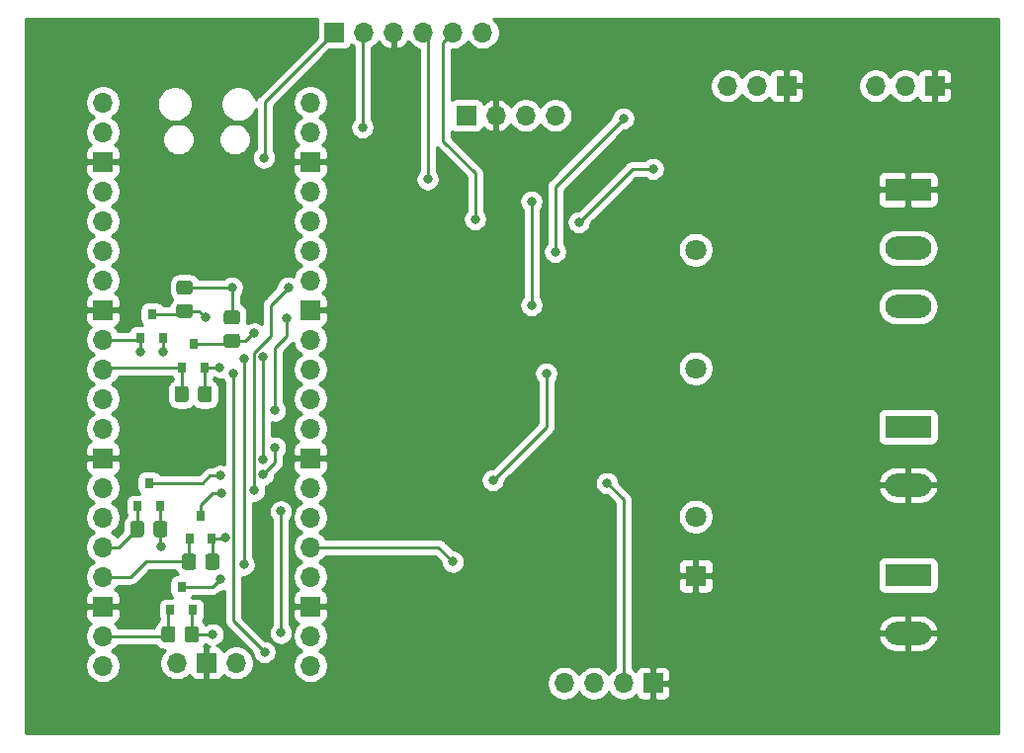
<source format=gbr>
%TF.GenerationSoftware,KiCad,Pcbnew,(5.1.9)-1*%
%TF.CreationDate,2022-01-22T22:11:56-08:00*%
%TF.ProjectId,keurig-filler,6b657572-6967-42d6-9669-6c6c65722e6b,rev?*%
%TF.SameCoordinates,Original*%
%TF.FileFunction,Copper,L2,Bot*%
%TF.FilePolarity,Positive*%
%FSLAX46Y46*%
G04 Gerber Fmt 4.6, Leading zero omitted, Abs format (unit mm)*
G04 Created by KiCad (PCBNEW (5.1.9)-1) date 2022-01-22 22:11:56*
%MOMM*%
%LPD*%
G01*
G04 APERTURE LIST*
%TA.AperFunction,SMDPad,CuDef*%
%ADD10R,0.800000X0.900000*%
%TD*%
%TA.AperFunction,ComponentPad*%
%ADD11O,1.700000X1.700000*%
%TD*%
%TA.AperFunction,ComponentPad*%
%ADD12R,1.700000X1.700000*%
%TD*%
%TA.AperFunction,ComponentPad*%
%ADD13O,3.960000X1.980000*%
%TD*%
%TA.AperFunction,ComponentPad*%
%ADD14R,3.960000X1.980000*%
%TD*%
%TA.AperFunction,ComponentPad*%
%ADD15C,1.800000*%
%TD*%
%TA.AperFunction,ComponentPad*%
%ADD16R,1.800000X1.800000*%
%TD*%
%TA.AperFunction,ViaPad*%
%ADD17C,0.800000*%
%TD*%
%TA.AperFunction,Conductor*%
%ADD18C,0.250000*%
%TD*%
%TA.AperFunction,Conductor*%
%ADD19C,0.254000*%
%TD*%
%TA.AperFunction,Conductor*%
%ADD20C,0.100000*%
%TD*%
G04 APERTURE END LIST*
%TO.P,R13,2*%
%TO.N,+3V3*%
%TA.AperFunction,SMDPad,CuDef*%
G36*
G01*
X37611000Y-76396001D02*
X37611000Y-75495999D01*
G75*
G02*
X37860999Y-75246000I249999J0D01*
G01*
X38561001Y-75246000D01*
G75*
G02*
X38811000Y-75495999I0J-249999D01*
G01*
X38811000Y-76396001D01*
G75*
G02*
X38561001Y-76646000I-249999J0D01*
G01*
X37860999Y-76646000D01*
G75*
G02*
X37611000Y-76396001I0J249999D01*
G01*
G37*
%TD.AperFunction*%
%TO.P,R13,1*%
%TO.N,~UART_KEY*%
%TA.AperFunction,SMDPad,CuDef*%
G36*
G01*
X35611000Y-76396001D02*
X35611000Y-75495999D01*
G75*
G02*
X35860999Y-75246000I249999J0D01*
G01*
X36561001Y-75246000D01*
G75*
G02*
X36811000Y-75495999I0J-249999D01*
G01*
X36811000Y-76396001D01*
G75*
G02*
X36561001Y-76646000I-249999J0D01*
G01*
X35860999Y-76646000D01*
G75*
G02*
X35611000Y-76396001I0J249999D01*
G01*
G37*
%TD.AperFunction*%
%TD*%
%TO.P,R11,2*%
%TO.N,+3V3*%
%TA.AperFunction,SMDPad,CuDef*%
G36*
G01*
X39373000Y-70173001D02*
X39373000Y-69272999D01*
G75*
G02*
X39622999Y-69023000I249999J0D01*
G01*
X40323001Y-69023000D01*
G75*
G02*
X40573000Y-69272999I0J-249999D01*
G01*
X40573000Y-70173001D01*
G75*
G02*
X40323001Y-70423000I-249999J0D01*
G01*
X39622999Y-70423000D01*
G75*
G02*
X39373000Y-70173001I0J249999D01*
G01*
G37*
%TD.AperFunction*%
%TO.P,R11,1*%
%TO.N,UART_RX0*%
%TA.AperFunction,SMDPad,CuDef*%
G36*
G01*
X37373000Y-70173001D02*
X37373000Y-69272999D01*
G75*
G02*
X37622999Y-69023000I249999J0D01*
G01*
X38323001Y-69023000D01*
G75*
G02*
X38573000Y-69272999I0J-249999D01*
G01*
X38573000Y-70173001D01*
G75*
G02*
X38323001Y-70423000I-249999J0D01*
G01*
X37622999Y-70423000D01*
G75*
G02*
X37373000Y-70173001I0J249999D01*
G01*
G37*
%TD.AperFunction*%
%TD*%
%TO.P,R9,2*%
%TO.N,+3V3*%
%TA.AperFunction,SMDPad,CuDef*%
G36*
G01*
X34928000Y-67379001D02*
X34928000Y-66478999D01*
G75*
G02*
X35177999Y-66229000I249999J0D01*
G01*
X35878001Y-66229000D01*
G75*
G02*
X36128000Y-66478999I0J-249999D01*
G01*
X36128000Y-67379001D01*
G75*
G02*
X35878001Y-67629000I-249999J0D01*
G01*
X35177999Y-67629000D01*
G75*
G02*
X34928000Y-67379001I0J249999D01*
G01*
G37*
%TD.AperFunction*%
%TO.P,R9,1*%
%TO.N,UART_TX0*%
%TA.AperFunction,SMDPad,CuDef*%
G36*
G01*
X32928000Y-67379001D02*
X32928000Y-66478999D01*
G75*
G02*
X33177999Y-66229000I249999J0D01*
G01*
X33878001Y-66229000D01*
G75*
G02*
X34128000Y-66478999I0J-249999D01*
G01*
X34128000Y-67379001D01*
G75*
G02*
X33878001Y-67629000I-249999J0D01*
G01*
X33177999Y-67629000D01*
G75*
G02*
X32928000Y-67379001I0J249999D01*
G01*
G37*
%TD.AperFunction*%
%TD*%
D10*
%TO.P,Q6,3*%
%TO.N,~HC05_KEY*%
X37338000Y-71882000D03*
%TO.P,Q6,2*%
%TO.N,~UART_KEY*%
X36388000Y-73882000D03*
%TO.P,Q6,1*%
%TO.N,+3V3*%
X38288000Y-73882000D03*
%TD*%
%TO.P,Q5,3*%
%TO.N,HC05_TX*%
X38989000Y-65786000D03*
%TO.P,Q5,2*%
%TO.N,UART_RX0*%
X38039000Y-67786000D03*
%TO.P,Q5,1*%
%TO.N,+3V3*%
X39939000Y-67786000D03*
%TD*%
%TO.P,Q4,3*%
%TO.N,HC05_RX*%
X34544000Y-62992000D03*
%TO.P,Q4,2*%
%TO.N,UART_TX0*%
X33594000Y-64992000D03*
%TO.P,Q4,1*%
%TO.N,+3V3*%
X35494000Y-64992000D03*
%TD*%
D11*
%TO.P,J8,6*%
%TO.N,N/C*%
X63119000Y-24384000D03*
%TO.P,J8,5*%
%TO.N,HC05_RX*%
X60579000Y-24384000D03*
%TO.P,J8,4*%
%TO.N,HC05_TX*%
X58039000Y-24384000D03*
%TO.P,J8,3*%
%TO.N,GND*%
X55499000Y-24384000D03*
%TO.P,J8,2*%
%TO.N,+5V*%
X52959000Y-24384000D03*
D12*
%TO.P,J8,1*%
%TO.N,~HC05_KEY*%
X50419000Y-24384000D03*
%TD*%
%TO.P,R4,2*%
%TO.N,+3V3*%
%TA.AperFunction,SMDPad,CuDef*%
G36*
G01*
X38738000Y-55822001D02*
X38738000Y-54921999D01*
G75*
G02*
X38987999Y-54672000I249999J0D01*
G01*
X39688001Y-54672000D01*
G75*
G02*
X39938000Y-54921999I0J-249999D01*
G01*
X39938000Y-55822001D01*
G75*
G02*
X39688001Y-56072000I-249999J0D01*
G01*
X38987999Y-56072000D01*
G75*
G02*
X38738000Y-55822001I0J249999D01*
G01*
G37*
%TD.AperFunction*%
%TO.P,R4,1*%
%TO.N,SCL0*%
%TA.AperFunction,SMDPad,CuDef*%
G36*
G01*
X36738000Y-55822001D02*
X36738000Y-54921999D01*
G75*
G02*
X36987999Y-54672000I249999J0D01*
G01*
X37688001Y-54672000D01*
G75*
G02*
X37938000Y-54921999I0J-249999D01*
G01*
X37938000Y-55822001D01*
G75*
G02*
X37688001Y-56072000I-249999J0D01*
G01*
X36987999Y-56072000D01*
G75*
G02*
X36738000Y-55822001I0J249999D01*
G01*
G37*
%TD.AperFunction*%
%TD*%
%TO.P,R3,2*%
%TO.N,+5V*%
%TA.AperFunction,SMDPad,CuDef*%
G36*
G01*
X38042001Y-46844000D02*
X37141999Y-46844000D01*
G75*
G02*
X36892000Y-46594001I0J249999D01*
G01*
X36892000Y-45893999D01*
G75*
G02*
X37141999Y-45644000I249999J0D01*
G01*
X38042001Y-45644000D01*
G75*
G02*
X38292000Y-45893999I0J-249999D01*
G01*
X38292000Y-46594001D01*
G75*
G02*
X38042001Y-46844000I-249999J0D01*
G01*
G37*
%TD.AperFunction*%
%TO.P,R3,1*%
%TO.N,SDA_5V*%
%TA.AperFunction,SMDPad,CuDef*%
G36*
G01*
X38042001Y-48844000D02*
X37141999Y-48844000D01*
G75*
G02*
X36892000Y-48594001I0J249999D01*
G01*
X36892000Y-47893999D01*
G75*
G02*
X37141999Y-47644000I249999J0D01*
G01*
X38042001Y-47644000D01*
G75*
G02*
X38292000Y-47893999I0J-249999D01*
G01*
X38292000Y-48594001D01*
G75*
G02*
X38042001Y-48844000I-249999J0D01*
G01*
G37*
%TD.AperFunction*%
%TD*%
%TO.P,R2,2*%
%TO.N,+5V*%
%TA.AperFunction,SMDPad,CuDef*%
G36*
G01*
X42106001Y-49400000D02*
X41205999Y-49400000D01*
G75*
G02*
X40956000Y-49150001I0J249999D01*
G01*
X40956000Y-48449999D01*
G75*
G02*
X41205999Y-48200000I249999J0D01*
G01*
X42106001Y-48200000D01*
G75*
G02*
X42356000Y-48449999I0J-249999D01*
G01*
X42356000Y-49150001D01*
G75*
G02*
X42106001Y-49400000I-249999J0D01*
G01*
G37*
%TD.AperFunction*%
%TO.P,R2,1*%
%TO.N,SCL_5V*%
%TA.AperFunction,SMDPad,CuDef*%
G36*
G01*
X42106001Y-51400000D02*
X41205999Y-51400000D01*
G75*
G02*
X40956000Y-51150001I0J249999D01*
G01*
X40956000Y-50449999D01*
G75*
G02*
X41205999Y-50200000I249999J0D01*
G01*
X42106001Y-50200000D01*
G75*
G02*
X42356000Y-50449999I0J-249999D01*
G01*
X42356000Y-51150001D01*
G75*
G02*
X42106001Y-51400000I-249999J0D01*
G01*
G37*
%TD.AperFunction*%
%TD*%
D10*
%TO.P,Q3,3*%
%TO.N,SDA_5V*%
X34798000Y-48530000D03*
%TO.P,Q3,2*%
%TO.N,SDA0*%
X33848000Y-50530000D03*
%TO.P,Q3,1*%
%TO.N,+3V3*%
X35748000Y-50530000D03*
%TD*%
%TO.P,Q2,3*%
%TO.N,SCL_5V*%
X38354000Y-51070000D03*
%TO.P,Q2,2*%
%TO.N,SCL0*%
X37404000Y-53070000D03*
%TO.P,Q2,1*%
%TO.N,+3V3*%
X39304000Y-53070000D03*
%TD*%
D11*
%TO.P,J7,4*%
%TO.N,SCL_5V*%
X70104000Y-80137000D03*
%TO.P,J7,3*%
%TO.N,SDA_5V*%
X72644000Y-80137000D03*
%TO.P,J7,2*%
%TO.N,+5V*%
X75184000Y-80137000D03*
D12*
%TO.P,J7,1*%
%TO.N,GND*%
X77724000Y-80137000D03*
%TD*%
D11*
%TO.P,U1,43*%
%TO.N,Net-(U1-Pad43)*%
X42020000Y-78408001D03*
D12*
%TO.P,U1,42*%
%TO.N,GND*%
X39480000Y-78408001D03*
D11*
%TO.P,U1,41*%
%TO.N,Net-(U1-Pad41)*%
X36940000Y-78408001D03*
%TO.P,U1,40*%
%TO.N,VBUS*%
X48370000Y-30378001D03*
%TO.P,U1,39*%
%TO.N,+5V*%
X48370000Y-32918001D03*
D12*
%TO.P,U1,38*%
%TO.N,GND*%
X48370000Y-35458001D03*
D11*
%TO.P,U1,37*%
%TO.N,Net-(U1-Pad37)*%
X48370000Y-37998001D03*
%TO.P,U1,36*%
%TO.N,+3V3*%
X48370000Y-40538001D03*
%TO.P,U1,35*%
X48370000Y-43078001D03*
%TO.P,U1,34*%
%TO.N,Net-(U1-Pad34)*%
X48370000Y-45618001D03*
D12*
%TO.P,U1,33*%
%TO.N,GND*%
X48370000Y-48158001D03*
D11*
%TO.P,U1,32*%
%TO.N,ADC1*%
X48370000Y-50698001D03*
%TO.P,U1,31*%
%TO.N,ADC0*%
X48370000Y-53238001D03*
%TO.P,U1,30*%
%TO.N,~RESET*%
X48370000Y-55778001D03*
%TO.P,U1,29*%
%TO.N,PUMP_EN*%
X48370000Y-58318001D03*
D12*
%TO.P,U1,28*%
%TO.N,GND*%
X48370000Y-60858001D03*
D11*
%TO.P,U1,27*%
%TO.N,Net-(U1-Pad27)*%
X48370000Y-63398001D03*
%TO.P,U1,26*%
%TO.N,FLOW_PULSE*%
X48370000Y-65938001D03*
%TO.P,U1,25*%
%TO.N,MOSI0*%
X48370000Y-68478001D03*
%TO.P,U1,24*%
%TO.N,SCK0*%
X48370000Y-71018001D03*
D12*
%TO.P,U1,23*%
%TO.N,GND*%
X48370000Y-73558001D03*
D11*
%TO.P,U1,22*%
%TO.N,SPI_CS0*%
X48370000Y-76098001D03*
%TO.P,U1,21*%
%TO.N,MISO0*%
X48370000Y-78638001D03*
%TO.P,U1,20*%
%TO.N,Net-(U1-Pad20)*%
X30590000Y-78638001D03*
%TO.P,U1,19*%
%TO.N,~UART_KEY*%
X30590000Y-76098001D03*
D12*
%TO.P,U1,18*%
%TO.N,GND*%
X30590000Y-73558001D03*
D11*
%TO.P,U1,17*%
%TO.N,UART_RX0*%
X30590000Y-71018001D03*
%TO.P,U1,16*%
%TO.N,UART_TX0*%
X30590000Y-68478001D03*
%TO.P,U1,15*%
%TO.N,Net-(U1-Pad15)*%
X30590000Y-65938001D03*
%TO.P,U1,14*%
%TO.N,Net-(U1-Pad14)*%
X30590000Y-63398001D03*
D12*
%TO.P,U1,13*%
%TO.N,GND*%
X30590000Y-60858001D03*
D11*
%TO.P,U1,12*%
%TO.N,Net-(U1-Pad12)*%
X30590000Y-58318001D03*
%TO.P,U1,11*%
%TO.N,Net-(U1-Pad11)*%
X30590000Y-55778001D03*
%TO.P,U1,10*%
%TO.N,SCL0*%
X30590000Y-53238001D03*
%TO.P,U1,9*%
%TO.N,SDA0*%
X30590000Y-50698001D03*
D12*
%TO.P,U1,8*%
%TO.N,GND*%
X30590000Y-48158001D03*
D11*
%TO.P,U1,7*%
%TO.N,Net-(U1-Pad7)*%
X30590000Y-45618001D03*
%TO.P,U1,6*%
%TO.N,Net-(U1-Pad6)*%
X30590000Y-43078001D03*
%TO.P,U1,5*%
%TO.N,Net-(U1-Pad5)*%
X30590000Y-40538001D03*
%TO.P,U1,4*%
%TO.N,Net-(U1-Pad4)*%
X30590000Y-37998001D03*
D12*
%TO.P,U1,3*%
%TO.N,GND*%
X30590000Y-35458001D03*
D11*
%TO.P,U1,2*%
%TO.N,Net-(U1-Pad2)*%
X30590000Y-32918001D03*
%TO.P,U1,1*%
%TO.N,Net-(U1-Pad1)*%
X30590000Y-30378001D03*
%TD*%
D13*
%TO.P,J6,2*%
%TO.N,GND*%
X99568000Y-75866000D03*
D14*
%TO.P,J6,1*%
%TO.N,+12V*%
X99568000Y-70866000D03*
%TD*%
D13*
%TO.P,J4,2*%
%TO.N,GND*%
X99568000Y-63166000D03*
D14*
%TO.P,J4,1*%
%TO.N,Net-(J4-Pad1)*%
X99568000Y-58166000D03*
%TD*%
D13*
%TO.P,J3,3*%
%TO.N,Net-(D1-Pad1)*%
X99568000Y-47846000D03*
%TO.P,J3,2*%
%TO.N,+12V*%
X99568000Y-42846000D03*
D14*
%TO.P,J3,1*%
%TO.N,GND*%
X99568000Y-37846000D03*
%TD*%
D15*
%TO.P,K1,4*%
%TO.N,+12V*%
X81371000Y-42996000D03*
%TO.P,K1,3*%
%TO.N,Net-(J4-Pad1)*%
X81371000Y-53156000D03*
%TO.P,K1,2*%
%TO.N,PUMP_EN*%
X81371000Y-65856000D03*
D16*
%TO.P,K1,1*%
%TO.N,GND*%
X81371000Y-70936000D03*
%TD*%
D11*
%TO.P,J5,4*%
%TO.N,N/C*%
X69342000Y-31496000D03*
%TO.P,J5,3*%
%TO.N,+12V*%
X66802000Y-31496000D03*
%TO.P,J5,2*%
%TO.N,GND*%
X64262000Y-31496000D03*
D12*
%TO.P,J5,1*%
%TO.N,Net-(J5-Pad1)*%
X61722000Y-31496000D03*
%TD*%
D11*
%TO.P,J2,3*%
%TO.N,ADC0*%
X84074000Y-28956000D03*
%TO.P,J2,2*%
%TO.N,+3V3*%
X86614000Y-28956000D03*
D12*
%TO.P,J2,1*%
%TO.N,GND*%
X89154000Y-28956000D03*
%TD*%
D11*
%TO.P,J1,3*%
%TO.N,ADC1*%
X96774000Y-28956000D03*
%TO.P,J1,2*%
%TO.N,+3V3*%
X99314000Y-28956000D03*
D12*
%TO.P,J1,1*%
%TO.N,GND*%
X101854000Y-28956000D03*
%TD*%
D17*
%TO.N,FLOW_PULSE*%
X68580000Y-53594000D03*
X64008000Y-62738000D03*
%TO.N,ADC1*%
X71374000Y-40640000D03*
X77724000Y-36068000D03*
%TO.N,+3V3*%
X40624000Y-53070000D03*
X35748000Y-51750000D03*
X40005000Y-75946000D03*
X41058000Y-67691000D03*
X35560000Y-68453000D03*
%TO.N,GND*%
X76708000Y-53594000D03*
X60706000Y-79502000D03*
X80137000Y-33528000D03*
%TO.N,ADC0*%
X69342000Y-43180000D03*
X75184000Y-31750000D03*
%TO.N,+5V*%
X41656000Y-46228000D03*
X52832000Y-32512000D03*
X67310000Y-38862000D03*
X67310000Y-47752000D03*
X73787000Y-62992000D03*
%TO.N,SDA0*%
X33848000Y-51750000D03*
%TO.N,SDA_5V*%
X39370000Y-48768000D03*
X44450000Y-77470000D03*
X41783000Y-53594000D03*
%TO.N,SCL_5V*%
X45847000Y-75819000D03*
X43561000Y-50165000D03*
X44323000Y-52197000D03*
X44323000Y-60960000D03*
X45847000Y-65405000D03*
%TO.N,MOSI0*%
X60579000Y-69723000D03*
%TO.N,HC05_RX*%
X40640000Y-62357000D03*
X62484000Y-40386000D03*
X46355000Y-48895000D03*
X44323000Y-62230000D03*
X45339000Y-59944000D03*
X45339000Y-56769000D03*
%TO.N,HC05_TX*%
X40767000Y-63881000D03*
X43561000Y-63627000D03*
X58420000Y-36957000D03*
X46482000Y-46228000D03*
%TO.N,~HC05_KEY*%
X40640000Y-71247000D03*
X42672000Y-69977000D03*
X42672000Y-52324000D03*
X44386500Y-35115500D03*
%TD*%
D18*
%TO.N,FLOW_PULSE*%
X68580000Y-53594000D02*
X68580000Y-58166000D01*
X68580000Y-58166000D02*
X64008000Y-62738000D01*
%TO.N,ADC1*%
X75946000Y-36068000D02*
X71374000Y-40640000D01*
X77724000Y-36068000D02*
X75946000Y-36068000D01*
%TO.N,+3V3*%
X39304000Y-53070000D02*
X40624000Y-53070000D01*
X35748000Y-50530000D02*
X35748000Y-51750000D01*
X39338000Y-53104000D02*
X39304000Y-53070000D01*
X39338000Y-55372000D02*
X39338000Y-53104000D01*
X38211000Y-73959000D02*
X38288000Y-73882000D01*
X38211000Y-75946000D02*
X38211000Y-73959000D01*
X38211000Y-75946000D02*
X40005000Y-75946000D01*
X39973000Y-67820000D02*
X39939000Y-67786000D01*
X39973000Y-69723000D02*
X39973000Y-67820000D01*
X39939000Y-67786000D02*
X41053000Y-67786000D01*
X41058000Y-67781000D02*
X41058000Y-67691000D01*
X41053000Y-67786000D02*
X41058000Y-67781000D01*
X35494000Y-66895000D02*
X35528000Y-66929000D01*
X35494000Y-64992000D02*
X35494000Y-66895000D01*
X35528000Y-68421000D02*
X35560000Y-68453000D01*
X35528000Y-66929000D02*
X35528000Y-68421000D01*
%TO.N,ADC0*%
X69342000Y-37592000D02*
X69342000Y-43180000D01*
X75184000Y-31750000D02*
X69342000Y-37592000D01*
%TO.N,+5V*%
X41656000Y-48800000D02*
X41656000Y-46228000D01*
X41640000Y-46244000D02*
X41656000Y-46228000D01*
X37592000Y-46244000D02*
X41640000Y-46244000D01*
X41656000Y-46228000D02*
X41656000Y-46228000D01*
X52832000Y-24511000D02*
X52959000Y-24384000D01*
X52832000Y-32512000D02*
X52832000Y-24511000D01*
X67310000Y-38862000D02*
X67310000Y-47752000D01*
X75184000Y-64389000D02*
X75184000Y-80137000D01*
X73787000Y-62992000D02*
X75184000Y-64389000D01*
%TO.N,SCL0*%
X30758001Y-53070000D02*
X30590000Y-53238001D01*
X37404000Y-53070000D02*
X30758001Y-53070000D01*
X37338000Y-53136000D02*
X37404000Y-53070000D01*
X37338000Y-55372000D02*
X37338000Y-53136000D01*
%TO.N,SDA0*%
X33679999Y-50698001D02*
X33848000Y-50530000D01*
X30590000Y-50698001D02*
X33679999Y-50698001D01*
X33848000Y-50530000D02*
X33848000Y-51750000D01*
%TO.N,UART_RX0*%
X30590000Y-71018001D02*
X32994999Y-71018001D01*
X34290000Y-69723000D02*
X37973000Y-69723000D01*
X32994999Y-71018001D02*
X34290000Y-69723000D01*
X37973000Y-67852000D02*
X38039000Y-67786000D01*
X37973000Y-69723000D02*
X37973000Y-67852000D01*
%TO.N,UART_TX0*%
X31978999Y-68478001D02*
X33528000Y-66929000D01*
X30590000Y-68478001D02*
X31978999Y-68478001D01*
X33528000Y-65058000D02*
X33594000Y-64992000D01*
X33528000Y-66929000D02*
X33528000Y-65058000D01*
%TO.N,SDA_5V*%
X37306000Y-48530000D02*
X37592000Y-48244000D01*
X34798000Y-48530000D02*
X37306000Y-48530000D01*
X37592000Y-48244000D02*
X38846000Y-48244000D01*
X38846000Y-48244000D02*
X39370000Y-48768000D01*
X41783000Y-74803000D02*
X44450000Y-77470000D01*
X41783000Y-53594000D02*
X41783000Y-74803000D01*
%TO.N,SCL_5V*%
X41386000Y-51070000D02*
X41656000Y-50800000D01*
X38354000Y-51070000D02*
X41386000Y-51070000D01*
X41656000Y-50800000D02*
X42799000Y-50800000D01*
X43434000Y-50165000D02*
X43561000Y-50165000D01*
X42799000Y-50800000D02*
X43434000Y-50165000D01*
X45847000Y-65405000D02*
X45847000Y-75819000D01*
X44323000Y-52197000D02*
X44323000Y-60960000D01*
%TO.N,MOSI0*%
X59334001Y-68478001D02*
X48370000Y-68478001D01*
X60579000Y-69723000D02*
X59334001Y-68478001D01*
%TO.N,HC05_RX*%
X34544000Y-62992000D02*
X39116000Y-62992000D01*
X39751000Y-62357000D02*
X40640000Y-62357000D01*
X39116000Y-62992000D02*
X39751000Y-62357000D01*
X62484000Y-40386000D02*
X62484000Y-36449000D01*
X59729001Y-25233999D02*
X60579000Y-24384000D01*
X59729001Y-33694001D02*
X59729001Y-25233999D01*
X62484000Y-36449000D02*
X59729001Y-33694001D01*
X46355000Y-48895000D02*
X46355000Y-50419000D01*
X44323000Y-62230000D02*
X45339000Y-61214000D01*
X45339000Y-61214000D02*
X45339000Y-59944000D01*
X45339000Y-51435000D02*
X46355000Y-50419000D01*
X45339000Y-56769000D02*
X45339000Y-51435000D01*
%TO.N,HC05_TX*%
X38989000Y-65786000D02*
X38989000Y-64897000D01*
X40005000Y-63881000D02*
X40767000Y-63881000D01*
X38989000Y-64897000D02*
X40005000Y-63881000D01*
X58420000Y-24765000D02*
X58039000Y-24384000D01*
X58420000Y-36957000D02*
X58420000Y-24765000D01*
X44958000Y-50419000D02*
X43561000Y-51816000D01*
X43561000Y-51816000D02*
X43561000Y-63627000D01*
X44958000Y-47752000D02*
X44958000Y-50419000D01*
X46482000Y-46228000D02*
X44958000Y-47752000D01*
%TO.N,~HC05_KEY*%
X44450000Y-30353000D02*
X50419000Y-24384000D01*
X44450000Y-35052000D02*
X44450000Y-30353000D01*
X37338000Y-71882000D02*
X40005000Y-71882000D01*
X40005000Y-71882000D02*
X40640000Y-71247000D01*
X40640000Y-71247000D02*
X40640000Y-71247000D01*
X42672000Y-69977000D02*
X42672000Y-52324000D01*
%TO.N,~UART_KEY*%
X36058999Y-76098001D02*
X36211000Y-75946000D01*
X30590000Y-76098001D02*
X36058999Y-76098001D01*
X36211000Y-74059000D02*
X36388000Y-73882000D01*
X36211000Y-75946000D02*
X36211000Y-74059000D01*
%TD*%
D19*
%TO.N,GND*%
X48979498Y-23289820D02*
X48943188Y-23409518D01*
X48930928Y-23534000D01*
X48930928Y-24797270D01*
X43938998Y-29789201D01*
X43910000Y-29812999D01*
X43886202Y-29841997D01*
X43886201Y-29841998D01*
X43815026Y-29928724D01*
X43744454Y-30060754D01*
X43727859Y-30115463D01*
X43706197Y-30186876D01*
X43681011Y-30060258D01*
X43565299Y-29780906D01*
X43397312Y-29529496D01*
X43183505Y-29315689D01*
X42932095Y-29147702D01*
X42652743Y-29031990D01*
X42356184Y-28973001D01*
X42053816Y-28973001D01*
X41757257Y-29031990D01*
X41477905Y-29147702D01*
X41226495Y-29315689D01*
X41012688Y-29529496D01*
X40844701Y-29780906D01*
X40728989Y-30060258D01*
X40670000Y-30356817D01*
X40670000Y-30659185D01*
X40728989Y-30955744D01*
X40844701Y-31235096D01*
X41012688Y-31486506D01*
X41226495Y-31700313D01*
X41477905Y-31868300D01*
X41757257Y-31984012D01*
X42053816Y-32043001D01*
X42356184Y-32043001D01*
X42652743Y-31984012D01*
X42932095Y-31868300D01*
X43183505Y-31700313D01*
X43397312Y-31486506D01*
X43565299Y-31235096D01*
X43681011Y-30955744D01*
X43690001Y-30910549D01*
X43690000Y-34348289D01*
X43582563Y-34455726D01*
X43469295Y-34625244D01*
X43391274Y-34813602D01*
X43351500Y-35013561D01*
X43351500Y-35217439D01*
X43391274Y-35417398D01*
X43469295Y-35605756D01*
X43582563Y-35775274D01*
X43726726Y-35919437D01*
X43896244Y-36032705D01*
X44084602Y-36110726D01*
X44284561Y-36150500D01*
X44488439Y-36150500D01*
X44688398Y-36110726D01*
X44876756Y-36032705D01*
X45046274Y-35919437D01*
X45190437Y-35775274D01*
X45303705Y-35605756D01*
X45381726Y-35417398D01*
X45421500Y-35217439D01*
X45421500Y-35013561D01*
X45381726Y-34813602D01*
X45303705Y-34625244D01*
X45292184Y-34608001D01*
X46881928Y-34608001D01*
X46885000Y-35172251D01*
X47043750Y-35331001D01*
X48243000Y-35331001D01*
X48243000Y-35311001D01*
X48497000Y-35311001D01*
X48497000Y-35331001D01*
X49696250Y-35331001D01*
X49855000Y-35172251D01*
X49858072Y-34608001D01*
X49845812Y-34483519D01*
X49809502Y-34363821D01*
X49750537Y-34253507D01*
X49671185Y-34156816D01*
X49574494Y-34077464D01*
X49464180Y-34018499D01*
X49391620Y-33996488D01*
X49523475Y-33864633D01*
X49685990Y-33621412D01*
X49797932Y-33351159D01*
X49855000Y-33064261D01*
X49855000Y-32771741D01*
X49797932Y-32484843D01*
X49685990Y-32214590D01*
X49523475Y-31971369D01*
X49316632Y-31764526D01*
X49142240Y-31648001D01*
X49316632Y-31531476D01*
X49523475Y-31324633D01*
X49685990Y-31081412D01*
X49797932Y-30811159D01*
X49855000Y-30524261D01*
X49855000Y-30231741D01*
X49797932Y-29944843D01*
X49685990Y-29674590D01*
X49523475Y-29431369D01*
X49316632Y-29224526D01*
X49073411Y-29062011D01*
X48803158Y-28950069D01*
X48516260Y-28893001D01*
X48223740Y-28893001D01*
X47936842Y-28950069D01*
X47666589Y-29062011D01*
X47423368Y-29224526D01*
X47216525Y-29431369D01*
X47054010Y-29674590D01*
X46942068Y-29944843D01*
X46885000Y-30231741D01*
X46885000Y-30524261D01*
X46942068Y-30811159D01*
X47054010Y-31081412D01*
X47216525Y-31324633D01*
X47423368Y-31531476D01*
X47597760Y-31648001D01*
X47423368Y-31764526D01*
X47216525Y-31971369D01*
X47054010Y-32214590D01*
X46942068Y-32484843D01*
X46885000Y-32771741D01*
X46885000Y-33064261D01*
X46942068Y-33351159D01*
X47054010Y-33621412D01*
X47216525Y-33864633D01*
X47348380Y-33996488D01*
X47275820Y-34018499D01*
X47165506Y-34077464D01*
X47068815Y-34156816D01*
X46989463Y-34253507D01*
X46930498Y-34363821D01*
X46894188Y-34483519D01*
X46881928Y-34608001D01*
X45292184Y-34608001D01*
X45210000Y-34485004D01*
X45210000Y-30667801D01*
X50005730Y-25872072D01*
X51269000Y-25872072D01*
X51393482Y-25859812D01*
X51513180Y-25823502D01*
X51623494Y-25764537D01*
X51720185Y-25685185D01*
X51799537Y-25588494D01*
X51858502Y-25478180D01*
X51880513Y-25405620D01*
X52012368Y-25537475D01*
X52072001Y-25577320D01*
X52072000Y-31808289D01*
X52028063Y-31852226D01*
X51914795Y-32021744D01*
X51836774Y-32210102D01*
X51797000Y-32410061D01*
X51797000Y-32613939D01*
X51836774Y-32813898D01*
X51914795Y-33002256D01*
X52028063Y-33171774D01*
X52172226Y-33315937D01*
X52341744Y-33429205D01*
X52530102Y-33507226D01*
X52730061Y-33547000D01*
X52933939Y-33547000D01*
X53133898Y-33507226D01*
X53322256Y-33429205D01*
X53491774Y-33315937D01*
X53635937Y-33171774D01*
X53749205Y-33002256D01*
X53827226Y-32813898D01*
X53867000Y-32613939D01*
X53867000Y-32410061D01*
X53827226Y-32210102D01*
X53749205Y-32021744D01*
X53635937Y-31852226D01*
X53592000Y-31808289D01*
X53592000Y-25729155D01*
X53662411Y-25699990D01*
X53905632Y-25537475D01*
X54112475Y-25330632D01*
X54234195Y-25148466D01*
X54303822Y-25265355D01*
X54498731Y-25481588D01*
X54732080Y-25655641D01*
X54994901Y-25780825D01*
X55142110Y-25825476D01*
X55372000Y-25704155D01*
X55372000Y-24511000D01*
X55352000Y-24511000D01*
X55352000Y-24257000D01*
X55372000Y-24257000D01*
X55372000Y-24237000D01*
X55626000Y-24237000D01*
X55626000Y-24257000D01*
X55646000Y-24257000D01*
X55646000Y-24511000D01*
X55626000Y-24511000D01*
X55626000Y-25704155D01*
X55855890Y-25825476D01*
X56003099Y-25780825D01*
X56265920Y-25655641D01*
X56499269Y-25481588D01*
X56694178Y-25265355D01*
X56763805Y-25148466D01*
X56885525Y-25330632D01*
X57092368Y-25537475D01*
X57335589Y-25699990D01*
X57605842Y-25811932D01*
X57660001Y-25822705D01*
X57660000Y-36253289D01*
X57616063Y-36297226D01*
X57502795Y-36466744D01*
X57424774Y-36655102D01*
X57385000Y-36855061D01*
X57385000Y-37058939D01*
X57424774Y-37258898D01*
X57502795Y-37447256D01*
X57616063Y-37616774D01*
X57760226Y-37760937D01*
X57929744Y-37874205D01*
X58118102Y-37952226D01*
X58318061Y-37992000D01*
X58521939Y-37992000D01*
X58721898Y-37952226D01*
X58910256Y-37874205D01*
X59079774Y-37760937D01*
X59223937Y-37616774D01*
X59337205Y-37447256D01*
X59415226Y-37258898D01*
X59455000Y-37058939D01*
X59455000Y-36855061D01*
X59415226Y-36655102D01*
X59337205Y-36466744D01*
X59223937Y-36297226D01*
X59180000Y-36253289D01*
X59180000Y-34223035D01*
X59189000Y-34234002D01*
X59218004Y-34257805D01*
X61724001Y-36763803D01*
X61724000Y-39682289D01*
X61680063Y-39726226D01*
X61566795Y-39895744D01*
X61488774Y-40084102D01*
X61449000Y-40284061D01*
X61449000Y-40487939D01*
X61488774Y-40687898D01*
X61566795Y-40876256D01*
X61680063Y-41045774D01*
X61824226Y-41189937D01*
X61993744Y-41303205D01*
X62182102Y-41381226D01*
X62382061Y-41421000D01*
X62585939Y-41421000D01*
X62785898Y-41381226D01*
X62974256Y-41303205D01*
X63143774Y-41189937D01*
X63287937Y-41045774D01*
X63401205Y-40876256D01*
X63479226Y-40687898D01*
X63519000Y-40487939D01*
X63519000Y-40284061D01*
X63479226Y-40084102D01*
X63401205Y-39895744D01*
X63287937Y-39726226D01*
X63244000Y-39682289D01*
X63244000Y-38760061D01*
X66275000Y-38760061D01*
X66275000Y-38963939D01*
X66314774Y-39163898D01*
X66392795Y-39352256D01*
X66506063Y-39521774D01*
X66550000Y-39565711D01*
X66550001Y-47048288D01*
X66506063Y-47092226D01*
X66392795Y-47261744D01*
X66314774Y-47450102D01*
X66275000Y-47650061D01*
X66275000Y-47853939D01*
X66314774Y-48053898D01*
X66392795Y-48242256D01*
X66506063Y-48411774D01*
X66650226Y-48555937D01*
X66819744Y-48669205D01*
X67008102Y-48747226D01*
X67208061Y-48787000D01*
X67411939Y-48787000D01*
X67611898Y-48747226D01*
X67800256Y-48669205D01*
X67969774Y-48555937D01*
X68113937Y-48411774D01*
X68227205Y-48242256D01*
X68305226Y-48053898D01*
X68345000Y-47853939D01*
X68345000Y-47846000D01*
X96945138Y-47846000D01*
X96976513Y-48164556D01*
X97069432Y-48470869D01*
X97220325Y-48753170D01*
X97423392Y-49000608D01*
X97670830Y-49203675D01*
X97953131Y-49354568D01*
X98259444Y-49447487D01*
X98498176Y-49471000D01*
X100637824Y-49471000D01*
X100876556Y-49447487D01*
X101182869Y-49354568D01*
X101465170Y-49203675D01*
X101712608Y-49000608D01*
X101915675Y-48753170D01*
X102066568Y-48470869D01*
X102159487Y-48164556D01*
X102190862Y-47846000D01*
X102159487Y-47527444D01*
X102066568Y-47221131D01*
X101915675Y-46938830D01*
X101712608Y-46691392D01*
X101465170Y-46488325D01*
X101182869Y-46337432D01*
X100876556Y-46244513D01*
X100637824Y-46221000D01*
X98498176Y-46221000D01*
X98259444Y-46244513D01*
X97953131Y-46337432D01*
X97670830Y-46488325D01*
X97423392Y-46691392D01*
X97220325Y-46938830D01*
X97069432Y-47221131D01*
X96976513Y-47527444D01*
X96945138Y-47846000D01*
X68345000Y-47846000D01*
X68345000Y-47650061D01*
X68305226Y-47450102D01*
X68227205Y-47261744D01*
X68113937Y-47092226D01*
X68070000Y-47048289D01*
X68070000Y-43078061D01*
X68307000Y-43078061D01*
X68307000Y-43281939D01*
X68346774Y-43481898D01*
X68424795Y-43670256D01*
X68538063Y-43839774D01*
X68682226Y-43983937D01*
X68851744Y-44097205D01*
X69040102Y-44175226D01*
X69240061Y-44215000D01*
X69443939Y-44215000D01*
X69643898Y-44175226D01*
X69832256Y-44097205D01*
X70001774Y-43983937D01*
X70145937Y-43839774D01*
X70259205Y-43670256D01*
X70337226Y-43481898D01*
X70377000Y-43281939D01*
X70377000Y-43078061D01*
X70337226Y-42878102D01*
X70323439Y-42844816D01*
X79836000Y-42844816D01*
X79836000Y-43147184D01*
X79894989Y-43443743D01*
X80010701Y-43723095D01*
X80178688Y-43974505D01*
X80392495Y-44188312D01*
X80643905Y-44356299D01*
X80923257Y-44472011D01*
X81219816Y-44531000D01*
X81522184Y-44531000D01*
X81818743Y-44472011D01*
X82098095Y-44356299D01*
X82349505Y-44188312D01*
X82563312Y-43974505D01*
X82731299Y-43723095D01*
X82847011Y-43443743D01*
X82906000Y-43147184D01*
X82906000Y-42846000D01*
X96945138Y-42846000D01*
X96976513Y-43164556D01*
X97069432Y-43470869D01*
X97220325Y-43753170D01*
X97423392Y-44000608D01*
X97670830Y-44203675D01*
X97953131Y-44354568D01*
X98259444Y-44447487D01*
X98498176Y-44471000D01*
X100637824Y-44471000D01*
X100876556Y-44447487D01*
X101182869Y-44354568D01*
X101465170Y-44203675D01*
X101712608Y-44000608D01*
X101915675Y-43753170D01*
X102066568Y-43470869D01*
X102159487Y-43164556D01*
X102190862Y-42846000D01*
X102159487Y-42527444D01*
X102066568Y-42221131D01*
X101915675Y-41938830D01*
X101712608Y-41691392D01*
X101465170Y-41488325D01*
X101182869Y-41337432D01*
X100876556Y-41244513D01*
X100637824Y-41221000D01*
X98498176Y-41221000D01*
X98259444Y-41244513D01*
X97953131Y-41337432D01*
X97670830Y-41488325D01*
X97423392Y-41691392D01*
X97220325Y-41938830D01*
X97069432Y-42221131D01*
X96976513Y-42527444D01*
X96945138Y-42846000D01*
X82906000Y-42846000D01*
X82906000Y-42844816D01*
X82847011Y-42548257D01*
X82731299Y-42268905D01*
X82563312Y-42017495D01*
X82349505Y-41803688D01*
X82098095Y-41635701D01*
X81818743Y-41519989D01*
X81522184Y-41461000D01*
X81219816Y-41461000D01*
X80923257Y-41519989D01*
X80643905Y-41635701D01*
X80392495Y-41803688D01*
X80178688Y-42017495D01*
X80010701Y-42268905D01*
X79894989Y-42548257D01*
X79836000Y-42844816D01*
X70323439Y-42844816D01*
X70259205Y-42689744D01*
X70145937Y-42520226D01*
X70102000Y-42476289D01*
X70102000Y-40538061D01*
X70339000Y-40538061D01*
X70339000Y-40741939D01*
X70378774Y-40941898D01*
X70456795Y-41130256D01*
X70570063Y-41299774D01*
X70714226Y-41443937D01*
X70883744Y-41557205D01*
X71072102Y-41635226D01*
X71272061Y-41675000D01*
X71475939Y-41675000D01*
X71675898Y-41635226D01*
X71864256Y-41557205D01*
X72033774Y-41443937D01*
X72177937Y-41299774D01*
X72291205Y-41130256D01*
X72369226Y-40941898D01*
X72409000Y-40741939D01*
X72409000Y-40679801D01*
X74252801Y-38836000D01*
X96949928Y-38836000D01*
X96962188Y-38960482D01*
X96998498Y-39080180D01*
X97057463Y-39190494D01*
X97136815Y-39287185D01*
X97233506Y-39366537D01*
X97343820Y-39425502D01*
X97463518Y-39461812D01*
X97588000Y-39474072D01*
X99282250Y-39471000D01*
X99441000Y-39312250D01*
X99441000Y-37973000D01*
X99695000Y-37973000D01*
X99695000Y-39312250D01*
X99853750Y-39471000D01*
X101548000Y-39474072D01*
X101672482Y-39461812D01*
X101792180Y-39425502D01*
X101902494Y-39366537D01*
X101999185Y-39287185D01*
X102078537Y-39190494D01*
X102137502Y-39080180D01*
X102173812Y-38960482D01*
X102186072Y-38836000D01*
X102183000Y-38131750D01*
X102024250Y-37973000D01*
X99695000Y-37973000D01*
X99441000Y-37973000D01*
X97111750Y-37973000D01*
X96953000Y-38131750D01*
X96949928Y-38836000D01*
X74252801Y-38836000D01*
X76260803Y-36828000D01*
X77020289Y-36828000D01*
X77064226Y-36871937D01*
X77233744Y-36985205D01*
X77422102Y-37063226D01*
X77622061Y-37103000D01*
X77825939Y-37103000D01*
X78025898Y-37063226D01*
X78214256Y-36985205D01*
X78383774Y-36871937D01*
X78399711Y-36856000D01*
X96949928Y-36856000D01*
X96953000Y-37560250D01*
X97111750Y-37719000D01*
X99441000Y-37719000D01*
X99441000Y-36379750D01*
X99695000Y-36379750D01*
X99695000Y-37719000D01*
X102024250Y-37719000D01*
X102183000Y-37560250D01*
X102186072Y-36856000D01*
X102173812Y-36731518D01*
X102137502Y-36611820D01*
X102078537Y-36501506D01*
X101999185Y-36404815D01*
X101902494Y-36325463D01*
X101792180Y-36266498D01*
X101672482Y-36230188D01*
X101548000Y-36217928D01*
X99853750Y-36221000D01*
X99695000Y-36379750D01*
X99441000Y-36379750D01*
X99282250Y-36221000D01*
X97588000Y-36217928D01*
X97463518Y-36230188D01*
X97343820Y-36266498D01*
X97233506Y-36325463D01*
X97136815Y-36404815D01*
X97057463Y-36501506D01*
X96998498Y-36611820D01*
X96962188Y-36731518D01*
X96949928Y-36856000D01*
X78399711Y-36856000D01*
X78527937Y-36727774D01*
X78641205Y-36558256D01*
X78719226Y-36369898D01*
X78759000Y-36169939D01*
X78759000Y-35966061D01*
X78719226Y-35766102D01*
X78641205Y-35577744D01*
X78527937Y-35408226D01*
X78383774Y-35264063D01*
X78214256Y-35150795D01*
X78025898Y-35072774D01*
X77825939Y-35033000D01*
X77622061Y-35033000D01*
X77422102Y-35072774D01*
X77233744Y-35150795D01*
X77064226Y-35264063D01*
X77020289Y-35308000D01*
X75983322Y-35308000D01*
X75945999Y-35304324D01*
X75908676Y-35308000D01*
X75908667Y-35308000D01*
X75797014Y-35318997D01*
X75653753Y-35362454D01*
X75521724Y-35433026D01*
X75521722Y-35433027D01*
X75521723Y-35433027D01*
X75434996Y-35504201D01*
X75434992Y-35504205D01*
X75405999Y-35527999D01*
X75382205Y-35556992D01*
X71334199Y-39605000D01*
X71272061Y-39605000D01*
X71072102Y-39644774D01*
X70883744Y-39722795D01*
X70714226Y-39836063D01*
X70570063Y-39980226D01*
X70456795Y-40149744D01*
X70378774Y-40338102D01*
X70339000Y-40538061D01*
X70102000Y-40538061D01*
X70102000Y-37906801D01*
X75223802Y-32785000D01*
X75285939Y-32785000D01*
X75485898Y-32745226D01*
X75674256Y-32667205D01*
X75843774Y-32553937D01*
X75987937Y-32409774D01*
X76101205Y-32240256D01*
X76179226Y-32051898D01*
X76219000Y-31851939D01*
X76219000Y-31648061D01*
X76179226Y-31448102D01*
X76101205Y-31259744D01*
X75987937Y-31090226D01*
X75843774Y-30946063D01*
X75674256Y-30832795D01*
X75485898Y-30754774D01*
X75285939Y-30715000D01*
X75082061Y-30715000D01*
X74882102Y-30754774D01*
X74693744Y-30832795D01*
X74524226Y-30946063D01*
X74380063Y-31090226D01*
X74266795Y-31259744D01*
X74188774Y-31448102D01*
X74149000Y-31648061D01*
X74149000Y-31710198D01*
X68831003Y-37028196D01*
X68801999Y-37051999D01*
X68746871Y-37119174D01*
X68707026Y-37167724D01*
X68663451Y-37249246D01*
X68636454Y-37299754D01*
X68592997Y-37443015D01*
X68582000Y-37554668D01*
X68582000Y-37554678D01*
X68578324Y-37592000D01*
X68582000Y-37629323D01*
X68582001Y-42476288D01*
X68538063Y-42520226D01*
X68424795Y-42689744D01*
X68346774Y-42878102D01*
X68307000Y-43078061D01*
X68070000Y-43078061D01*
X68070000Y-39565711D01*
X68113937Y-39521774D01*
X68227205Y-39352256D01*
X68305226Y-39163898D01*
X68345000Y-38963939D01*
X68345000Y-38760061D01*
X68305226Y-38560102D01*
X68227205Y-38371744D01*
X68113937Y-38202226D01*
X67969774Y-38058063D01*
X67800256Y-37944795D01*
X67611898Y-37866774D01*
X67411939Y-37827000D01*
X67208061Y-37827000D01*
X67008102Y-37866774D01*
X66819744Y-37944795D01*
X66650226Y-38058063D01*
X66506063Y-38202226D01*
X66392795Y-38371744D01*
X66314774Y-38560102D01*
X66275000Y-38760061D01*
X63244000Y-38760061D01*
X63244000Y-36486323D01*
X63247676Y-36449000D01*
X63244000Y-36411677D01*
X63244000Y-36411667D01*
X63233003Y-36300014D01*
X63189546Y-36156753D01*
X63164944Y-36110726D01*
X63118974Y-36024723D01*
X63047799Y-35937997D01*
X63024001Y-35908999D01*
X62995003Y-35885201D01*
X60489001Y-33379200D01*
X60489001Y-32853144D01*
X60517506Y-32876537D01*
X60627820Y-32935502D01*
X60747518Y-32971812D01*
X60872000Y-32984072D01*
X62572000Y-32984072D01*
X62696482Y-32971812D01*
X62816180Y-32935502D01*
X62926494Y-32876537D01*
X63023185Y-32797185D01*
X63102537Y-32700494D01*
X63161502Y-32590180D01*
X63185966Y-32509534D01*
X63261731Y-32593588D01*
X63495080Y-32767641D01*
X63757901Y-32892825D01*
X63905110Y-32937476D01*
X64135000Y-32816155D01*
X64135000Y-31623000D01*
X64115000Y-31623000D01*
X64115000Y-31369000D01*
X64135000Y-31369000D01*
X64135000Y-30175845D01*
X64389000Y-30175845D01*
X64389000Y-31369000D01*
X64409000Y-31369000D01*
X64409000Y-31623000D01*
X64389000Y-31623000D01*
X64389000Y-32816155D01*
X64618890Y-32937476D01*
X64766099Y-32892825D01*
X65028920Y-32767641D01*
X65262269Y-32593588D01*
X65457178Y-32377355D01*
X65526805Y-32260466D01*
X65648525Y-32442632D01*
X65855368Y-32649475D01*
X66098589Y-32811990D01*
X66368842Y-32923932D01*
X66655740Y-32981000D01*
X66948260Y-32981000D01*
X67235158Y-32923932D01*
X67505411Y-32811990D01*
X67748632Y-32649475D01*
X67955475Y-32442632D01*
X68072000Y-32268240D01*
X68188525Y-32442632D01*
X68395368Y-32649475D01*
X68638589Y-32811990D01*
X68908842Y-32923932D01*
X69195740Y-32981000D01*
X69488260Y-32981000D01*
X69775158Y-32923932D01*
X70045411Y-32811990D01*
X70288632Y-32649475D01*
X70495475Y-32442632D01*
X70657990Y-32199411D01*
X70769932Y-31929158D01*
X70827000Y-31642260D01*
X70827000Y-31349740D01*
X70769932Y-31062842D01*
X70657990Y-30792589D01*
X70495475Y-30549368D01*
X70288632Y-30342525D01*
X70045411Y-30180010D01*
X69775158Y-30068068D01*
X69488260Y-30011000D01*
X69195740Y-30011000D01*
X68908842Y-30068068D01*
X68638589Y-30180010D01*
X68395368Y-30342525D01*
X68188525Y-30549368D01*
X68072000Y-30723760D01*
X67955475Y-30549368D01*
X67748632Y-30342525D01*
X67505411Y-30180010D01*
X67235158Y-30068068D01*
X66948260Y-30011000D01*
X66655740Y-30011000D01*
X66368842Y-30068068D01*
X66098589Y-30180010D01*
X65855368Y-30342525D01*
X65648525Y-30549368D01*
X65526805Y-30731534D01*
X65457178Y-30614645D01*
X65262269Y-30398412D01*
X65028920Y-30224359D01*
X64766099Y-30099175D01*
X64618890Y-30054524D01*
X64389000Y-30175845D01*
X64135000Y-30175845D01*
X63905110Y-30054524D01*
X63757901Y-30099175D01*
X63495080Y-30224359D01*
X63261731Y-30398412D01*
X63185966Y-30482466D01*
X63161502Y-30401820D01*
X63102537Y-30291506D01*
X63023185Y-30194815D01*
X62926494Y-30115463D01*
X62816180Y-30056498D01*
X62696482Y-30020188D01*
X62572000Y-30007928D01*
X60872000Y-30007928D01*
X60747518Y-30020188D01*
X60627820Y-30056498D01*
X60517506Y-30115463D01*
X60489001Y-30138856D01*
X60489001Y-28809740D01*
X82589000Y-28809740D01*
X82589000Y-29102260D01*
X82646068Y-29389158D01*
X82758010Y-29659411D01*
X82920525Y-29902632D01*
X83127368Y-30109475D01*
X83370589Y-30271990D01*
X83640842Y-30383932D01*
X83927740Y-30441000D01*
X84220260Y-30441000D01*
X84507158Y-30383932D01*
X84777411Y-30271990D01*
X85020632Y-30109475D01*
X85227475Y-29902632D01*
X85344000Y-29728240D01*
X85460525Y-29902632D01*
X85667368Y-30109475D01*
X85910589Y-30271990D01*
X86180842Y-30383932D01*
X86467740Y-30441000D01*
X86760260Y-30441000D01*
X87047158Y-30383932D01*
X87317411Y-30271990D01*
X87560632Y-30109475D01*
X87692487Y-29977620D01*
X87714498Y-30050180D01*
X87773463Y-30160494D01*
X87852815Y-30257185D01*
X87949506Y-30336537D01*
X88059820Y-30395502D01*
X88179518Y-30431812D01*
X88304000Y-30444072D01*
X88868250Y-30441000D01*
X89027000Y-30282250D01*
X89027000Y-29083000D01*
X89281000Y-29083000D01*
X89281000Y-30282250D01*
X89439750Y-30441000D01*
X90004000Y-30444072D01*
X90128482Y-30431812D01*
X90248180Y-30395502D01*
X90358494Y-30336537D01*
X90455185Y-30257185D01*
X90534537Y-30160494D01*
X90593502Y-30050180D01*
X90629812Y-29930482D01*
X90642072Y-29806000D01*
X90639000Y-29241750D01*
X90480250Y-29083000D01*
X89281000Y-29083000D01*
X89027000Y-29083000D01*
X89007000Y-29083000D01*
X89007000Y-28829000D01*
X89027000Y-28829000D01*
X89027000Y-27629750D01*
X89281000Y-27629750D01*
X89281000Y-28829000D01*
X90480250Y-28829000D01*
X90499510Y-28809740D01*
X95289000Y-28809740D01*
X95289000Y-29102260D01*
X95346068Y-29389158D01*
X95458010Y-29659411D01*
X95620525Y-29902632D01*
X95827368Y-30109475D01*
X96070589Y-30271990D01*
X96340842Y-30383932D01*
X96627740Y-30441000D01*
X96920260Y-30441000D01*
X97207158Y-30383932D01*
X97477411Y-30271990D01*
X97720632Y-30109475D01*
X97927475Y-29902632D01*
X98044000Y-29728240D01*
X98160525Y-29902632D01*
X98367368Y-30109475D01*
X98610589Y-30271990D01*
X98880842Y-30383932D01*
X99167740Y-30441000D01*
X99460260Y-30441000D01*
X99747158Y-30383932D01*
X100017411Y-30271990D01*
X100260632Y-30109475D01*
X100392487Y-29977620D01*
X100414498Y-30050180D01*
X100473463Y-30160494D01*
X100552815Y-30257185D01*
X100649506Y-30336537D01*
X100759820Y-30395502D01*
X100879518Y-30431812D01*
X101004000Y-30444072D01*
X101568250Y-30441000D01*
X101727000Y-30282250D01*
X101727000Y-29083000D01*
X101981000Y-29083000D01*
X101981000Y-30282250D01*
X102139750Y-30441000D01*
X102704000Y-30444072D01*
X102828482Y-30431812D01*
X102948180Y-30395502D01*
X103058494Y-30336537D01*
X103155185Y-30257185D01*
X103234537Y-30160494D01*
X103293502Y-30050180D01*
X103329812Y-29930482D01*
X103342072Y-29806000D01*
X103339000Y-29241750D01*
X103180250Y-29083000D01*
X101981000Y-29083000D01*
X101727000Y-29083000D01*
X101707000Y-29083000D01*
X101707000Y-28829000D01*
X101727000Y-28829000D01*
X101727000Y-27629750D01*
X101981000Y-27629750D01*
X101981000Y-28829000D01*
X103180250Y-28829000D01*
X103339000Y-28670250D01*
X103342072Y-28106000D01*
X103329812Y-27981518D01*
X103293502Y-27861820D01*
X103234537Y-27751506D01*
X103155185Y-27654815D01*
X103058494Y-27575463D01*
X102948180Y-27516498D01*
X102828482Y-27480188D01*
X102704000Y-27467928D01*
X102139750Y-27471000D01*
X101981000Y-27629750D01*
X101727000Y-27629750D01*
X101568250Y-27471000D01*
X101004000Y-27467928D01*
X100879518Y-27480188D01*
X100759820Y-27516498D01*
X100649506Y-27575463D01*
X100552815Y-27654815D01*
X100473463Y-27751506D01*
X100414498Y-27861820D01*
X100392487Y-27934380D01*
X100260632Y-27802525D01*
X100017411Y-27640010D01*
X99747158Y-27528068D01*
X99460260Y-27471000D01*
X99167740Y-27471000D01*
X98880842Y-27528068D01*
X98610589Y-27640010D01*
X98367368Y-27802525D01*
X98160525Y-28009368D01*
X98044000Y-28183760D01*
X97927475Y-28009368D01*
X97720632Y-27802525D01*
X97477411Y-27640010D01*
X97207158Y-27528068D01*
X96920260Y-27471000D01*
X96627740Y-27471000D01*
X96340842Y-27528068D01*
X96070589Y-27640010D01*
X95827368Y-27802525D01*
X95620525Y-28009368D01*
X95458010Y-28252589D01*
X95346068Y-28522842D01*
X95289000Y-28809740D01*
X90499510Y-28809740D01*
X90639000Y-28670250D01*
X90642072Y-28106000D01*
X90629812Y-27981518D01*
X90593502Y-27861820D01*
X90534537Y-27751506D01*
X90455185Y-27654815D01*
X90358494Y-27575463D01*
X90248180Y-27516498D01*
X90128482Y-27480188D01*
X90004000Y-27467928D01*
X89439750Y-27471000D01*
X89281000Y-27629750D01*
X89027000Y-27629750D01*
X88868250Y-27471000D01*
X88304000Y-27467928D01*
X88179518Y-27480188D01*
X88059820Y-27516498D01*
X87949506Y-27575463D01*
X87852815Y-27654815D01*
X87773463Y-27751506D01*
X87714498Y-27861820D01*
X87692487Y-27934380D01*
X87560632Y-27802525D01*
X87317411Y-27640010D01*
X87047158Y-27528068D01*
X86760260Y-27471000D01*
X86467740Y-27471000D01*
X86180842Y-27528068D01*
X85910589Y-27640010D01*
X85667368Y-27802525D01*
X85460525Y-28009368D01*
X85344000Y-28183760D01*
X85227475Y-28009368D01*
X85020632Y-27802525D01*
X84777411Y-27640010D01*
X84507158Y-27528068D01*
X84220260Y-27471000D01*
X83927740Y-27471000D01*
X83640842Y-27528068D01*
X83370589Y-27640010D01*
X83127368Y-27802525D01*
X82920525Y-28009368D01*
X82758010Y-28252589D01*
X82646068Y-28522842D01*
X82589000Y-28809740D01*
X60489001Y-28809740D01*
X60489001Y-25869000D01*
X60725260Y-25869000D01*
X61012158Y-25811932D01*
X61282411Y-25699990D01*
X61525632Y-25537475D01*
X61732475Y-25330632D01*
X61849000Y-25156240D01*
X61965525Y-25330632D01*
X62172368Y-25537475D01*
X62415589Y-25699990D01*
X62685842Y-25811932D01*
X62972740Y-25869000D01*
X63265260Y-25869000D01*
X63552158Y-25811932D01*
X63822411Y-25699990D01*
X64065632Y-25537475D01*
X64272475Y-25330632D01*
X64434990Y-25087411D01*
X64546932Y-24817158D01*
X64604000Y-24530260D01*
X64604000Y-24237740D01*
X64546932Y-23950842D01*
X64434990Y-23680589D01*
X64272475Y-23437368D01*
X64076107Y-23241000D01*
X107315000Y-23241000D01*
X107315000Y-84455000D01*
X24003000Y-84455000D01*
X24003000Y-49008001D01*
X29101928Y-49008001D01*
X29114188Y-49132483D01*
X29150498Y-49252181D01*
X29209463Y-49362495D01*
X29288815Y-49459186D01*
X29385506Y-49538538D01*
X29495820Y-49597503D01*
X29568380Y-49619514D01*
X29436525Y-49751369D01*
X29274010Y-49994590D01*
X29162068Y-50264843D01*
X29105000Y-50551741D01*
X29105000Y-50844261D01*
X29162068Y-51131159D01*
X29274010Y-51401412D01*
X29436525Y-51644633D01*
X29643368Y-51851476D01*
X29817760Y-51968001D01*
X29643368Y-52084526D01*
X29436525Y-52291369D01*
X29274010Y-52534590D01*
X29162068Y-52804843D01*
X29105000Y-53091741D01*
X29105000Y-53384261D01*
X29162068Y-53671159D01*
X29274010Y-53941412D01*
X29436525Y-54184633D01*
X29643368Y-54391476D01*
X29817760Y-54508001D01*
X29643368Y-54624526D01*
X29436525Y-54831369D01*
X29274010Y-55074590D01*
X29162068Y-55344843D01*
X29105000Y-55631741D01*
X29105000Y-55924261D01*
X29162068Y-56211159D01*
X29274010Y-56481412D01*
X29436525Y-56724633D01*
X29643368Y-56931476D01*
X29817760Y-57048001D01*
X29643368Y-57164526D01*
X29436525Y-57371369D01*
X29274010Y-57614590D01*
X29162068Y-57884843D01*
X29105000Y-58171741D01*
X29105000Y-58464261D01*
X29162068Y-58751159D01*
X29274010Y-59021412D01*
X29436525Y-59264633D01*
X29568380Y-59396488D01*
X29495820Y-59418499D01*
X29385506Y-59477464D01*
X29288815Y-59556816D01*
X29209463Y-59653507D01*
X29150498Y-59763821D01*
X29114188Y-59883519D01*
X29101928Y-60008001D01*
X29105000Y-60572251D01*
X29263750Y-60731001D01*
X30463000Y-60731001D01*
X30463000Y-60711001D01*
X30717000Y-60711001D01*
X30717000Y-60731001D01*
X31916250Y-60731001D01*
X32075000Y-60572251D01*
X32078072Y-60008001D01*
X32065812Y-59883519D01*
X32029502Y-59763821D01*
X31970537Y-59653507D01*
X31891185Y-59556816D01*
X31794494Y-59477464D01*
X31684180Y-59418499D01*
X31611620Y-59396488D01*
X31743475Y-59264633D01*
X31905990Y-59021412D01*
X32017932Y-58751159D01*
X32075000Y-58464261D01*
X32075000Y-58171741D01*
X32017932Y-57884843D01*
X31905990Y-57614590D01*
X31743475Y-57371369D01*
X31536632Y-57164526D01*
X31362240Y-57048001D01*
X31536632Y-56931476D01*
X31743475Y-56724633D01*
X31905990Y-56481412D01*
X32017932Y-56211159D01*
X32075000Y-55924261D01*
X32075000Y-55631741D01*
X32017932Y-55344843D01*
X31905990Y-55074590D01*
X31743475Y-54831369D01*
X31536632Y-54624526D01*
X31362240Y-54508001D01*
X31536632Y-54391476D01*
X31743475Y-54184633D01*
X31905990Y-53941412D01*
X31952138Y-53830000D01*
X36449680Y-53830000D01*
X36473463Y-53874494D01*
X36552815Y-53971185D01*
X36578001Y-53991854D01*
X36578001Y-54139023D01*
X36494613Y-54183595D01*
X36360038Y-54294038D01*
X36249595Y-54428613D01*
X36167528Y-54582149D01*
X36116992Y-54748745D01*
X36099928Y-54921999D01*
X36099928Y-55822001D01*
X36116992Y-55995255D01*
X36167528Y-56161851D01*
X36249595Y-56315387D01*
X36360038Y-56449962D01*
X36494613Y-56560405D01*
X36648149Y-56642472D01*
X36814745Y-56693008D01*
X36987999Y-56710072D01*
X37688001Y-56710072D01*
X37861255Y-56693008D01*
X38027851Y-56642472D01*
X38181387Y-56560405D01*
X38315962Y-56449962D01*
X38338000Y-56423109D01*
X38360038Y-56449962D01*
X38494613Y-56560405D01*
X38648149Y-56642472D01*
X38814745Y-56693008D01*
X38987999Y-56710072D01*
X39688001Y-56710072D01*
X39861255Y-56693008D01*
X40027851Y-56642472D01*
X40181387Y-56560405D01*
X40315962Y-56449962D01*
X40426405Y-56315387D01*
X40508472Y-56161851D01*
X40559008Y-55995255D01*
X40576072Y-55822001D01*
X40576072Y-54921999D01*
X40559008Y-54748745D01*
X40508472Y-54582149D01*
X40426405Y-54428613D01*
X40315962Y-54294038D01*
X40181387Y-54183595D01*
X40098000Y-54139024D01*
X40098000Y-54018115D01*
X40135020Y-53987734D01*
X40322102Y-54065226D01*
X40522061Y-54105000D01*
X40725939Y-54105000D01*
X40863088Y-54077720D01*
X40865795Y-54084256D01*
X40979063Y-54253774D01*
X41023000Y-54297711D01*
X41023000Y-61395368D01*
X40941898Y-61361774D01*
X40741939Y-61322000D01*
X40538061Y-61322000D01*
X40338102Y-61361774D01*
X40149744Y-61439795D01*
X39980226Y-61553063D01*
X39936289Y-61597000D01*
X39788333Y-61597000D01*
X39751000Y-61593323D01*
X39713667Y-61597000D01*
X39602014Y-61607997D01*
X39458753Y-61651454D01*
X39326724Y-61722026D01*
X39210999Y-61816999D01*
X39187200Y-61845998D01*
X38801199Y-62232000D01*
X35498320Y-62232000D01*
X35474537Y-62187506D01*
X35395185Y-62090815D01*
X35298494Y-62011463D01*
X35188180Y-61952498D01*
X35068482Y-61916188D01*
X34944000Y-61903928D01*
X34144000Y-61903928D01*
X34019518Y-61916188D01*
X33899820Y-61952498D01*
X33789506Y-62011463D01*
X33692815Y-62090815D01*
X33613463Y-62187506D01*
X33554498Y-62297820D01*
X33518188Y-62417518D01*
X33505928Y-62542000D01*
X33505928Y-63442000D01*
X33518188Y-63566482D01*
X33554498Y-63686180D01*
X33613463Y-63796494D01*
X33692815Y-63893185D01*
X33705905Y-63903928D01*
X33194000Y-63903928D01*
X33069518Y-63916188D01*
X32949820Y-63952498D01*
X32839506Y-64011463D01*
X32742815Y-64090815D01*
X32663463Y-64187506D01*
X32604498Y-64297820D01*
X32568188Y-64417518D01*
X32555928Y-64542000D01*
X32555928Y-65442000D01*
X32568188Y-65566482D01*
X32604498Y-65686180D01*
X32649143Y-65769704D01*
X32550038Y-65851038D01*
X32439595Y-65985613D01*
X32357528Y-66139149D01*
X32306992Y-66305745D01*
X32289928Y-66478999D01*
X32289928Y-67092270D01*
X31786475Y-67595723D01*
X31743475Y-67531369D01*
X31536632Y-67324526D01*
X31362240Y-67208001D01*
X31536632Y-67091476D01*
X31743475Y-66884633D01*
X31905990Y-66641412D01*
X32017932Y-66371159D01*
X32075000Y-66084261D01*
X32075000Y-65791741D01*
X32017932Y-65504843D01*
X31905990Y-65234590D01*
X31743475Y-64991369D01*
X31536632Y-64784526D01*
X31362240Y-64668001D01*
X31536632Y-64551476D01*
X31743475Y-64344633D01*
X31905990Y-64101412D01*
X32017932Y-63831159D01*
X32075000Y-63544261D01*
X32075000Y-63251741D01*
X32017932Y-62964843D01*
X31905990Y-62694590D01*
X31743475Y-62451369D01*
X31611620Y-62319514D01*
X31684180Y-62297503D01*
X31794494Y-62238538D01*
X31891185Y-62159186D01*
X31970537Y-62062495D01*
X32029502Y-61952181D01*
X32065812Y-61832483D01*
X32078072Y-61708001D01*
X32075000Y-61143751D01*
X31916250Y-60985001D01*
X30717000Y-60985001D01*
X30717000Y-61005001D01*
X30463000Y-61005001D01*
X30463000Y-60985001D01*
X29263750Y-60985001D01*
X29105000Y-61143751D01*
X29101928Y-61708001D01*
X29114188Y-61832483D01*
X29150498Y-61952181D01*
X29209463Y-62062495D01*
X29288815Y-62159186D01*
X29385506Y-62238538D01*
X29495820Y-62297503D01*
X29568380Y-62319514D01*
X29436525Y-62451369D01*
X29274010Y-62694590D01*
X29162068Y-62964843D01*
X29105000Y-63251741D01*
X29105000Y-63544261D01*
X29162068Y-63831159D01*
X29274010Y-64101412D01*
X29436525Y-64344633D01*
X29643368Y-64551476D01*
X29817760Y-64668001D01*
X29643368Y-64784526D01*
X29436525Y-64991369D01*
X29274010Y-65234590D01*
X29162068Y-65504843D01*
X29105000Y-65791741D01*
X29105000Y-66084261D01*
X29162068Y-66371159D01*
X29274010Y-66641412D01*
X29436525Y-66884633D01*
X29643368Y-67091476D01*
X29817760Y-67208001D01*
X29643368Y-67324526D01*
X29436525Y-67531369D01*
X29274010Y-67774590D01*
X29162068Y-68044843D01*
X29105000Y-68331741D01*
X29105000Y-68624261D01*
X29162068Y-68911159D01*
X29274010Y-69181412D01*
X29436525Y-69424633D01*
X29643368Y-69631476D01*
X29817760Y-69748001D01*
X29643368Y-69864526D01*
X29436525Y-70071369D01*
X29274010Y-70314590D01*
X29162068Y-70584843D01*
X29105000Y-70871741D01*
X29105000Y-71164261D01*
X29162068Y-71451159D01*
X29274010Y-71721412D01*
X29436525Y-71964633D01*
X29568380Y-72096488D01*
X29495820Y-72118499D01*
X29385506Y-72177464D01*
X29288815Y-72256816D01*
X29209463Y-72353507D01*
X29150498Y-72463821D01*
X29114188Y-72583519D01*
X29101928Y-72708001D01*
X29105000Y-73272251D01*
X29263750Y-73431001D01*
X30463000Y-73431001D01*
X30463000Y-73411001D01*
X30717000Y-73411001D01*
X30717000Y-73431001D01*
X31916250Y-73431001D01*
X32075000Y-73272251D01*
X32078072Y-72708001D01*
X32065812Y-72583519D01*
X32029502Y-72463821D01*
X31970537Y-72353507D01*
X31891185Y-72256816D01*
X31794494Y-72177464D01*
X31684180Y-72118499D01*
X31611620Y-72096488D01*
X31743475Y-71964633D01*
X31868178Y-71778001D01*
X32957677Y-71778001D01*
X32994999Y-71781677D01*
X33032321Y-71778001D01*
X33032332Y-71778001D01*
X33143985Y-71767004D01*
X33287246Y-71723547D01*
X33419275Y-71652975D01*
X33535000Y-71558002D01*
X33558803Y-71528998D01*
X34604802Y-70483000D01*
X36793473Y-70483000D01*
X36802528Y-70512851D01*
X36884595Y-70666387D01*
X36989265Y-70793928D01*
X36938000Y-70793928D01*
X36813518Y-70806188D01*
X36693820Y-70842498D01*
X36583506Y-70901463D01*
X36486815Y-70980815D01*
X36407463Y-71077506D01*
X36348498Y-71187820D01*
X36312188Y-71307518D01*
X36299928Y-71432000D01*
X36299928Y-72332000D01*
X36312188Y-72456482D01*
X36348498Y-72576180D01*
X36407463Y-72686494D01*
X36486815Y-72783185D01*
X36499905Y-72793928D01*
X35988000Y-72793928D01*
X35863518Y-72806188D01*
X35743820Y-72842498D01*
X35633506Y-72901463D01*
X35536815Y-72980815D01*
X35457463Y-73077506D01*
X35398498Y-73187820D01*
X35362188Y-73307518D01*
X35349928Y-73432000D01*
X35349928Y-74332000D01*
X35362188Y-74456482D01*
X35398498Y-74576180D01*
X35451001Y-74674404D01*
X35451001Y-74713023D01*
X35367613Y-74757595D01*
X35233038Y-74868038D01*
X35122595Y-75002613D01*
X35040528Y-75156149D01*
X34989992Y-75322745D01*
X34988489Y-75338001D01*
X31868178Y-75338001D01*
X31743475Y-75151369D01*
X31611620Y-75019514D01*
X31684180Y-74997503D01*
X31794494Y-74938538D01*
X31891185Y-74859186D01*
X31970537Y-74762495D01*
X32029502Y-74652181D01*
X32065812Y-74532483D01*
X32078072Y-74408001D01*
X32075000Y-73843751D01*
X31916250Y-73685001D01*
X30717000Y-73685001D01*
X30717000Y-73705001D01*
X30463000Y-73705001D01*
X30463000Y-73685001D01*
X29263750Y-73685001D01*
X29105000Y-73843751D01*
X29101928Y-74408001D01*
X29114188Y-74532483D01*
X29150498Y-74652181D01*
X29209463Y-74762495D01*
X29288815Y-74859186D01*
X29385506Y-74938538D01*
X29495820Y-74997503D01*
X29568380Y-75019514D01*
X29436525Y-75151369D01*
X29274010Y-75394590D01*
X29162068Y-75664843D01*
X29105000Y-75951741D01*
X29105000Y-76244261D01*
X29162068Y-76531159D01*
X29274010Y-76801412D01*
X29436525Y-77044633D01*
X29643368Y-77251476D01*
X29817760Y-77368001D01*
X29643368Y-77484526D01*
X29436525Y-77691369D01*
X29274010Y-77934590D01*
X29162068Y-78204843D01*
X29105000Y-78491741D01*
X29105000Y-78784261D01*
X29162068Y-79071159D01*
X29274010Y-79341412D01*
X29436525Y-79584633D01*
X29643368Y-79791476D01*
X29886589Y-79953991D01*
X30156842Y-80065933D01*
X30443740Y-80123001D01*
X30736260Y-80123001D01*
X31023158Y-80065933D01*
X31293411Y-79953991D01*
X31536632Y-79791476D01*
X31743475Y-79584633D01*
X31905990Y-79341412D01*
X32017932Y-79071159D01*
X32075000Y-78784261D01*
X32075000Y-78491741D01*
X32017932Y-78204843D01*
X31905990Y-77934590D01*
X31743475Y-77691369D01*
X31536632Y-77484526D01*
X31362240Y-77368001D01*
X31536632Y-77251476D01*
X31743475Y-77044633D01*
X31868178Y-76858001D01*
X35105819Y-76858001D01*
X35122595Y-76889387D01*
X35233038Y-77023962D01*
X35367613Y-77134405D01*
X35521149Y-77216472D01*
X35687745Y-77267008D01*
X35860999Y-77284072D01*
X35963822Y-77284072D01*
X35786525Y-77461369D01*
X35624010Y-77704590D01*
X35512068Y-77974843D01*
X35455000Y-78261741D01*
X35455000Y-78554261D01*
X35512068Y-78841159D01*
X35624010Y-79111412D01*
X35786525Y-79354633D01*
X35993368Y-79561476D01*
X36236589Y-79723991D01*
X36506842Y-79835933D01*
X36793740Y-79893001D01*
X37086260Y-79893001D01*
X37373158Y-79835933D01*
X37643411Y-79723991D01*
X37886632Y-79561476D01*
X38018487Y-79429621D01*
X38040498Y-79502181D01*
X38099463Y-79612495D01*
X38178815Y-79709186D01*
X38275506Y-79788538D01*
X38385820Y-79847503D01*
X38505518Y-79883813D01*
X38630000Y-79896073D01*
X39194250Y-79893001D01*
X39353000Y-79734251D01*
X39353000Y-78535001D01*
X39333000Y-78535001D01*
X39333000Y-78281001D01*
X39353000Y-78281001D01*
X39353000Y-77081751D01*
X39236854Y-76965605D01*
X39299405Y-76889387D01*
X39366386Y-76764075D01*
X39514744Y-76863205D01*
X39703102Y-76941226D01*
X39740155Y-76948596D01*
X39607000Y-77081751D01*
X39607000Y-78281001D01*
X39627000Y-78281001D01*
X39627000Y-78535001D01*
X39607000Y-78535001D01*
X39607000Y-79734251D01*
X39765750Y-79893001D01*
X40330000Y-79896073D01*
X40454482Y-79883813D01*
X40574180Y-79847503D01*
X40684494Y-79788538D01*
X40781185Y-79709186D01*
X40860537Y-79612495D01*
X40919502Y-79502181D01*
X40941513Y-79429621D01*
X41073368Y-79561476D01*
X41316589Y-79723991D01*
X41586842Y-79835933D01*
X41873740Y-79893001D01*
X42166260Y-79893001D01*
X42453158Y-79835933D01*
X42723411Y-79723991D01*
X42966632Y-79561476D01*
X43173475Y-79354633D01*
X43335990Y-79111412D01*
X43447932Y-78841159D01*
X43505000Y-78554261D01*
X43505000Y-78261741D01*
X43447932Y-77974843D01*
X43335990Y-77704590D01*
X43173475Y-77461369D01*
X42966632Y-77254526D01*
X42723411Y-77092011D01*
X42453158Y-76980069D01*
X42166260Y-76923001D01*
X41873740Y-76923001D01*
X41586842Y-76980069D01*
X41316589Y-77092011D01*
X41073368Y-77254526D01*
X40941513Y-77386381D01*
X40919502Y-77313821D01*
X40860537Y-77203507D01*
X40781185Y-77106816D01*
X40684494Y-77027464D01*
X40574180Y-76968499D01*
X40454482Y-76932189D01*
X40352874Y-76922182D01*
X40495256Y-76863205D01*
X40664774Y-76749937D01*
X40808937Y-76605774D01*
X40922205Y-76436256D01*
X41000226Y-76247898D01*
X41040000Y-76047939D01*
X41040000Y-75844061D01*
X41000226Y-75644102D01*
X40922205Y-75455744D01*
X40808937Y-75286226D01*
X40664774Y-75142063D01*
X40495256Y-75028795D01*
X40306898Y-74950774D01*
X40106939Y-74911000D01*
X39903061Y-74911000D01*
X39703102Y-74950774D01*
X39514744Y-75028795D01*
X39366386Y-75127925D01*
X39299405Y-75002613D01*
X39188962Y-74868038D01*
X39112377Y-74805186D01*
X39139185Y-74783185D01*
X39218537Y-74686494D01*
X39277502Y-74576180D01*
X39313812Y-74456482D01*
X39326072Y-74332000D01*
X39326072Y-73432000D01*
X39313812Y-73307518D01*
X39277502Y-73187820D01*
X39218537Y-73077506D01*
X39139185Y-72980815D01*
X39042494Y-72901463D01*
X38932180Y-72842498D01*
X38812482Y-72806188D01*
X38688000Y-72793928D01*
X38176095Y-72793928D01*
X38189185Y-72783185D01*
X38268537Y-72686494D01*
X38292320Y-72642000D01*
X39967678Y-72642000D01*
X40005000Y-72645676D01*
X40042322Y-72642000D01*
X40042333Y-72642000D01*
X40153986Y-72631003D01*
X40297247Y-72587546D01*
X40429276Y-72516974D01*
X40545001Y-72422001D01*
X40568803Y-72392998D01*
X40679801Y-72282000D01*
X40741939Y-72282000D01*
X40941898Y-72242226D01*
X41023001Y-72208632D01*
X41023001Y-74765667D01*
X41019324Y-74803000D01*
X41023001Y-74840333D01*
X41033998Y-74951986D01*
X41039484Y-74970072D01*
X41077454Y-75095246D01*
X41148026Y-75227276D01*
X41196406Y-75286226D01*
X41243000Y-75343001D01*
X41271998Y-75366799D01*
X43415000Y-77509802D01*
X43415000Y-77571939D01*
X43454774Y-77771898D01*
X43532795Y-77960256D01*
X43646063Y-78129774D01*
X43790226Y-78273937D01*
X43959744Y-78387205D01*
X44148102Y-78465226D01*
X44348061Y-78505000D01*
X44551939Y-78505000D01*
X44751898Y-78465226D01*
X44940256Y-78387205D01*
X45109774Y-78273937D01*
X45253937Y-78129774D01*
X45367205Y-77960256D01*
X45445226Y-77771898D01*
X45485000Y-77571939D01*
X45485000Y-77368061D01*
X45445226Y-77168102D01*
X45367205Y-76979744D01*
X45253937Y-76810226D01*
X45109774Y-76666063D01*
X44940256Y-76552795D01*
X44751898Y-76474774D01*
X44551939Y-76435000D01*
X44489802Y-76435000D01*
X42543000Y-74488199D01*
X42543000Y-71006617D01*
X42570061Y-71012000D01*
X42773939Y-71012000D01*
X42973898Y-70972226D01*
X43162256Y-70894205D01*
X43331774Y-70780937D01*
X43475937Y-70636774D01*
X43589205Y-70467256D01*
X43667226Y-70278898D01*
X43707000Y-70078939D01*
X43707000Y-69875061D01*
X43667226Y-69675102D01*
X43589205Y-69486744D01*
X43475937Y-69317226D01*
X43432000Y-69273289D01*
X43432000Y-65303061D01*
X44812000Y-65303061D01*
X44812000Y-65506939D01*
X44851774Y-65706898D01*
X44929795Y-65895256D01*
X45043063Y-66064774D01*
X45087000Y-66108711D01*
X45087001Y-75115288D01*
X45043063Y-75159226D01*
X44929795Y-75328744D01*
X44851774Y-75517102D01*
X44812000Y-75717061D01*
X44812000Y-75920939D01*
X44851774Y-76120898D01*
X44929795Y-76309256D01*
X45043063Y-76478774D01*
X45187226Y-76622937D01*
X45356744Y-76736205D01*
X45545102Y-76814226D01*
X45745061Y-76854000D01*
X45948939Y-76854000D01*
X46148898Y-76814226D01*
X46337256Y-76736205D01*
X46506774Y-76622937D01*
X46650937Y-76478774D01*
X46764205Y-76309256D01*
X46842226Y-76120898D01*
X46882000Y-75920939D01*
X46882000Y-75717061D01*
X46842226Y-75517102D01*
X46764205Y-75328744D01*
X46650937Y-75159226D01*
X46607000Y-75115289D01*
X46607000Y-74408001D01*
X46881928Y-74408001D01*
X46894188Y-74532483D01*
X46930498Y-74652181D01*
X46989463Y-74762495D01*
X47068815Y-74859186D01*
X47165506Y-74938538D01*
X47275820Y-74997503D01*
X47348380Y-75019514D01*
X47216525Y-75151369D01*
X47054010Y-75394590D01*
X46942068Y-75664843D01*
X46885000Y-75951741D01*
X46885000Y-76244261D01*
X46942068Y-76531159D01*
X47054010Y-76801412D01*
X47216525Y-77044633D01*
X47423368Y-77251476D01*
X47597760Y-77368001D01*
X47423368Y-77484526D01*
X47216525Y-77691369D01*
X47054010Y-77934590D01*
X46942068Y-78204843D01*
X46885000Y-78491741D01*
X46885000Y-78784261D01*
X46942068Y-79071159D01*
X47054010Y-79341412D01*
X47216525Y-79584633D01*
X47423368Y-79791476D01*
X47666589Y-79953991D01*
X47936842Y-80065933D01*
X48223740Y-80123001D01*
X48516260Y-80123001D01*
X48803158Y-80065933D01*
X48984690Y-79990740D01*
X68619000Y-79990740D01*
X68619000Y-80283260D01*
X68676068Y-80570158D01*
X68788010Y-80840411D01*
X68950525Y-81083632D01*
X69157368Y-81290475D01*
X69400589Y-81452990D01*
X69670842Y-81564932D01*
X69957740Y-81622000D01*
X70250260Y-81622000D01*
X70537158Y-81564932D01*
X70807411Y-81452990D01*
X71050632Y-81290475D01*
X71257475Y-81083632D01*
X71374000Y-80909240D01*
X71490525Y-81083632D01*
X71697368Y-81290475D01*
X71940589Y-81452990D01*
X72210842Y-81564932D01*
X72497740Y-81622000D01*
X72790260Y-81622000D01*
X73077158Y-81564932D01*
X73347411Y-81452990D01*
X73590632Y-81290475D01*
X73797475Y-81083632D01*
X73914000Y-80909240D01*
X74030525Y-81083632D01*
X74237368Y-81290475D01*
X74480589Y-81452990D01*
X74750842Y-81564932D01*
X75037740Y-81622000D01*
X75330260Y-81622000D01*
X75617158Y-81564932D01*
X75887411Y-81452990D01*
X76130632Y-81290475D01*
X76262487Y-81158620D01*
X76284498Y-81231180D01*
X76343463Y-81341494D01*
X76422815Y-81438185D01*
X76519506Y-81517537D01*
X76629820Y-81576502D01*
X76749518Y-81612812D01*
X76874000Y-81625072D01*
X77438250Y-81622000D01*
X77597000Y-81463250D01*
X77597000Y-80264000D01*
X77851000Y-80264000D01*
X77851000Y-81463250D01*
X78009750Y-81622000D01*
X78574000Y-81625072D01*
X78698482Y-81612812D01*
X78818180Y-81576502D01*
X78928494Y-81517537D01*
X79025185Y-81438185D01*
X79104537Y-81341494D01*
X79163502Y-81231180D01*
X79199812Y-81111482D01*
X79212072Y-80987000D01*
X79209000Y-80422750D01*
X79050250Y-80264000D01*
X77851000Y-80264000D01*
X77597000Y-80264000D01*
X77577000Y-80264000D01*
X77577000Y-80010000D01*
X77597000Y-80010000D01*
X77597000Y-78810750D01*
X77851000Y-78810750D01*
X77851000Y-80010000D01*
X79050250Y-80010000D01*
X79209000Y-79851250D01*
X79212072Y-79287000D01*
X79199812Y-79162518D01*
X79163502Y-79042820D01*
X79104537Y-78932506D01*
X79025185Y-78835815D01*
X78928494Y-78756463D01*
X78818180Y-78697498D01*
X78698482Y-78661188D01*
X78574000Y-78648928D01*
X78009750Y-78652000D01*
X77851000Y-78810750D01*
X77597000Y-78810750D01*
X77438250Y-78652000D01*
X76874000Y-78648928D01*
X76749518Y-78661188D01*
X76629820Y-78697498D01*
X76519506Y-78756463D01*
X76422815Y-78835815D01*
X76343463Y-78932506D01*
X76284498Y-79042820D01*
X76262487Y-79115380D01*
X76130632Y-78983525D01*
X75944000Y-78858822D01*
X75944000Y-76244865D01*
X96997782Y-76244865D01*
X97028095Y-76370528D01*
X97156304Y-76663205D01*
X97339148Y-76925246D01*
X97569601Y-77146581D01*
X97838806Y-77318704D01*
X98136418Y-77435000D01*
X98451000Y-77491000D01*
X99441000Y-77491000D01*
X99441000Y-75993000D01*
X99695000Y-75993000D01*
X99695000Y-77491000D01*
X100685000Y-77491000D01*
X100999582Y-77435000D01*
X101297194Y-77318704D01*
X101566399Y-77146581D01*
X101796852Y-76925246D01*
X101979696Y-76663205D01*
X102107905Y-76370528D01*
X102138218Y-76244865D01*
X102018740Y-75993000D01*
X99695000Y-75993000D01*
X99441000Y-75993000D01*
X97117260Y-75993000D01*
X96997782Y-76244865D01*
X75944000Y-76244865D01*
X75944000Y-75487135D01*
X96997782Y-75487135D01*
X97117260Y-75739000D01*
X99441000Y-75739000D01*
X99441000Y-74241000D01*
X99695000Y-74241000D01*
X99695000Y-75739000D01*
X102018740Y-75739000D01*
X102138218Y-75487135D01*
X102107905Y-75361472D01*
X101979696Y-75068795D01*
X101796852Y-74806754D01*
X101566399Y-74585419D01*
X101297194Y-74413296D01*
X100999582Y-74297000D01*
X100685000Y-74241000D01*
X99695000Y-74241000D01*
X99441000Y-74241000D01*
X98451000Y-74241000D01*
X98136418Y-74297000D01*
X97838806Y-74413296D01*
X97569601Y-74585419D01*
X97339148Y-74806754D01*
X97156304Y-75068795D01*
X97028095Y-75361472D01*
X96997782Y-75487135D01*
X75944000Y-75487135D01*
X75944000Y-71836000D01*
X79832928Y-71836000D01*
X79845188Y-71960482D01*
X79881498Y-72080180D01*
X79940463Y-72190494D01*
X80019815Y-72287185D01*
X80116506Y-72366537D01*
X80226820Y-72425502D01*
X80346518Y-72461812D01*
X80471000Y-72474072D01*
X81085250Y-72471000D01*
X81244000Y-72312250D01*
X81244000Y-71063000D01*
X81498000Y-71063000D01*
X81498000Y-72312250D01*
X81656750Y-72471000D01*
X82271000Y-72474072D01*
X82395482Y-72461812D01*
X82515180Y-72425502D01*
X82625494Y-72366537D01*
X82722185Y-72287185D01*
X82801537Y-72190494D01*
X82860502Y-72080180D01*
X82896812Y-71960482D01*
X82909072Y-71836000D01*
X82906000Y-71221750D01*
X82747250Y-71063000D01*
X81498000Y-71063000D01*
X81244000Y-71063000D01*
X79994750Y-71063000D01*
X79836000Y-71221750D01*
X79832928Y-71836000D01*
X75944000Y-71836000D01*
X75944000Y-70036000D01*
X79832928Y-70036000D01*
X79836000Y-70650250D01*
X79994750Y-70809000D01*
X81244000Y-70809000D01*
X81244000Y-69559750D01*
X81498000Y-69559750D01*
X81498000Y-70809000D01*
X82747250Y-70809000D01*
X82906000Y-70650250D01*
X82909072Y-70036000D01*
X82896812Y-69911518D01*
X82886038Y-69876000D01*
X96949928Y-69876000D01*
X96949928Y-71856000D01*
X96962188Y-71980482D01*
X96998498Y-72100180D01*
X97057463Y-72210494D01*
X97136815Y-72307185D01*
X97233506Y-72386537D01*
X97343820Y-72445502D01*
X97463518Y-72481812D01*
X97588000Y-72494072D01*
X101548000Y-72494072D01*
X101672482Y-72481812D01*
X101792180Y-72445502D01*
X101902494Y-72386537D01*
X101999185Y-72307185D01*
X102078537Y-72210494D01*
X102137502Y-72100180D01*
X102173812Y-71980482D01*
X102186072Y-71856000D01*
X102186072Y-69876000D01*
X102173812Y-69751518D01*
X102137502Y-69631820D01*
X102078537Y-69521506D01*
X101999185Y-69424815D01*
X101902494Y-69345463D01*
X101792180Y-69286498D01*
X101672482Y-69250188D01*
X101548000Y-69237928D01*
X97588000Y-69237928D01*
X97463518Y-69250188D01*
X97343820Y-69286498D01*
X97233506Y-69345463D01*
X97136815Y-69424815D01*
X97057463Y-69521506D01*
X96998498Y-69631820D01*
X96962188Y-69751518D01*
X96949928Y-69876000D01*
X82886038Y-69876000D01*
X82860502Y-69791820D01*
X82801537Y-69681506D01*
X82722185Y-69584815D01*
X82625494Y-69505463D01*
X82515180Y-69446498D01*
X82395482Y-69410188D01*
X82271000Y-69397928D01*
X81656750Y-69401000D01*
X81498000Y-69559750D01*
X81244000Y-69559750D01*
X81085250Y-69401000D01*
X80471000Y-69397928D01*
X80346518Y-69410188D01*
X80226820Y-69446498D01*
X80116506Y-69505463D01*
X80019815Y-69584815D01*
X79940463Y-69681506D01*
X79881498Y-69791820D01*
X79845188Y-69911518D01*
X79832928Y-70036000D01*
X75944000Y-70036000D01*
X75944000Y-65704816D01*
X79836000Y-65704816D01*
X79836000Y-66007184D01*
X79894989Y-66303743D01*
X80010701Y-66583095D01*
X80178688Y-66834505D01*
X80392495Y-67048312D01*
X80643905Y-67216299D01*
X80923257Y-67332011D01*
X81219816Y-67391000D01*
X81522184Y-67391000D01*
X81818743Y-67332011D01*
X82098095Y-67216299D01*
X82349505Y-67048312D01*
X82563312Y-66834505D01*
X82731299Y-66583095D01*
X82847011Y-66303743D01*
X82906000Y-66007184D01*
X82906000Y-65704816D01*
X82847011Y-65408257D01*
X82731299Y-65128905D01*
X82563312Y-64877495D01*
X82349505Y-64663688D01*
X82098095Y-64495701D01*
X81818743Y-64379989D01*
X81522184Y-64321000D01*
X81219816Y-64321000D01*
X80923257Y-64379989D01*
X80643905Y-64495701D01*
X80392495Y-64663688D01*
X80178688Y-64877495D01*
X80010701Y-65128905D01*
X79894989Y-65408257D01*
X79836000Y-65704816D01*
X75944000Y-65704816D01*
X75944000Y-64426322D01*
X75947676Y-64388999D01*
X75944000Y-64351676D01*
X75944000Y-64351667D01*
X75933003Y-64240014D01*
X75889546Y-64096753D01*
X75818974Y-63964724D01*
X75724001Y-63848999D01*
X75695004Y-63825202D01*
X75414667Y-63544865D01*
X96997782Y-63544865D01*
X97028095Y-63670528D01*
X97156304Y-63963205D01*
X97339148Y-64225246D01*
X97569601Y-64446581D01*
X97838806Y-64618704D01*
X98136418Y-64735000D01*
X98451000Y-64791000D01*
X99441000Y-64791000D01*
X99441000Y-63293000D01*
X99695000Y-63293000D01*
X99695000Y-64791000D01*
X100685000Y-64791000D01*
X100999582Y-64735000D01*
X101297194Y-64618704D01*
X101566399Y-64446581D01*
X101796852Y-64225246D01*
X101979696Y-63963205D01*
X102107905Y-63670528D01*
X102138218Y-63544865D01*
X102018740Y-63293000D01*
X99695000Y-63293000D01*
X99441000Y-63293000D01*
X97117260Y-63293000D01*
X96997782Y-63544865D01*
X75414667Y-63544865D01*
X74822000Y-62952199D01*
X74822000Y-62890061D01*
X74801527Y-62787135D01*
X96997782Y-62787135D01*
X97117260Y-63039000D01*
X99441000Y-63039000D01*
X99441000Y-61541000D01*
X99695000Y-61541000D01*
X99695000Y-63039000D01*
X102018740Y-63039000D01*
X102138218Y-62787135D01*
X102107905Y-62661472D01*
X101979696Y-62368795D01*
X101796852Y-62106754D01*
X101566399Y-61885419D01*
X101297194Y-61713296D01*
X100999582Y-61597000D01*
X100685000Y-61541000D01*
X99695000Y-61541000D01*
X99441000Y-61541000D01*
X98451000Y-61541000D01*
X98136418Y-61597000D01*
X97838806Y-61713296D01*
X97569601Y-61885419D01*
X97339148Y-62106754D01*
X97156304Y-62368795D01*
X97028095Y-62661472D01*
X96997782Y-62787135D01*
X74801527Y-62787135D01*
X74782226Y-62690102D01*
X74704205Y-62501744D01*
X74590937Y-62332226D01*
X74446774Y-62188063D01*
X74277256Y-62074795D01*
X74088898Y-61996774D01*
X73888939Y-61957000D01*
X73685061Y-61957000D01*
X73485102Y-61996774D01*
X73296744Y-62074795D01*
X73127226Y-62188063D01*
X72983063Y-62332226D01*
X72869795Y-62501744D01*
X72791774Y-62690102D01*
X72752000Y-62890061D01*
X72752000Y-63093939D01*
X72791774Y-63293898D01*
X72869795Y-63482256D01*
X72983063Y-63651774D01*
X73127226Y-63795937D01*
X73296744Y-63909205D01*
X73485102Y-63987226D01*
X73685061Y-64027000D01*
X73747199Y-64027000D01*
X74424000Y-64703802D01*
X74424001Y-78858821D01*
X74237368Y-78983525D01*
X74030525Y-79190368D01*
X73914000Y-79364760D01*
X73797475Y-79190368D01*
X73590632Y-78983525D01*
X73347411Y-78821010D01*
X73077158Y-78709068D01*
X72790260Y-78652000D01*
X72497740Y-78652000D01*
X72210842Y-78709068D01*
X71940589Y-78821010D01*
X71697368Y-78983525D01*
X71490525Y-79190368D01*
X71374000Y-79364760D01*
X71257475Y-79190368D01*
X71050632Y-78983525D01*
X70807411Y-78821010D01*
X70537158Y-78709068D01*
X70250260Y-78652000D01*
X69957740Y-78652000D01*
X69670842Y-78709068D01*
X69400589Y-78821010D01*
X69157368Y-78983525D01*
X68950525Y-79190368D01*
X68788010Y-79433589D01*
X68676068Y-79703842D01*
X68619000Y-79990740D01*
X48984690Y-79990740D01*
X49073411Y-79953991D01*
X49316632Y-79791476D01*
X49523475Y-79584633D01*
X49685990Y-79341412D01*
X49797932Y-79071159D01*
X49855000Y-78784261D01*
X49855000Y-78491741D01*
X49797932Y-78204843D01*
X49685990Y-77934590D01*
X49523475Y-77691369D01*
X49316632Y-77484526D01*
X49142240Y-77368001D01*
X49316632Y-77251476D01*
X49523475Y-77044633D01*
X49685990Y-76801412D01*
X49797932Y-76531159D01*
X49855000Y-76244261D01*
X49855000Y-75951741D01*
X49797932Y-75664843D01*
X49685990Y-75394590D01*
X49523475Y-75151369D01*
X49391620Y-75019514D01*
X49464180Y-74997503D01*
X49574494Y-74938538D01*
X49671185Y-74859186D01*
X49750537Y-74762495D01*
X49809502Y-74652181D01*
X49845812Y-74532483D01*
X49858072Y-74408001D01*
X49855000Y-73843751D01*
X49696250Y-73685001D01*
X48497000Y-73685001D01*
X48497000Y-73705001D01*
X48243000Y-73705001D01*
X48243000Y-73685001D01*
X47043750Y-73685001D01*
X46885000Y-73843751D01*
X46881928Y-74408001D01*
X46607000Y-74408001D01*
X46607000Y-66108711D01*
X46650937Y-66064774D01*
X46764205Y-65895256D01*
X46842226Y-65706898D01*
X46882000Y-65506939D01*
X46882000Y-65303061D01*
X46842226Y-65103102D01*
X46764205Y-64914744D01*
X46650937Y-64745226D01*
X46506774Y-64601063D01*
X46337256Y-64487795D01*
X46148898Y-64409774D01*
X45948939Y-64370000D01*
X45745061Y-64370000D01*
X45545102Y-64409774D01*
X45356744Y-64487795D01*
X45187226Y-64601063D01*
X45043063Y-64745226D01*
X44929795Y-64914744D01*
X44851774Y-65103102D01*
X44812000Y-65303061D01*
X43432000Y-65303061D01*
X43432000Y-64656617D01*
X43459061Y-64662000D01*
X43662939Y-64662000D01*
X43862898Y-64622226D01*
X44051256Y-64544205D01*
X44220774Y-64430937D01*
X44364937Y-64286774D01*
X44478205Y-64117256D01*
X44556226Y-63928898D01*
X44596000Y-63728939D01*
X44596000Y-63525061D01*
X44556226Y-63325102D01*
X44523232Y-63245448D01*
X44624898Y-63225226D01*
X44813256Y-63147205D01*
X44982774Y-63033937D01*
X45126937Y-62889774D01*
X45240205Y-62720256D01*
X45318226Y-62531898D01*
X45358000Y-62331939D01*
X45358000Y-62269801D01*
X45850004Y-61777798D01*
X45879001Y-61754001D01*
X45916752Y-61708001D01*
X46881928Y-61708001D01*
X46894188Y-61832483D01*
X46930498Y-61952181D01*
X46989463Y-62062495D01*
X47068815Y-62159186D01*
X47165506Y-62238538D01*
X47275820Y-62297503D01*
X47348380Y-62319514D01*
X47216525Y-62451369D01*
X47054010Y-62694590D01*
X46942068Y-62964843D01*
X46885000Y-63251741D01*
X46885000Y-63544261D01*
X46942068Y-63831159D01*
X47054010Y-64101412D01*
X47216525Y-64344633D01*
X47423368Y-64551476D01*
X47597760Y-64668001D01*
X47423368Y-64784526D01*
X47216525Y-64991369D01*
X47054010Y-65234590D01*
X46942068Y-65504843D01*
X46885000Y-65791741D01*
X46885000Y-66084261D01*
X46942068Y-66371159D01*
X47054010Y-66641412D01*
X47216525Y-66884633D01*
X47423368Y-67091476D01*
X47597760Y-67208001D01*
X47423368Y-67324526D01*
X47216525Y-67531369D01*
X47054010Y-67774590D01*
X46942068Y-68044843D01*
X46885000Y-68331741D01*
X46885000Y-68624261D01*
X46942068Y-68911159D01*
X47054010Y-69181412D01*
X47216525Y-69424633D01*
X47423368Y-69631476D01*
X47597760Y-69748001D01*
X47423368Y-69864526D01*
X47216525Y-70071369D01*
X47054010Y-70314590D01*
X46942068Y-70584843D01*
X46885000Y-70871741D01*
X46885000Y-71164261D01*
X46942068Y-71451159D01*
X47054010Y-71721412D01*
X47216525Y-71964633D01*
X47348380Y-72096488D01*
X47275820Y-72118499D01*
X47165506Y-72177464D01*
X47068815Y-72256816D01*
X46989463Y-72353507D01*
X46930498Y-72463821D01*
X46894188Y-72583519D01*
X46881928Y-72708001D01*
X46885000Y-73272251D01*
X47043750Y-73431001D01*
X48243000Y-73431001D01*
X48243000Y-73411001D01*
X48497000Y-73411001D01*
X48497000Y-73431001D01*
X49696250Y-73431001D01*
X49855000Y-73272251D01*
X49858072Y-72708001D01*
X49845812Y-72583519D01*
X49809502Y-72463821D01*
X49750537Y-72353507D01*
X49671185Y-72256816D01*
X49574494Y-72177464D01*
X49464180Y-72118499D01*
X49391620Y-72096488D01*
X49523475Y-71964633D01*
X49685990Y-71721412D01*
X49797932Y-71451159D01*
X49855000Y-71164261D01*
X49855000Y-70871741D01*
X49797932Y-70584843D01*
X49685990Y-70314590D01*
X49523475Y-70071369D01*
X49316632Y-69864526D01*
X49142240Y-69748001D01*
X49316632Y-69631476D01*
X49523475Y-69424633D01*
X49648178Y-69238001D01*
X59019200Y-69238001D01*
X59544000Y-69762802D01*
X59544000Y-69824939D01*
X59583774Y-70024898D01*
X59661795Y-70213256D01*
X59775063Y-70382774D01*
X59919226Y-70526937D01*
X60088744Y-70640205D01*
X60277102Y-70718226D01*
X60477061Y-70758000D01*
X60680939Y-70758000D01*
X60880898Y-70718226D01*
X61069256Y-70640205D01*
X61238774Y-70526937D01*
X61382937Y-70382774D01*
X61496205Y-70213256D01*
X61574226Y-70024898D01*
X61614000Y-69824939D01*
X61614000Y-69621061D01*
X61574226Y-69421102D01*
X61496205Y-69232744D01*
X61382937Y-69063226D01*
X61238774Y-68919063D01*
X61069256Y-68805795D01*
X60880898Y-68727774D01*
X60680939Y-68688000D01*
X60618802Y-68688000D01*
X59897804Y-67967003D01*
X59874002Y-67938000D01*
X59758277Y-67843027D01*
X59626248Y-67772455D01*
X59482987Y-67728998D01*
X59371334Y-67718001D01*
X59371323Y-67718001D01*
X59334001Y-67714325D01*
X59296679Y-67718001D01*
X49648178Y-67718001D01*
X49523475Y-67531369D01*
X49316632Y-67324526D01*
X49142240Y-67208001D01*
X49316632Y-67091476D01*
X49523475Y-66884633D01*
X49685990Y-66641412D01*
X49797932Y-66371159D01*
X49855000Y-66084261D01*
X49855000Y-65791741D01*
X49797932Y-65504843D01*
X49685990Y-65234590D01*
X49523475Y-64991369D01*
X49316632Y-64784526D01*
X49142240Y-64668001D01*
X49316632Y-64551476D01*
X49523475Y-64344633D01*
X49685990Y-64101412D01*
X49797932Y-63831159D01*
X49855000Y-63544261D01*
X49855000Y-63251741D01*
X49797932Y-62964843D01*
X49685990Y-62694590D01*
X49646883Y-62636061D01*
X62973000Y-62636061D01*
X62973000Y-62839939D01*
X63012774Y-63039898D01*
X63090795Y-63228256D01*
X63204063Y-63397774D01*
X63348226Y-63541937D01*
X63517744Y-63655205D01*
X63706102Y-63733226D01*
X63906061Y-63773000D01*
X64109939Y-63773000D01*
X64309898Y-63733226D01*
X64498256Y-63655205D01*
X64667774Y-63541937D01*
X64811937Y-63397774D01*
X64925205Y-63228256D01*
X65003226Y-63039898D01*
X65043000Y-62839939D01*
X65043000Y-62777801D01*
X69091008Y-58729795D01*
X69120001Y-58706001D01*
X69143795Y-58677008D01*
X69143799Y-58677004D01*
X69214973Y-58590277D01*
X69214974Y-58590276D01*
X69285546Y-58458247D01*
X69329003Y-58314986D01*
X69340000Y-58203333D01*
X69340000Y-58203324D01*
X69343676Y-58166001D01*
X69340000Y-58128678D01*
X69340000Y-57176000D01*
X96949928Y-57176000D01*
X96949928Y-59156000D01*
X96962188Y-59280482D01*
X96998498Y-59400180D01*
X97057463Y-59510494D01*
X97136815Y-59607185D01*
X97233506Y-59686537D01*
X97343820Y-59745502D01*
X97463518Y-59781812D01*
X97588000Y-59794072D01*
X101548000Y-59794072D01*
X101672482Y-59781812D01*
X101792180Y-59745502D01*
X101902494Y-59686537D01*
X101999185Y-59607185D01*
X102078537Y-59510494D01*
X102137502Y-59400180D01*
X102173812Y-59280482D01*
X102186072Y-59156000D01*
X102186072Y-57176000D01*
X102173812Y-57051518D01*
X102137502Y-56931820D01*
X102078537Y-56821506D01*
X101999185Y-56724815D01*
X101902494Y-56645463D01*
X101792180Y-56586498D01*
X101672482Y-56550188D01*
X101548000Y-56537928D01*
X97588000Y-56537928D01*
X97463518Y-56550188D01*
X97343820Y-56586498D01*
X97233506Y-56645463D01*
X97136815Y-56724815D01*
X97057463Y-56821506D01*
X96998498Y-56931820D01*
X96962188Y-57051518D01*
X96949928Y-57176000D01*
X69340000Y-57176000D01*
X69340000Y-54297711D01*
X69383937Y-54253774D01*
X69497205Y-54084256D01*
X69575226Y-53895898D01*
X69615000Y-53695939D01*
X69615000Y-53492061D01*
X69575226Y-53292102D01*
X69497205Y-53103744D01*
X69431104Y-53004816D01*
X79836000Y-53004816D01*
X79836000Y-53307184D01*
X79894989Y-53603743D01*
X80010701Y-53883095D01*
X80178688Y-54134505D01*
X80392495Y-54348312D01*
X80643905Y-54516299D01*
X80923257Y-54632011D01*
X81219816Y-54691000D01*
X81522184Y-54691000D01*
X81818743Y-54632011D01*
X82098095Y-54516299D01*
X82349505Y-54348312D01*
X82563312Y-54134505D01*
X82731299Y-53883095D01*
X82847011Y-53603743D01*
X82906000Y-53307184D01*
X82906000Y-53004816D01*
X82847011Y-52708257D01*
X82731299Y-52428905D01*
X82563312Y-52177495D01*
X82349505Y-51963688D01*
X82098095Y-51795701D01*
X81818743Y-51679989D01*
X81522184Y-51621000D01*
X81219816Y-51621000D01*
X80923257Y-51679989D01*
X80643905Y-51795701D01*
X80392495Y-51963688D01*
X80178688Y-52177495D01*
X80010701Y-52428905D01*
X79894989Y-52708257D01*
X79836000Y-53004816D01*
X69431104Y-53004816D01*
X69383937Y-52934226D01*
X69239774Y-52790063D01*
X69070256Y-52676795D01*
X68881898Y-52598774D01*
X68681939Y-52559000D01*
X68478061Y-52559000D01*
X68278102Y-52598774D01*
X68089744Y-52676795D01*
X67920226Y-52790063D01*
X67776063Y-52934226D01*
X67662795Y-53103744D01*
X67584774Y-53292102D01*
X67545000Y-53492061D01*
X67545000Y-53695939D01*
X67584774Y-53895898D01*
X67662795Y-54084256D01*
X67776063Y-54253774D01*
X67820000Y-54297711D01*
X67820001Y-57851196D01*
X63968199Y-61703000D01*
X63906061Y-61703000D01*
X63706102Y-61742774D01*
X63517744Y-61820795D01*
X63348226Y-61934063D01*
X63204063Y-62078226D01*
X63090795Y-62247744D01*
X63012774Y-62436102D01*
X62973000Y-62636061D01*
X49646883Y-62636061D01*
X49523475Y-62451369D01*
X49391620Y-62319514D01*
X49464180Y-62297503D01*
X49574494Y-62238538D01*
X49671185Y-62159186D01*
X49750537Y-62062495D01*
X49809502Y-61952181D01*
X49845812Y-61832483D01*
X49858072Y-61708001D01*
X49855000Y-61143751D01*
X49696250Y-60985001D01*
X48497000Y-60985001D01*
X48497000Y-61005001D01*
X48243000Y-61005001D01*
X48243000Y-60985001D01*
X47043750Y-60985001D01*
X46885000Y-61143751D01*
X46881928Y-61708001D01*
X45916752Y-61708001D01*
X45973974Y-61638277D01*
X46044546Y-61506247D01*
X46061530Y-61450256D01*
X46088003Y-61362986D01*
X46099000Y-61251333D01*
X46099000Y-61251323D01*
X46102676Y-61214000D01*
X46099000Y-61176678D01*
X46099000Y-60647711D01*
X46142937Y-60603774D01*
X46256205Y-60434256D01*
X46334226Y-60245898D01*
X46374000Y-60045939D01*
X46374000Y-59842061D01*
X46334226Y-59642102D01*
X46256205Y-59453744D01*
X46142937Y-59284226D01*
X45998774Y-59140063D01*
X45829256Y-59026795D01*
X45640898Y-58948774D01*
X45440939Y-58909000D01*
X45237061Y-58909000D01*
X45083000Y-58939644D01*
X45083000Y-57773356D01*
X45237061Y-57804000D01*
X45440939Y-57804000D01*
X45640898Y-57764226D01*
X45829256Y-57686205D01*
X45998774Y-57572937D01*
X46142937Y-57428774D01*
X46256205Y-57259256D01*
X46334226Y-57070898D01*
X46374000Y-56870939D01*
X46374000Y-56667061D01*
X46334226Y-56467102D01*
X46256205Y-56278744D01*
X46142937Y-56109226D01*
X46099000Y-56065289D01*
X46099000Y-51749801D01*
X46866003Y-50982799D01*
X46895001Y-50959001D01*
X46905322Y-50946425D01*
X46942068Y-51131159D01*
X47054010Y-51401412D01*
X47216525Y-51644633D01*
X47423368Y-51851476D01*
X47597760Y-51968001D01*
X47423368Y-52084526D01*
X47216525Y-52291369D01*
X47054010Y-52534590D01*
X46942068Y-52804843D01*
X46885000Y-53091741D01*
X46885000Y-53384261D01*
X46942068Y-53671159D01*
X47054010Y-53941412D01*
X47216525Y-54184633D01*
X47423368Y-54391476D01*
X47597760Y-54508001D01*
X47423368Y-54624526D01*
X47216525Y-54831369D01*
X47054010Y-55074590D01*
X46942068Y-55344843D01*
X46885000Y-55631741D01*
X46885000Y-55924261D01*
X46942068Y-56211159D01*
X47054010Y-56481412D01*
X47216525Y-56724633D01*
X47423368Y-56931476D01*
X47597760Y-57048001D01*
X47423368Y-57164526D01*
X47216525Y-57371369D01*
X47054010Y-57614590D01*
X46942068Y-57884843D01*
X46885000Y-58171741D01*
X46885000Y-58464261D01*
X46942068Y-58751159D01*
X47054010Y-59021412D01*
X47216525Y-59264633D01*
X47348380Y-59396488D01*
X47275820Y-59418499D01*
X47165506Y-59477464D01*
X47068815Y-59556816D01*
X46989463Y-59653507D01*
X46930498Y-59763821D01*
X46894188Y-59883519D01*
X46881928Y-60008001D01*
X46885000Y-60572251D01*
X47043750Y-60731001D01*
X48243000Y-60731001D01*
X48243000Y-60711001D01*
X48497000Y-60711001D01*
X48497000Y-60731001D01*
X49696250Y-60731001D01*
X49855000Y-60572251D01*
X49858072Y-60008001D01*
X49845812Y-59883519D01*
X49809502Y-59763821D01*
X49750537Y-59653507D01*
X49671185Y-59556816D01*
X49574494Y-59477464D01*
X49464180Y-59418499D01*
X49391620Y-59396488D01*
X49523475Y-59264633D01*
X49685990Y-59021412D01*
X49797932Y-58751159D01*
X49855000Y-58464261D01*
X49855000Y-58171741D01*
X49797932Y-57884843D01*
X49685990Y-57614590D01*
X49523475Y-57371369D01*
X49316632Y-57164526D01*
X49142240Y-57048001D01*
X49316632Y-56931476D01*
X49523475Y-56724633D01*
X49685990Y-56481412D01*
X49797932Y-56211159D01*
X49855000Y-55924261D01*
X49855000Y-55631741D01*
X49797932Y-55344843D01*
X49685990Y-55074590D01*
X49523475Y-54831369D01*
X49316632Y-54624526D01*
X49142240Y-54508001D01*
X49316632Y-54391476D01*
X49523475Y-54184633D01*
X49685990Y-53941412D01*
X49797932Y-53671159D01*
X49855000Y-53384261D01*
X49855000Y-53091741D01*
X49797932Y-52804843D01*
X49685990Y-52534590D01*
X49523475Y-52291369D01*
X49316632Y-52084526D01*
X49142240Y-51968001D01*
X49316632Y-51851476D01*
X49523475Y-51644633D01*
X49685990Y-51401412D01*
X49797932Y-51131159D01*
X49855000Y-50844261D01*
X49855000Y-50551741D01*
X49797932Y-50264843D01*
X49685990Y-49994590D01*
X49523475Y-49751369D01*
X49391620Y-49619514D01*
X49464180Y-49597503D01*
X49574494Y-49538538D01*
X49671185Y-49459186D01*
X49750537Y-49362495D01*
X49809502Y-49252181D01*
X49845812Y-49132483D01*
X49858072Y-49008001D01*
X49855000Y-48443751D01*
X49696250Y-48285001D01*
X48497000Y-48285001D01*
X48497000Y-48305001D01*
X48243000Y-48305001D01*
X48243000Y-48285001D01*
X48223000Y-48285001D01*
X48223000Y-48031001D01*
X48243000Y-48031001D01*
X48243000Y-48011001D01*
X48497000Y-48011001D01*
X48497000Y-48031001D01*
X49696250Y-48031001D01*
X49855000Y-47872251D01*
X49858072Y-47308001D01*
X49845812Y-47183519D01*
X49809502Y-47063821D01*
X49750537Y-46953507D01*
X49671185Y-46856816D01*
X49574494Y-46777464D01*
X49464180Y-46718499D01*
X49391620Y-46696488D01*
X49523475Y-46564633D01*
X49685990Y-46321412D01*
X49797932Y-46051159D01*
X49855000Y-45764261D01*
X49855000Y-45471741D01*
X49797932Y-45184843D01*
X49685990Y-44914590D01*
X49523475Y-44671369D01*
X49316632Y-44464526D01*
X49142240Y-44348001D01*
X49316632Y-44231476D01*
X49523475Y-44024633D01*
X49685990Y-43781412D01*
X49797932Y-43511159D01*
X49855000Y-43224261D01*
X49855000Y-42931741D01*
X49797932Y-42644843D01*
X49685990Y-42374590D01*
X49523475Y-42131369D01*
X49316632Y-41924526D01*
X49142240Y-41808001D01*
X49316632Y-41691476D01*
X49523475Y-41484633D01*
X49685990Y-41241412D01*
X49797932Y-40971159D01*
X49855000Y-40684261D01*
X49855000Y-40391741D01*
X49797932Y-40104843D01*
X49685990Y-39834590D01*
X49523475Y-39591369D01*
X49316632Y-39384526D01*
X49142240Y-39268001D01*
X49316632Y-39151476D01*
X49523475Y-38944633D01*
X49685990Y-38701412D01*
X49797932Y-38431159D01*
X49855000Y-38144261D01*
X49855000Y-37851741D01*
X49797932Y-37564843D01*
X49685990Y-37294590D01*
X49523475Y-37051369D01*
X49391620Y-36919514D01*
X49464180Y-36897503D01*
X49574494Y-36838538D01*
X49671185Y-36759186D01*
X49750537Y-36662495D01*
X49809502Y-36552181D01*
X49845812Y-36432483D01*
X49858072Y-36308001D01*
X49855000Y-35743751D01*
X49696250Y-35585001D01*
X48497000Y-35585001D01*
X48497000Y-35605001D01*
X48243000Y-35605001D01*
X48243000Y-35585001D01*
X47043750Y-35585001D01*
X46885000Y-35743751D01*
X46881928Y-36308001D01*
X46894188Y-36432483D01*
X46930498Y-36552181D01*
X46989463Y-36662495D01*
X47068815Y-36759186D01*
X47165506Y-36838538D01*
X47275820Y-36897503D01*
X47348380Y-36919514D01*
X47216525Y-37051369D01*
X47054010Y-37294590D01*
X46942068Y-37564843D01*
X46885000Y-37851741D01*
X46885000Y-38144261D01*
X46942068Y-38431159D01*
X47054010Y-38701412D01*
X47216525Y-38944633D01*
X47423368Y-39151476D01*
X47597760Y-39268001D01*
X47423368Y-39384526D01*
X47216525Y-39591369D01*
X47054010Y-39834590D01*
X46942068Y-40104843D01*
X46885000Y-40391741D01*
X46885000Y-40684261D01*
X46942068Y-40971159D01*
X47054010Y-41241412D01*
X47216525Y-41484633D01*
X47423368Y-41691476D01*
X47597760Y-41808001D01*
X47423368Y-41924526D01*
X47216525Y-42131369D01*
X47054010Y-42374590D01*
X46942068Y-42644843D01*
X46885000Y-42931741D01*
X46885000Y-43224261D01*
X46942068Y-43511159D01*
X47054010Y-43781412D01*
X47216525Y-44024633D01*
X47423368Y-44231476D01*
X47597760Y-44348001D01*
X47423368Y-44464526D01*
X47216525Y-44671369D01*
X47054010Y-44914590D01*
X46942068Y-45184843D01*
X46921219Y-45289655D01*
X46783898Y-45232774D01*
X46583939Y-45193000D01*
X46380061Y-45193000D01*
X46180102Y-45232774D01*
X45991744Y-45310795D01*
X45822226Y-45424063D01*
X45678063Y-45568226D01*
X45564795Y-45737744D01*
X45486774Y-45926102D01*
X45447000Y-46126061D01*
X45447000Y-46188198D01*
X44447002Y-47188197D01*
X44417999Y-47211999D01*
X44377175Y-47261744D01*
X44323026Y-47327724D01*
X44320524Y-47332405D01*
X44252454Y-47459754D01*
X44208997Y-47603015D01*
X44198000Y-47714668D01*
X44198000Y-47714678D01*
X44194324Y-47752000D01*
X44198000Y-47789323D01*
X44198001Y-49345846D01*
X44051256Y-49247795D01*
X43862898Y-49169774D01*
X43662939Y-49130000D01*
X43459061Y-49130000D01*
X43259102Y-49169774D01*
X43070744Y-49247795D01*
X42978360Y-49309524D01*
X42994072Y-49150001D01*
X42994072Y-48449999D01*
X42977008Y-48276745D01*
X42926472Y-48110149D01*
X42844405Y-47956613D01*
X42733962Y-47822038D01*
X42599387Y-47711595D01*
X42445851Y-47629528D01*
X42416000Y-47620473D01*
X42416000Y-46931711D01*
X42459937Y-46887774D01*
X42573205Y-46718256D01*
X42651226Y-46529898D01*
X42691000Y-46329939D01*
X42691000Y-46126061D01*
X42651226Y-45926102D01*
X42573205Y-45737744D01*
X42459937Y-45568226D01*
X42315774Y-45424063D01*
X42146256Y-45310795D01*
X41957898Y-45232774D01*
X41757939Y-45193000D01*
X41554061Y-45193000D01*
X41354102Y-45232774D01*
X41165744Y-45310795D01*
X40996226Y-45424063D01*
X40936289Y-45484000D01*
X38824976Y-45484000D01*
X38780405Y-45400613D01*
X38669962Y-45266038D01*
X38535387Y-45155595D01*
X38381851Y-45073528D01*
X38215255Y-45022992D01*
X38042001Y-45005928D01*
X37141999Y-45005928D01*
X36968745Y-45022992D01*
X36802149Y-45073528D01*
X36648613Y-45155595D01*
X36514038Y-45266038D01*
X36403595Y-45400613D01*
X36321528Y-45554149D01*
X36270992Y-45720745D01*
X36253928Y-45893999D01*
X36253928Y-46594001D01*
X36270992Y-46767255D01*
X36321528Y-46933851D01*
X36403595Y-47087387D01*
X36514038Y-47221962D01*
X36540891Y-47244000D01*
X36514038Y-47266038D01*
X36403595Y-47400613D01*
X36321528Y-47554149D01*
X36270992Y-47720745D01*
X36266141Y-47770000D01*
X35752320Y-47770000D01*
X35728537Y-47725506D01*
X35649185Y-47628815D01*
X35552494Y-47549463D01*
X35442180Y-47490498D01*
X35322482Y-47454188D01*
X35198000Y-47441928D01*
X34398000Y-47441928D01*
X34273518Y-47454188D01*
X34153820Y-47490498D01*
X34043506Y-47549463D01*
X33946815Y-47628815D01*
X33867463Y-47725506D01*
X33808498Y-47835820D01*
X33772188Y-47955518D01*
X33759928Y-48080000D01*
X33759928Y-48980000D01*
X33772188Y-49104482D01*
X33808498Y-49224180D01*
X33867463Y-49334494D01*
X33946815Y-49431185D01*
X33959905Y-49441928D01*
X33448000Y-49441928D01*
X33323518Y-49454188D01*
X33203820Y-49490498D01*
X33093506Y-49549463D01*
X32996815Y-49628815D01*
X32917463Y-49725506D01*
X32858498Y-49835820D01*
X32827502Y-49938001D01*
X31868178Y-49938001D01*
X31743475Y-49751369D01*
X31611620Y-49619514D01*
X31684180Y-49597503D01*
X31794494Y-49538538D01*
X31891185Y-49459186D01*
X31970537Y-49362495D01*
X32029502Y-49252181D01*
X32065812Y-49132483D01*
X32078072Y-49008001D01*
X32075000Y-48443751D01*
X31916250Y-48285001D01*
X30717000Y-48285001D01*
X30717000Y-48305001D01*
X30463000Y-48305001D01*
X30463000Y-48285001D01*
X29263750Y-48285001D01*
X29105000Y-48443751D01*
X29101928Y-49008001D01*
X24003000Y-49008001D01*
X24003000Y-36308001D01*
X29101928Y-36308001D01*
X29114188Y-36432483D01*
X29150498Y-36552181D01*
X29209463Y-36662495D01*
X29288815Y-36759186D01*
X29385506Y-36838538D01*
X29495820Y-36897503D01*
X29568380Y-36919514D01*
X29436525Y-37051369D01*
X29274010Y-37294590D01*
X29162068Y-37564843D01*
X29105000Y-37851741D01*
X29105000Y-38144261D01*
X29162068Y-38431159D01*
X29274010Y-38701412D01*
X29436525Y-38944633D01*
X29643368Y-39151476D01*
X29817760Y-39268001D01*
X29643368Y-39384526D01*
X29436525Y-39591369D01*
X29274010Y-39834590D01*
X29162068Y-40104843D01*
X29105000Y-40391741D01*
X29105000Y-40684261D01*
X29162068Y-40971159D01*
X29274010Y-41241412D01*
X29436525Y-41484633D01*
X29643368Y-41691476D01*
X29817760Y-41808001D01*
X29643368Y-41924526D01*
X29436525Y-42131369D01*
X29274010Y-42374590D01*
X29162068Y-42644843D01*
X29105000Y-42931741D01*
X29105000Y-43224261D01*
X29162068Y-43511159D01*
X29274010Y-43781412D01*
X29436525Y-44024633D01*
X29643368Y-44231476D01*
X29817760Y-44348001D01*
X29643368Y-44464526D01*
X29436525Y-44671369D01*
X29274010Y-44914590D01*
X29162068Y-45184843D01*
X29105000Y-45471741D01*
X29105000Y-45764261D01*
X29162068Y-46051159D01*
X29274010Y-46321412D01*
X29436525Y-46564633D01*
X29568380Y-46696488D01*
X29495820Y-46718499D01*
X29385506Y-46777464D01*
X29288815Y-46856816D01*
X29209463Y-46953507D01*
X29150498Y-47063821D01*
X29114188Y-47183519D01*
X29101928Y-47308001D01*
X29105000Y-47872251D01*
X29263750Y-48031001D01*
X30463000Y-48031001D01*
X30463000Y-48011001D01*
X30717000Y-48011001D01*
X30717000Y-48031001D01*
X31916250Y-48031001D01*
X32075000Y-47872251D01*
X32078072Y-47308001D01*
X32065812Y-47183519D01*
X32029502Y-47063821D01*
X31970537Y-46953507D01*
X31891185Y-46856816D01*
X31794494Y-46777464D01*
X31684180Y-46718499D01*
X31611620Y-46696488D01*
X31743475Y-46564633D01*
X31905990Y-46321412D01*
X32017932Y-46051159D01*
X32075000Y-45764261D01*
X32075000Y-45471741D01*
X32017932Y-45184843D01*
X31905990Y-44914590D01*
X31743475Y-44671369D01*
X31536632Y-44464526D01*
X31362240Y-44348001D01*
X31536632Y-44231476D01*
X31743475Y-44024633D01*
X31905990Y-43781412D01*
X32017932Y-43511159D01*
X32075000Y-43224261D01*
X32075000Y-42931741D01*
X32017932Y-42644843D01*
X31905990Y-42374590D01*
X31743475Y-42131369D01*
X31536632Y-41924526D01*
X31362240Y-41808001D01*
X31536632Y-41691476D01*
X31743475Y-41484633D01*
X31905990Y-41241412D01*
X32017932Y-40971159D01*
X32075000Y-40684261D01*
X32075000Y-40391741D01*
X32017932Y-40104843D01*
X31905990Y-39834590D01*
X31743475Y-39591369D01*
X31536632Y-39384526D01*
X31362240Y-39268001D01*
X31536632Y-39151476D01*
X31743475Y-38944633D01*
X31905990Y-38701412D01*
X32017932Y-38431159D01*
X32075000Y-38144261D01*
X32075000Y-37851741D01*
X32017932Y-37564843D01*
X31905990Y-37294590D01*
X31743475Y-37051369D01*
X31611620Y-36919514D01*
X31684180Y-36897503D01*
X31794494Y-36838538D01*
X31891185Y-36759186D01*
X31970537Y-36662495D01*
X32029502Y-36552181D01*
X32065812Y-36432483D01*
X32078072Y-36308001D01*
X32075000Y-35743751D01*
X31916250Y-35585001D01*
X30717000Y-35585001D01*
X30717000Y-35605001D01*
X30463000Y-35605001D01*
X30463000Y-35585001D01*
X29263750Y-35585001D01*
X29105000Y-35743751D01*
X29101928Y-36308001D01*
X24003000Y-36308001D01*
X24003000Y-34608001D01*
X29101928Y-34608001D01*
X29105000Y-35172251D01*
X29263750Y-35331001D01*
X30463000Y-35331001D01*
X30463000Y-35311001D01*
X30717000Y-35311001D01*
X30717000Y-35331001D01*
X31916250Y-35331001D01*
X32075000Y-35172251D01*
X32078072Y-34608001D01*
X32065812Y-34483519D01*
X32029502Y-34363821D01*
X31970537Y-34253507D01*
X31891185Y-34156816D01*
X31794494Y-34077464D01*
X31684180Y-34018499D01*
X31611620Y-33996488D01*
X31743475Y-33864633D01*
X31905990Y-33621412D01*
X31997042Y-33401590D01*
X35670000Y-33401590D01*
X35670000Y-33674412D01*
X35723225Y-33941990D01*
X35827629Y-34194044D01*
X35979201Y-34420887D01*
X36172114Y-34613800D01*
X36398957Y-34765372D01*
X36651011Y-34869776D01*
X36918589Y-34923001D01*
X37191411Y-34923001D01*
X37458989Y-34869776D01*
X37711043Y-34765372D01*
X37937886Y-34613800D01*
X38130799Y-34420887D01*
X38282371Y-34194044D01*
X38386775Y-33941990D01*
X38440000Y-33674412D01*
X38440000Y-33401590D01*
X40520000Y-33401590D01*
X40520000Y-33674412D01*
X40573225Y-33941990D01*
X40677629Y-34194044D01*
X40829201Y-34420887D01*
X41022114Y-34613800D01*
X41248957Y-34765372D01*
X41501011Y-34869776D01*
X41768589Y-34923001D01*
X42041411Y-34923001D01*
X42308989Y-34869776D01*
X42561043Y-34765372D01*
X42787886Y-34613800D01*
X42980799Y-34420887D01*
X43132371Y-34194044D01*
X43236775Y-33941990D01*
X43290000Y-33674412D01*
X43290000Y-33401590D01*
X43236775Y-33134012D01*
X43132371Y-32881958D01*
X42980799Y-32655115D01*
X42787886Y-32462202D01*
X42561043Y-32310630D01*
X42308989Y-32206226D01*
X42041411Y-32153001D01*
X41768589Y-32153001D01*
X41501011Y-32206226D01*
X41248957Y-32310630D01*
X41022114Y-32462202D01*
X40829201Y-32655115D01*
X40677629Y-32881958D01*
X40573225Y-33134012D01*
X40520000Y-33401590D01*
X38440000Y-33401590D01*
X38386775Y-33134012D01*
X38282371Y-32881958D01*
X38130799Y-32655115D01*
X37937886Y-32462202D01*
X37711043Y-32310630D01*
X37458989Y-32206226D01*
X37191411Y-32153001D01*
X36918589Y-32153001D01*
X36651011Y-32206226D01*
X36398957Y-32310630D01*
X36172114Y-32462202D01*
X35979201Y-32655115D01*
X35827629Y-32881958D01*
X35723225Y-33134012D01*
X35670000Y-33401590D01*
X31997042Y-33401590D01*
X32017932Y-33351159D01*
X32075000Y-33064261D01*
X32075000Y-32771741D01*
X32017932Y-32484843D01*
X31905990Y-32214590D01*
X31743475Y-31971369D01*
X31536632Y-31764526D01*
X31362240Y-31648001D01*
X31536632Y-31531476D01*
X31743475Y-31324633D01*
X31905990Y-31081412D01*
X32017932Y-30811159D01*
X32075000Y-30524261D01*
X32075000Y-30356817D01*
X35220000Y-30356817D01*
X35220000Y-30659185D01*
X35278989Y-30955744D01*
X35394701Y-31235096D01*
X35562688Y-31486506D01*
X35776495Y-31700313D01*
X36027905Y-31868300D01*
X36307257Y-31984012D01*
X36603816Y-32043001D01*
X36906184Y-32043001D01*
X37202743Y-31984012D01*
X37482095Y-31868300D01*
X37733505Y-31700313D01*
X37947312Y-31486506D01*
X38115299Y-31235096D01*
X38231011Y-30955744D01*
X38290000Y-30659185D01*
X38290000Y-30356817D01*
X38231011Y-30060258D01*
X38115299Y-29780906D01*
X37947312Y-29529496D01*
X37733505Y-29315689D01*
X37482095Y-29147702D01*
X37202743Y-29031990D01*
X36906184Y-28973001D01*
X36603816Y-28973001D01*
X36307257Y-29031990D01*
X36027905Y-29147702D01*
X35776495Y-29315689D01*
X35562688Y-29529496D01*
X35394701Y-29780906D01*
X35278989Y-30060258D01*
X35220000Y-30356817D01*
X32075000Y-30356817D01*
X32075000Y-30231741D01*
X32017932Y-29944843D01*
X31905990Y-29674590D01*
X31743475Y-29431369D01*
X31536632Y-29224526D01*
X31293411Y-29062011D01*
X31023158Y-28950069D01*
X30736260Y-28893001D01*
X30443740Y-28893001D01*
X30156842Y-28950069D01*
X29886589Y-29062011D01*
X29643368Y-29224526D01*
X29436525Y-29431369D01*
X29274010Y-29674590D01*
X29162068Y-29944843D01*
X29105000Y-30231741D01*
X29105000Y-30524261D01*
X29162068Y-30811159D01*
X29274010Y-31081412D01*
X29436525Y-31324633D01*
X29643368Y-31531476D01*
X29817760Y-31648001D01*
X29643368Y-31764526D01*
X29436525Y-31971369D01*
X29274010Y-32214590D01*
X29162068Y-32484843D01*
X29105000Y-32771741D01*
X29105000Y-33064261D01*
X29162068Y-33351159D01*
X29274010Y-33621412D01*
X29436525Y-33864633D01*
X29568380Y-33996488D01*
X29495820Y-34018499D01*
X29385506Y-34077464D01*
X29288815Y-34156816D01*
X29209463Y-34253507D01*
X29150498Y-34363821D01*
X29114188Y-34483519D01*
X29101928Y-34608001D01*
X24003000Y-34608001D01*
X24003000Y-23241000D01*
X49005593Y-23241000D01*
X48979498Y-23289820D01*
%TA.AperFunction,Conductor*%
D20*
G36*
X48979498Y-23289820D02*
G01*
X48943188Y-23409518D01*
X48930928Y-23534000D01*
X48930928Y-24797270D01*
X43938998Y-29789201D01*
X43910000Y-29812999D01*
X43886202Y-29841997D01*
X43886201Y-29841998D01*
X43815026Y-29928724D01*
X43744454Y-30060754D01*
X43727859Y-30115463D01*
X43706197Y-30186876D01*
X43681011Y-30060258D01*
X43565299Y-29780906D01*
X43397312Y-29529496D01*
X43183505Y-29315689D01*
X42932095Y-29147702D01*
X42652743Y-29031990D01*
X42356184Y-28973001D01*
X42053816Y-28973001D01*
X41757257Y-29031990D01*
X41477905Y-29147702D01*
X41226495Y-29315689D01*
X41012688Y-29529496D01*
X40844701Y-29780906D01*
X40728989Y-30060258D01*
X40670000Y-30356817D01*
X40670000Y-30659185D01*
X40728989Y-30955744D01*
X40844701Y-31235096D01*
X41012688Y-31486506D01*
X41226495Y-31700313D01*
X41477905Y-31868300D01*
X41757257Y-31984012D01*
X42053816Y-32043001D01*
X42356184Y-32043001D01*
X42652743Y-31984012D01*
X42932095Y-31868300D01*
X43183505Y-31700313D01*
X43397312Y-31486506D01*
X43565299Y-31235096D01*
X43681011Y-30955744D01*
X43690001Y-30910549D01*
X43690000Y-34348289D01*
X43582563Y-34455726D01*
X43469295Y-34625244D01*
X43391274Y-34813602D01*
X43351500Y-35013561D01*
X43351500Y-35217439D01*
X43391274Y-35417398D01*
X43469295Y-35605756D01*
X43582563Y-35775274D01*
X43726726Y-35919437D01*
X43896244Y-36032705D01*
X44084602Y-36110726D01*
X44284561Y-36150500D01*
X44488439Y-36150500D01*
X44688398Y-36110726D01*
X44876756Y-36032705D01*
X45046274Y-35919437D01*
X45190437Y-35775274D01*
X45303705Y-35605756D01*
X45381726Y-35417398D01*
X45421500Y-35217439D01*
X45421500Y-35013561D01*
X45381726Y-34813602D01*
X45303705Y-34625244D01*
X45292184Y-34608001D01*
X46881928Y-34608001D01*
X46885000Y-35172251D01*
X47043750Y-35331001D01*
X48243000Y-35331001D01*
X48243000Y-35311001D01*
X48497000Y-35311001D01*
X48497000Y-35331001D01*
X49696250Y-35331001D01*
X49855000Y-35172251D01*
X49858072Y-34608001D01*
X49845812Y-34483519D01*
X49809502Y-34363821D01*
X49750537Y-34253507D01*
X49671185Y-34156816D01*
X49574494Y-34077464D01*
X49464180Y-34018499D01*
X49391620Y-33996488D01*
X49523475Y-33864633D01*
X49685990Y-33621412D01*
X49797932Y-33351159D01*
X49855000Y-33064261D01*
X49855000Y-32771741D01*
X49797932Y-32484843D01*
X49685990Y-32214590D01*
X49523475Y-31971369D01*
X49316632Y-31764526D01*
X49142240Y-31648001D01*
X49316632Y-31531476D01*
X49523475Y-31324633D01*
X49685990Y-31081412D01*
X49797932Y-30811159D01*
X49855000Y-30524261D01*
X49855000Y-30231741D01*
X49797932Y-29944843D01*
X49685990Y-29674590D01*
X49523475Y-29431369D01*
X49316632Y-29224526D01*
X49073411Y-29062011D01*
X48803158Y-28950069D01*
X48516260Y-28893001D01*
X48223740Y-28893001D01*
X47936842Y-28950069D01*
X47666589Y-29062011D01*
X47423368Y-29224526D01*
X47216525Y-29431369D01*
X47054010Y-29674590D01*
X46942068Y-29944843D01*
X46885000Y-30231741D01*
X46885000Y-30524261D01*
X46942068Y-30811159D01*
X47054010Y-31081412D01*
X47216525Y-31324633D01*
X47423368Y-31531476D01*
X47597760Y-31648001D01*
X47423368Y-31764526D01*
X47216525Y-31971369D01*
X47054010Y-32214590D01*
X46942068Y-32484843D01*
X46885000Y-32771741D01*
X46885000Y-33064261D01*
X46942068Y-33351159D01*
X47054010Y-33621412D01*
X47216525Y-33864633D01*
X47348380Y-33996488D01*
X47275820Y-34018499D01*
X47165506Y-34077464D01*
X47068815Y-34156816D01*
X46989463Y-34253507D01*
X46930498Y-34363821D01*
X46894188Y-34483519D01*
X46881928Y-34608001D01*
X45292184Y-34608001D01*
X45210000Y-34485004D01*
X45210000Y-30667801D01*
X50005730Y-25872072D01*
X51269000Y-25872072D01*
X51393482Y-25859812D01*
X51513180Y-25823502D01*
X51623494Y-25764537D01*
X51720185Y-25685185D01*
X51799537Y-25588494D01*
X51858502Y-25478180D01*
X51880513Y-25405620D01*
X52012368Y-25537475D01*
X52072001Y-25577320D01*
X52072000Y-31808289D01*
X52028063Y-31852226D01*
X51914795Y-32021744D01*
X51836774Y-32210102D01*
X51797000Y-32410061D01*
X51797000Y-32613939D01*
X51836774Y-32813898D01*
X51914795Y-33002256D01*
X52028063Y-33171774D01*
X52172226Y-33315937D01*
X52341744Y-33429205D01*
X52530102Y-33507226D01*
X52730061Y-33547000D01*
X52933939Y-33547000D01*
X53133898Y-33507226D01*
X53322256Y-33429205D01*
X53491774Y-33315937D01*
X53635937Y-33171774D01*
X53749205Y-33002256D01*
X53827226Y-32813898D01*
X53867000Y-32613939D01*
X53867000Y-32410061D01*
X53827226Y-32210102D01*
X53749205Y-32021744D01*
X53635937Y-31852226D01*
X53592000Y-31808289D01*
X53592000Y-25729155D01*
X53662411Y-25699990D01*
X53905632Y-25537475D01*
X54112475Y-25330632D01*
X54234195Y-25148466D01*
X54303822Y-25265355D01*
X54498731Y-25481588D01*
X54732080Y-25655641D01*
X54994901Y-25780825D01*
X55142110Y-25825476D01*
X55372000Y-25704155D01*
X55372000Y-24511000D01*
X55352000Y-24511000D01*
X55352000Y-24257000D01*
X55372000Y-24257000D01*
X55372000Y-24237000D01*
X55626000Y-24237000D01*
X55626000Y-24257000D01*
X55646000Y-24257000D01*
X55646000Y-24511000D01*
X55626000Y-24511000D01*
X55626000Y-25704155D01*
X55855890Y-25825476D01*
X56003099Y-25780825D01*
X56265920Y-25655641D01*
X56499269Y-25481588D01*
X56694178Y-25265355D01*
X56763805Y-25148466D01*
X56885525Y-25330632D01*
X57092368Y-25537475D01*
X57335589Y-25699990D01*
X57605842Y-25811932D01*
X57660001Y-25822705D01*
X57660000Y-36253289D01*
X57616063Y-36297226D01*
X57502795Y-36466744D01*
X57424774Y-36655102D01*
X57385000Y-36855061D01*
X57385000Y-37058939D01*
X57424774Y-37258898D01*
X57502795Y-37447256D01*
X57616063Y-37616774D01*
X57760226Y-37760937D01*
X57929744Y-37874205D01*
X58118102Y-37952226D01*
X58318061Y-37992000D01*
X58521939Y-37992000D01*
X58721898Y-37952226D01*
X58910256Y-37874205D01*
X59079774Y-37760937D01*
X59223937Y-37616774D01*
X59337205Y-37447256D01*
X59415226Y-37258898D01*
X59455000Y-37058939D01*
X59455000Y-36855061D01*
X59415226Y-36655102D01*
X59337205Y-36466744D01*
X59223937Y-36297226D01*
X59180000Y-36253289D01*
X59180000Y-34223035D01*
X59189000Y-34234002D01*
X59218004Y-34257805D01*
X61724001Y-36763803D01*
X61724000Y-39682289D01*
X61680063Y-39726226D01*
X61566795Y-39895744D01*
X61488774Y-40084102D01*
X61449000Y-40284061D01*
X61449000Y-40487939D01*
X61488774Y-40687898D01*
X61566795Y-40876256D01*
X61680063Y-41045774D01*
X61824226Y-41189937D01*
X61993744Y-41303205D01*
X62182102Y-41381226D01*
X62382061Y-41421000D01*
X62585939Y-41421000D01*
X62785898Y-41381226D01*
X62974256Y-41303205D01*
X63143774Y-41189937D01*
X63287937Y-41045774D01*
X63401205Y-40876256D01*
X63479226Y-40687898D01*
X63519000Y-40487939D01*
X63519000Y-40284061D01*
X63479226Y-40084102D01*
X63401205Y-39895744D01*
X63287937Y-39726226D01*
X63244000Y-39682289D01*
X63244000Y-38760061D01*
X66275000Y-38760061D01*
X66275000Y-38963939D01*
X66314774Y-39163898D01*
X66392795Y-39352256D01*
X66506063Y-39521774D01*
X66550000Y-39565711D01*
X66550001Y-47048288D01*
X66506063Y-47092226D01*
X66392795Y-47261744D01*
X66314774Y-47450102D01*
X66275000Y-47650061D01*
X66275000Y-47853939D01*
X66314774Y-48053898D01*
X66392795Y-48242256D01*
X66506063Y-48411774D01*
X66650226Y-48555937D01*
X66819744Y-48669205D01*
X67008102Y-48747226D01*
X67208061Y-48787000D01*
X67411939Y-48787000D01*
X67611898Y-48747226D01*
X67800256Y-48669205D01*
X67969774Y-48555937D01*
X68113937Y-48411774D01*
X68227205Y-48242256D01*
X68305226Y-48053898D01*
X68345000Y-47853939D01*
X68345000Y-47846000D01*
X96945138Y-47846000D01*
X96976513Y-48164556D01*
X97069432Y-48470869D01*
X97220325Y-48753170D01*
X97423392Y-49000608D01*
X97670830Y-49203675D01*
X97953131Y-49354568D01*
X98259444Y-49447487D01*
X98498176Y-49471000D01*
X100637824Y-49471000D01*
X100876556Y-49447487D01*
X101182869Y-49354568D01*
X101465170Y-49203675D01*
X101712608Y-49000608D01*
X101915675Y-48753170D01*
X102066568Y-48470869D01*
X102159487Y-48164556D01*
X102190862Y-47846000D01*
X102159487Y-47527444D01*
X102066568Y-47221131D01*
X101915675Y-46938830D01*
X101712608Y-46691392D01*
X101465170Y-46488325D01*
X101182869Y-46337432D01*
X100876556Y-46244513D01*
X100637824Y-46221000D01*
X98498176Y-46221000D01*
X98259444Y-46244513D01*
X97953131Y-46337432D01*
X97670830Y-46488325D01*
X97423392Y-46691392D01*
X97220325Y-46938830D01*
X97069432Y-47221131D01*
X96976513Y-47527444D01*
X96945138Y-47846000D01*
X68345000Y-47846000D01*
X68345000Y-47650061D01*
X68305226Y-47450102D01*
X68227205Y-47261744D01*
X68113937Y-47092226D01*
X68070000Y-47048289D01*
X68070000Y-43078061D01*
X68307000Y-43078061D01*
X68307000Y-43281939D01*
X68346774Y-43481898D01*
X68424795Y-43670256D01*
X68538063Y-43839774D01*
X68682226Y-43983937D01*
X68851744Y-44097205D01*
X69040102Y-44175226D01*
X69240061Y-44215000D01*
X69443939Y-44215000D01*
X69643898Y-44175226D01*
X69832256Y-44097205D01*
X70001774Y-43983937D01*
X70145937Y-43839774D01*
X70259205Y-43670256D01*
X70337226Y-43481898D01*
X70377000Y-43281939D01*
X70377000Y-43078061D01*
X70337226Y-42878102D01*
X70323439Y-42844816D01*
X79836000Y-42844816D01*
X79836000Y-43147184D01*
X79894989Y-43443743D01*
X80010701Y-43723095D01*
X80178688Y-43974505D01*
X80392495Y-44188312D01*
X80643905Y-44356299D01*
X80923257Y-44472011D01*
X81219816Y-44531000D01*
X81522184Y-44531000D01*
X81818743Y-44472011D01*
X82098095Y-44356299D01*
X82349505Y-44188312D01*
X82563312Y-43974505D01*
X82731299Y-43723095D01*
X82847011Y-43443743D01*
X82906000Y-43147184D01*
X82906000Y-42846000D01*
X96945138Y-42846000D01*
X96976513Y-43164556D01*
X97069432Y-43470869D01*
X97220325Y-43753170D01*
X97423392Y-44000608D01*
X97670830Y-44203675D01*
X97953131Y-44354568D01*
X98259444Y-44447487D01*
X98498176Y-44471000D01*
X100637824Y-44471000D01*
X100876556Y-44447487D01*
X101182869Y-44354568D01*
X101465170Y-44203675D01*
X101712608Y-44000608D01*
X101915675Y-43753170D01*
X102066568Y-43470869D01*
X102159487Y-43164556D01*
X102190862Y-42846000D01*
X102159487Y-42527444D01*
X102066568Y-42221131D01*
X101915675Y-41938830D01*
X101712608Y-41691392D01*
X101465170Y-41488325D01*
X101182869Y-41337432D01*
X100876556Y-41244513D01*
X100637824Y-41221000D01*
X98498176Y-41221000D01*
X98259444Y-41244513D01*
X97953131Y-41337432D01*
X97670830Y-41488325D01*
X97423392Y-41691392D01*
X97220325Y-41938830D01*
X97069432Y-42221131D01*
X96976513Y-42527444D01*
X96945138Y-42846000D01*
X82906000Y-42846000D01*
X82906000Y-42844816D01*
X82847011Y-42548257D01*
X82731299Y-42268905D01*
X82563312Y-42017495D01*
X82349505Y-41803688D01*
X82098095Y-41635701D01*
X81818743Y-41519989D01*
X81522184Y-41461000D01*
X81219816Y-41461000D01*
X80923257Y-41519989D01*
X80643905Y-41635701D01*
X80392495Y-41803688D01*
X80178688Y-42017495D01*
X80010701Y-42268905D01*
X79894989Y-42548257D01*
X79836000Y-42844816D01*
X70323439Y-42844816D01*
X70259205Y-42689744D01*
X70145937Y-42520226D01*
X70102000Y-42476289D01*
X70102000Y-40538061D01*
X70339000Y-40538061D01*
X70339000Y-40741939D01*
X70378774Y-40941898D01*
X70456795Y-41130256D01*
X70570063Y-41299774D01*
X70714226Y-41443937D01*
X70883744Y-41557205D01*
X71072102Y-41635226D01*
X71272061Y-41675000D01*
X71475939Y-41675000D01*
X71675898Y-41635226D01*
X71864256Y-41557205D01*
X72033774Y-41443937D01*
X72177937Y-41299774D01*
X72291205Y-41130256D01*
X72369226Y-40941898D01*
X72409000Y-40741939D01*
X72409000Y-40679801D01*
X74252801Y-38836000D01*
X96949928Y-38836000D01*
X96962188Y-38960482D01*
X96998498Y-39080180D01*
X97057463Y-39190494D01*
X97136815Y-39287185D01*
X97233506Y-39366537D01*
X97343820Y-39425502D01*
X97463518Y-39461812D01*
X97588000Y-39474072D01*
X99282250Y-39471000D01*
X99441000Y-39312250D01*
X99441000Y-37973000D01*
X99695000Y-37973000D01*
X99695000Y-39312250D01*
X99853750Y-39471000D01*
X101548000Y-39474072D01*
X101672482Y-39461812D01*
X101792180Y-39425502D01*
X101902494Y-39366537D01*
X101999185Y-39287185D01*
X102078537Y-39190494D01*
X102137502Y-39080180D01*
X102173812Y-38960482D01*
X102186072Y-38836000D01*
X102183000Y-38131750D01*
X102024250Y-37973000D01*
X99695000Y-37973000D01*
X99441000Y-37973000D01*
X97111750Y-37973000D01*
X96953000Y-38131750D01*
X96949928Y-38836000D01*
X74252801Y-38836000D01*
X76260803Y-36828000D01*
X77020289Y-36828000D01*
X77064226Y-36871937D01*
X77233744Y-36985205D01*
X77422102Y-37063226D01*
X77622061Y-37103000D01*
X77825939Y-37103000D01*
X78025898Y-37063226D01*
X78214256Y-36985205D01*
X78383774Y-36871937D01*
X78399711Y-36856000D01*
X96949928Y-36856000D01*
X96953000Y-37560250D01*
X97111750Y-37719000D01*
X99441000Y-37719000D01*
X99441000Y-36379750D01*
X99695000Y-36379750D01*
X99695000Y-37719000D01*
X102024250Y-37719000D01*
X102183000Y-37560250D01*
X102186072Y-36856000D01*
X102173812Y-36731518D01*
X102137502Y-36611820D01*
X102078537Y-36501506D01*
X101999185Y-36404815D01*
X101902494Y-36325463D01*
X101792180Y-36266498D01*
X101672482Y-36230188D01*
X101548000Y-36217928D01*
X99853750Y-36221000D01*
X99695000Y-36379750D01*
X99441000Y-36379750D01*
X99282250Y-36221000D01*
X97588000Y-36217928D01*
X97463518Y-36230188D01*
X97343820Y-36266498D01*
X97233506Y-36325463D01*
X97136815Y-36404815D01*
X97057463Y-36501506D01*
X96998498Y-36611820D01*
X96962188Y-36731518D01*
X96949928Y-36856000D01*
X78399711Y-36856000D01*
X78527937Y-36727774D01*
X78641205Y-36558256D01*
X78719226Y-36369898D01*
X78759000Y-36169939D01*
X78759000Y-35966061D01*
X78719226Y-35766102D01*
X78641205Y-35577744D01*
X78527937Y-35408226D01*
X78383774Y-35264063D01*
X78214256Y-35150795D01*
X78025898Y-35072774D01*
X77825939Y-35033000D01*
X77622061Y-35033000D01*
X77422102Y-35072774D01*
X77233744Y-35150795D01*
X77064226Y-35264063D01*
X77020289Y-35308000D01*
X75983322Y-35308000D01*
X75945999Y-35304324D01*
X75908676Y-35308000D01*
X75908667Y-35308000D01*
X75797014Y-35318997D01*
X75653753Y-35362454D01*
X75521724Y-35433026D01*
X75521722Y-35433027D01*
X75521723Y-35433027D01*
X75434996Y-35504201D01*
X75434992Y-35504205D01*
X75405999Y-35527999D01*
X75382205Y-35556992D01*
X71334199Y-39605000D01*
X71272061Y-39605000D01*
X71072102Y-39644774D01*
X70883744Y-39722795D01*
X70714226Y-39836063D01*
X70570063Y-39980226D01*
X70456795Y-40149744D01*
X70378774Y-40338102D01*
X70339000Y-40538061D01*
X70102000Y-40538061D01*
X70102000Y-37906801D01*
X75223802Y-32785000D01*
X75285939Y-32785000D01*
X75485898Y-32745226D01*
X75674256Y-32667205D01*
X75843774Y-32553937D01*
X75987937Y-32409774D01*
X76101205Y-32240256D01*
X76179226Y-32051898D01*
X76219000Y-31851939D01*
X76219000Y-31648061D01*
X76179226Y-31448102D01*
X76101205Y-31259744D01*
X75987937Y-31090226D01*
X75843774Y-30946063D01*
X75674256Y-30832795D01*
X75485898Y-30754774D01*
X75285939Y-30715000D01*
X75082061Y-30715000D01*
X74882102Y-30754774D01*
X74693744Y-30832795D01*
X74524226Y-30946063D01*
X74380063Y-31090226D01*
X74266795Y-31259744D01*
X74188774Y-31448102D01*
X74149000Y-31648061D01*
X74149000Y-31710198D01*
X68831003Y-37028196D01*
X68801999Y-37051999D01*
X68746871Y-37119174D01*
X68707026Y-37167724D01*
X68663451Y-37249246D01*
X68636454Y-37299754D01*
X68592997Y-37443015D01*
X68582000Y-37554668D01*
X68582000Y-37554678D01*
X68578324Y-37592000D01*
X68582000Y-37629323D01*
X68582001Y-42476288D01*
X68538063Y-42520226D01*
X68424795Y-42689744D01*
X68346774Y-42878102D01*
X68307000Y-43078061D01*
X68070000Y-43078061D01*
X68070000Y-39565711D01*
X68113937Y-39521774D01*
X68227205Y-39352256D01*
X68305226Y-39163898D01*
X68345000Y-38963939D01*
X68345000Y-38760061D01*
X68305226Y-38560102D01*
X68227205Y-38371744D01*
X68113937Y-38202226D01*
X67969774Y-38058063D01*
X67800256Y-37944795D01*
X67611898Y-37866774D01*
X67411939Y-37827000D01*
X67208061Y-37827000D01*
X67008102Y-37866774D01*
X66819744Y-37944795D01*
X66650226Y-38058063D01*
X66506063Y-38202226D01*
X66392795Y-38371744D01*
X66314774Y-38560102D01*
X66275000Y-38760061D01*
X63244000Y-38760061D01*
X63244000Y-36486323D01*
X63247676Y-36449000D01*
X63244000Y-36411677D01*
X63244000Y-36411667D01*
X63233003Y-36300014D01*
X63189546Y-36156753D01*
X63164944Y-36110726D01*
X63118974Y-36024723D01*
X63047799Y-35937997D01*
X63024001Y-35908999D01*
X62995003Y-35885201D01*
X60489001Y-33379200D01*
X60489001Y-32853144D01*
X60517506Y-32876537D01*
X60627820Y-32935502D01*
X60747518Y-32971812D01*
X60872000Y-32984072D01*
X62572000Y-32984072D01*
X62696482Y-32971812D01*
X62816180Y-32935502D01*
X62926494Y-32876537D01*
X63023185Y-32797185D01*
X63102537Y-32700494D01*
X63161502Y-32590180D01*
X63185966Y-32509534D01*
X63261731Y-32593588D01*
X63495080Y-32767641D01*
X63757901Y-32892825D01*
X63905110Y-32937476D01*
X64135000Y-32816155D01*
X64135000Y-31623000D01*
X64115000Y-31623000D01*
X64115000Y-31369000D01*
X64135000Y-31369000D01*
X64135000Y-30175845D01*
X64389000Y-30175845D01*
X64389000Y-31369000D01*
X64409000Y-31369000D01*
X64409000Y-31623000D01*
X64389000Y-31623000D01*
X64389000Y-32816155D01*
X64618890Y-32937476D01*
X64766099Y-32892825D01*
X65028920Y-32767641D01*
X65262269Y-32593588D01*
X65457178Y-32377355D01*
X65526805Y-32260466D01*
X65648525Y-32442632D01*
X65855368Y-32649475D01*
X66098589Y-32811990D01*
X66368842Y-32923932D01*
X66655740Y-32981000D01*
X66948260Y-32981000D01*
X67235158Y-32923932D01*
X67505411Y-32811990D01*
X67748632Y-32649475D01*
X67955475Y-32442632D01*
X68072000Y-32268240D01*
X68188525Y-32442632D01*
X68395368Y-32649475D01*
X68638589Y-32811990D01*
X68908842Y-32923932D01*
X69195740Y-32981000D01*
X69488260Y-32981000D01*
X69775158Y-32923932D01*
X70045411Y-32811990D01*
X70288632Y-32649475D01*
X70495475Y-32442632D01*
X70657990Y-32199411D01*
X70769932Y-31929158D01*
X70827000Y-31642260D01*
X70827000Y-31349740D01*
X70769932Y-31062842D01*
X70657990Y-30792589D01*
X70495475Y-30549368D01*
X70288632Y-30342525D01*
X70045411Y-30180010D01*
X69775158Y-30068068D01*
X69488260Y-30011000D01*
X69195740Y-30011000D01*
X68908842Y-30068068D01*
X68638589Y-30180010D01*
X68395368Y-30342525D01*
X68188525Y-30549368D01*
X68072000Y-30723760D01*
X67955475Y-30549368D01*
X67748632Y-30342525D01*
X67505411Y-30180010D01*
X67235158Y-30068068D01*
X66948260Y-30011000D01*
X66655740Y-30011000D01*
X66368842Y-30068068D01*
X66098589Y-30180010D01*
X65855368Y-30342525D01*
X65648525Y-30549368D01*
X65526805Y-30731534D01*
X65457178Y-30614645D01*
X65262269Y-30398412D01*
X65028920Y-30224359D01*
X64766099Y-30099175D01*
X64618890Y-30054524D01*
X64389000Y-30175845D01*
X64135000Y-30175845D01*
X63905110Y-30054524D01*
X63757901Y-30099175D01*
X63495080Y-30224359D01*
X63261731Y-30398412D01*
X63185966Y-30482466D01*
X63161502Y-30401820D01*
X63102537Y-30291506D01*
X63023185Y-30194815D01*
X62926494Y-30115463D01*
X62816180Y-30056498D01*
X62696482Y-30020188D01*
X62572000Y-30007928D01*
X60872000Y-30007928D01*
X60747518Y-30020188D01*
X60627820Y-30056498D01*
X60517506Y-30115463D01*
X60489001Y-30138856D01*
X60489001Y-28809740D01*
X82589000Y-28809740D01*
X82589000Y-29102260D01*
X82646068Y-29389158D01*
X82758010Y-29659411D01*
X82920525Y-29902632D01*
X83127368Y-30109475D01*
X83370589Y-30271990D01*
X83640842Y-30383932D01*
X83927740Y-30441000D01*
X84220260Y-30441000D01*
X84507158Y-30383932D01*
X84777411Y-30271990D01*
X85020632Y-30109475D01*
X85227475Y-29902632D01*
X85344000Y-29728240D01*
X85460525Y-29902632D01*
X85667368Y-30109475D01*
X85910589Y-30271990D01*
X86180842Y-30383932D01*
X86467740Y-30441000D01*
X86760260Y-30441000D01*
X87047158Y-30383932D01*
X87317411Y-30271990D01*
X87560632Y-30109475D01*
X87692487Y-29977620D01*
X87714498Y-30050180D01*
X87773463Y-30160494D01*
X87852815Y-30257185D01*
X87949506Y-30336537D01*
X88059820Y-30395502D01*
X88179518Y-30431812D01*
X88304000Y-30444072D01*
X88868250Y-30441000D01*
X89027000Y-30282250D01*
X89027000Y-29083000D01*
X89281000Y-29083000D01*
X89281000Y-30282250D01*
X89439750Y-30441000D01*
X90004000Y-30444072D01*
X90128482Y-30431812D01*
X90248180Y-30395502D01*
X90358494Y-30336537D01*
X90455185Y-30257185D01*
X90534537Y-30160494D01*
X90593502Y-30050180D01*
X90629812Y-29930482D01*
X90642072Y-29806000D01*
X90639000Y-29241750D01*
X90480250Y-29083000D01*
X89281000Y-29083000D01*
X89027000Y-29083000D01*
X89007000Y-29083000D01*
X89007000Y-28829000D01*
X89027000Y-28829000D01*
X89027000Y-27629750D01*
X89281000Y-27629750D01*
X89281000Y-28829000D01*
X90480250Y-28829000D01*
X90499510Y-28809740D01*
X95289000Y-28809740D01*
X95289000Y-29102260D01*
X95346068Y-29389158D01*
X95458010Y-29659411D01*
X95620525Y-29902632D01*
X95827368Y-30109475D01*
X96070589Y-30271990D01*
X96340842Y-30383932D01*
X96627740Y-30441000D01*
X96920260Y-30441000D01*
X97207158Y-30383932D01*
X97477411Y-30271990D01*
X97720632Y-30109475D01*
X97927475Y-29902632D01*
X98044000Y-29728240D01*
X98160525Y-29902632D01*
X98367368Y-30109475D01*
X98610589Y-30271990D01*
X98880842Y-30383932D01*
X99167740Y-30441000D01*
X99460260Y-30441000D01*
X99747158Y-30383932D01*
X100017411Y-30271990D01*
X100260632Y-30109475D01*
X100392487Y-29977620D01*
X100414498Y-30050180D01*
X100473463Y-30160494D01*
X100552815Y-30257185D01*
X100649506Y-30336537D01*
X100759820Y-30395502D01*
X100879518Y-30431812D01*
X101004000Y-30444072D01*
X101568250Y-30441000D01*
X101727000Y-30282250D01*
X101727000Y-29083000D01*
X101981000Y-29083000D01*
X101981000Y-30282250D01*
X102139750Y-30441000D01*
X102704000Y-30444072D01*
X102828482Y-30431812D01*
X102948180Y-30395502D01*
X103058494Y-30336537D01*
X103155185Y-30257185D01*
X103234537Y-30160494D01*
X103293502Y-30050180D01*
X103329812Y-29930482D01*
X103342072Y-29806000D01*
X103339000Y-29241750D01*
X103180250Y-29083000D01*
X101981000Y-29083000D01*
X101727000Y-29083000D01*
X101707000Y-29083000D01*
X101707000Y-28829000D01*
X101727000Y-28829000D01*
X101727000Y-27629750D01*
X101981000Y-27629750D01*
X101981000Y-28829000D01*
X103180250Y-28829000D01*
X103339000Y-28670250D01*
X103342072Y-28106000D01*
X103329812Y-27981518D01*
X103293502Y-27861820D01*
X103234537Y-27751506D01*
X103155185Y-27654815D01*
X103058494Y-27575463D01*
X102948180Y-27516498D01*
X102828482Y-27480188D01*
X102704000Y-27467928D01*
X102139750Y-27471000D01*
X101981000Y-27629750D01*
X101727000Y-27629750D01*
X101568250Y-27471000D01*
X101004000Y-27467928D01*
X100879518Y-27480188D01*
X100759820Y-27516498D01*
X100649506Y-27575463D01*
X100552815Y-27654815D01*
X100473463Y-27751506D01*
X100414498Y-27861820D01*
X100392487Y-27934380D01*
X100260632Y-27802525D01*
X100017411Y-27640010D01*
X99747158Y-27528068D01*
X99460260Y-27471000D01*
X99167740Y-27471000D01*
X98880842Y-27528068D01*
X98610589Y-27640010D01*
X98367368Y-27802525D01*
X98160525Y-28009368D01*
X98044000Y-28183760D01*
X97927475Y-28009368D01*
X97720632Y-27802525D01*
X97477411Y-27640010D01*
X97207158Y-27528068D01*
X96920260Y-27471000D01*
X96627740Y-27471000D01*
X96340842Y-27528068D01*
X96070589Y-27640010D01*
X95827368Y-27802525D01*
X95620525Y-28009368D01*
X95458010Y-28252589D01*
X95346068Y-28522842D01*
X95289000Y-28809740D01*
X90499510Y-28809740D01*
X90639000Y-28670250D01*
X90642072Y-28106000D01*
X90629812Y-27981518D01*
X90593502Y-27861820D01*
X90534537Y-27751506D01*
X90455185Y-27654815D01*
X90358494Y-27575463D01*
X90248180Y-27516498D01*
X90128482Y-27480188D01*
X90004000Y-27467928D01*
X89439750Y-27471000D01*
X89281000Y-27629750D01*
X89027000Y-27629750D01*
X88868250Y-27471000D01*
X88304000Y-27467928D01*
X88179518Y-27480188D01*
X88059820Y-27516498D01*
X87949506Y-27575463D01*
X87852815Y-27654815D01*
X87773463Y-27751506D01*
X87714498Y-27861820D01*
X87692487Y-27934380D01*
X87560632Y-27802525D01*
X87317411Y-27640010D01*
X87047158Y-27528068D01*
X86760260Y-27471000D01*
X86467740Y-27471000D01*
X86180842Y-27528068D01*
X85910589Y-27640010D01*
X85667368Y-27802525D01*
X85460525Y-28009368D01*
X85344000Y-28183760D01*
X85227475Y-28009368D01*
X85020632Y-27802525D01*
X84777411Y-27640010D01*
X84507158Y-27528068D01*
X84220260Y-27471000D01*
X83927740Y-27471000D01*
X83640842Y-27528068D01*
X83370589Y-27640010D01*
X83127368Y-27802525D01*
X82920525Y-28009368D01*
X82758010Y-28252589D01*
X82646068Y-28522842D01*
X82589000Y-28809740D01*
X60489001Y-28809740D01*
X60489001Y-25869000D01*
X60725260Y-25869000D01*
X61012158Y-25811932D01*
X61282411Y-25699990D01*
X61525632Y-25537475D01*
X61732475Y-25330632D01*
X61849000Y-25156240D01*
X61965525Y-25330632D01*
X62172368Y-25537475D01*
X62415589Y-25699990D01*
X62685842Y-25811932D01*
X62972740Y-25869000D01*
X63265260Y-25869000D01*
X63552158Y-25811932D01*
X63822411Y-25699990D01*
X64065632Y-25537475D01*
X64272475Y-25330632D01*
X64434990Y-25087411D01*
X64546932Y-24817158D01*
X64604000Y-24530260D01*
X64604000Y-24237740D01*
X64546932Y-23950842D01*
X64434990Y-23680589D01*
X64272475Y-23437368D01*
X64076107Y-23241000D01*
X107315000Y-23241000D01*
X107315000Y-84455000D01*
X24003000Y-84455000D01*
X24003000Y-49008001D01*
X29101928Y-49008001D01*
X29114188Y-49132483D01*
X29150498Y-49252181D01*
X29209463Y-49362495D01*
X29288815Y-49459186D01*
X29385506Y-49538538D01*
X29495820Y-49597503D01*
X29568380Y-49619514D01*
X29436525Y-49751369D01*
X29274010Y-49994590D01*
X29162068Y-50264843D01*
X29105000Y-50551741D01*
X29105000Y-50844261D01*
X29162068Y-51131159D01*
X29274010Y-51401412D01*
X29436525Y-51644633D01*
X29643368Y-51851476D01*
X29817760Y-51968001D01*
X29643368Y-52084526D01*
X29436525Y-52291369D01*
X29274010Y-52534590D01*
X29162068Y-52804843D01*
X29105000Y-53091741D01*
X29105000Y-53384261D01*
X29162068Y-53671159D01*
X29274010Y-53941412D01*
X29436525Y-54184633D01*
X29643368Y-54391476D01*
X29817760Y-54508001D01*
X29643368Y-54624526D01*
X29436525Y-54831369D01*
X29274010Y-55074590D01*
X29162068Y-55344843D01*
X29105000Y-55631741D01*
X29105000Y-55924261D01*
X29162068Y-56211159D01*
X29274010Y-56481412D01*
X29436525Y-56724633D01*
X29643368Y-56931476D01*
X29817760Y-57048001D01*
X29643368Y-57164526D01*
X29436525Y-57371369D01*
X29274010Y-57614590D01*
X29162068Y-57884843D01*
X29105000Y-58171741D01*
X29105000Y-58464261D01*
X29162068Y-58751159D01*
X29274010Y-59021412D01*
X29436525Y-59264633D01*
X29568380Y-59396488D01*
X29495820Y-59418499D01*
X29385506Y-59477464D01*
X29288815Y-59556816D01*
X29209463Y-59653507D01*
X29150498Y-59763821D01*
X29114188Y-59883519D01*
X29101928Y-60008001D01*
X29105000Y-60572251D01*
X29263750Y-60731001D01*
X30463000Y-60731001D01*
X30463000Y-60711001D01*
X30717000Y-60711001D01*
X30717000Y-60731001D01*
X31916250Y-60731001D01*
X32075000Y-60572251D01*
X32078072Y-60008001D01*
X32065812Y-59883519D01*
X32029502Y-59763821D01*
X31970537Y-59653507D01*
X31891185Y-59556816D01*
X31794494Y-59477464D01*
X31684180Y-59418499D01*
X31611620Y-59396488D01*
X31743475Y-59264633D01*
X31905990Y-59021412D01*
X32017932Y-58751159D01*
X32075000Y-58464261D01*
X32075000Y-58171741D01*
X32017932Y-57884843D01*
X31905990Y-57614590D01*
X31743475Y-57371369D01*
X31536632Y-57164526D01*
X31362240Y-57048001D01*
X31536632Y-56931476D01*
X31743475Y-56724633D01*
X31905990Y-56481412D01*
X32017932Y-56211159D01*
X32075000Y-55924261D01*
X32075000Y-55631741D01*
X32017932Y-55344843D01*
X31905990Y-55074590D01*
X31743475Y-54831369D01*
X31536632Y-54624526D01*
X31362240Y-54508001D01*
X31536632Y-54391476D01*
X31743475Y-54184633D01*
X31905990Y-53941412D01*
X31952138Y-53830000D01*
X36449680Y-53830000D01*
X36473463Y-53874494D01*
X36552815Y-53971185D01*
X36578001Y-53991854D01*
X36578001Y-54139023D01*
X36494613Y-54183595D01*
X36360038Y-54294038D01*
X36249595Y-54428613D01*
X36167528Y-54582149D01*
X36116992Y-54748745D01*
X36099928Y-54921999D01*
X36099928Y-55822001D01*
X36116992Y-55995255D01*
X36167528Y-56161851D01*
X36249595Y-56315387D01*
X36360038Y-56449962D01*
X36494613Y-56560405D01*
X36648149Y-56642472D01*
X36814745Y-56693008D01*
X36987999Y-56710072D01*
X37688001Y-56710072D01*
X37861255Y-56693008D01*
X38027851Y-56642472D01*
X38181387Y-56560405D01*
X38315962Y-56449962D01*
X38338000Y-56423109D01*
X38360038Y-56449962D01*
X38494613Y-56560405D01*
X38648149Y-56642472D01*
X38814745Y-56693008D01*
X38987999Y-56710072D01*
X39688001Y-56710072D01*
X39861255Y-56693008D01*
X40027851Y-56642472D01*
X40181387Y-56560405D01*
X40315962Y-56449962D01*
X40426405Y-56315387D01*
X40508472Y-56161851D01*
X40559008Y-55995255D01*
X40576072Y-55822001D01*
X40576072Y-54921999D01*
X40559008Y-54748745D01*
X40508472Y-54582149D01*
X40426405Y-54428613D01*
X40315962Y-54294038D01*
X40181387Y-54183595D01*
X40098000Y-54139024D01*
X40098000Y-54018115D01*
X40135020Y-53987734D01*
X40322102Y-54065226D01*
X40522061Y-54105000D01*
X40725939Y-54105000D01*
X40863088Y-54077720D01*
X40865795Y-54084256D01*
X40979063Y-54253774D01*
X41023000Y-54297711D01*
X41023000Y-61395368D01*
X40941898Y-61361774D01*
X40741939Y-61322000D01*
X40538061Y-61322000D01*
X40338102Y-61361774D01*
X40149744Y-61439795D01*
X39980226Y-61553063D01*
X39936289Y-61597000D01*
X39788333Y-61597000D01*
X39751000Y-61593323D01*
X39713667Y-61597000D01*
X39602014Y-61607997D01*
X39458753Y-61651454D01*
X39326724Y-61722026D01*
X39210999Y-61816999D01*
X39187200Y-61845998D01*
X38801199Y-62232000D01*
X35498320Y-62232000D01*
X35474537Y-62187506D01*
X35395185Y-62090815D01*
X35298494Y-62011463D01*
X35188180Y-61952498D01*
X35068482Y-61916188D01*
X34944000Y-61903928D01*
X34144000Y-61903928D01*
X34019518Y-61916188D01*
X33899820Y-61952498D01*
X33789506Y-62011463D01*
X33692815Y-62090815D01*
X33613463Y-62187506D01*
X33554498Y-62297820D01*
X33518188Y-62417518D01*
X33505928Y-62542000D01*
X33505928Y-63442000D01*
X33518188Y-63566482D01*
X33554498Y-63686180D01*
X33613463Y-63796494D01*
X33692815Y-63893185D01*
X33705905Y-63903928D01*
X33194000Y-63903928D01*
X33069518Y-63916188D01*
X32949820Y-63952498D01*
X32839506Y-64011463D01*
X32742815Y-64090815D01*
X32663463Y-64187506D01*
X32604498Y-64297820D01*
X32568188Y-64417518D01*
X32555928Y-64542000D01*
X32555928Y-65442000D01*
X32568188Y-65566482D01*
X32604498Y-65686180D01*
X32649143Y-65769704D01*
X32550038Y-65851038D01*
X32439595Y-65985613D01*
X32357528Y-66139149D01*
X32306992Y-66305745D01*
X32289928Y-66478999D01*
X32289928Y-67092270D01*
X31786475Y-67595723D01*
X31743475Y-67531369D01*
X31536632Y-67324526D01*
X31362240Y-67208001D01*
X31536632Y-67091476D01*
X31743475Y-66884633D01*
X31905990Y-66641412D01*
X32017932Y-66371159D01*
X32075000Y-66084261D01*
X32075000Y-65791741D01*
X32017932Y-65504843D01*
X31905990Y-65234590D01*
X31743475Y-64991369D01*
X31536632Y-64784526D01*
X31362240Y-64668001D01*
X31536632Y-64551476D01*
X31743475Y-64344633D01*
X31905990Y-64101412D01*
X32017932Y-63831159D01*
X32075000Y-63544261D01*
X32075000Y-63251741D01*
X32017932Y-62964843D01*
X31905990Y-62694590D01*
X31743475Y-62451369D01*
X31611620Y-62319514D01*
X31684180Y-62297503D01*
X31794494Y-62238538D01*
X31891185Y-62159186D01*
X31970537Y-62062495D01*
X32029502Y-61952181D01*
X32065812Y-61832483D01*
X32078072Y-61708001D01*
X32075000Y-61143751D01*
X31916250Y-60985001D01*
X30717000Y-60985001D01*
X30717000Y-61005001D01*
X30463000Y-61005001D01*
X30463000Y-60985001D01*
X29263750Y-60985001D01*
X29105000Y-61143751D01*
X29101928Y-61708001D01*
X29114188Y-61832483D01*
X29150498Y-61952181D01*
X29209463Y-62062495D01*
X29288815Y-62159186D01*
X29385506Y-62238538D01*
X29495820Y-62297503D01*
X29568380Y-62319514D01*
X29436525Y-62451369D01*
X29274010Y-62694590D01*
X29162068Y-62964843D01*
X29105000Y-63251741D01*
X29105000Y-63544261D01*
X29162068Y-63831159D01*
X29274010Y-64101412D01*
X29436525Y-64344633D01*
X29643368Y-64551476D01*
X29817760Y-64668001D01*
X29643368Y-64784526D01*
X29436525Y-64991369D01*
X29274010Y-65234590D01*
X29162068Y-65504843D01*
X29105000Y-65791741D01*
X29105000Y-66084261D01*
X29162068Y-66371159D01*
X29274010Y-66641412D01*
X29436525Y-66884633D01*
X29643368Y-67091476D01*
X29817760Y-67208001D01*
X29643368Y-67324526D01*
X29436525Y-67531369D01*
X29274010Y-67774590D01*
X29162068Y-68044843D01*
X29105000Y-68331741D01*
X29105000Y-68624261D01*
X29162068Y-68911159D01*
X29274010Y-69181412D01*
X29436525Y-69424633D01*
X29643368Y-69631476D01*
X29817760Y-69748001D01*
X29643368Y-69864526D01*
X29436525Y-70071369D01*
X29274010Y-70314590D01*
X29162068Y-70584843D01*
X29105000Y-70871741D01*
X29105000Y-71164261D01*
X29162068Y-71451159D01*
X29274010Y-71721412D01*
X29436525Y-71964633D01*
X29568380Y-72096488D01*
X29495820Y-72118499D01*
X29385506Y-72177464D01*
X29288815Y-72256816D01*
X29209463Y-72353507D01*
X29150498Y-72463821D01*
X29114188Y-72583519D01*
X29101928Y-72708001D01*
X29105000Y-73272251D01*
X29263750Y-73431001D01*
X30463000Y-73431001D01*
X30463000Y-73411001D01*
X30717000Y-73411001D01*
X30717000Y-73431001D01*
X31916250Y-73431001D01*
X32075000Y-73272251D01*
X32078072Y-72708001D01*
X32065812Y-72583519D01*
X32029502Y-72463821D01*
X31970537Y-72353507D01*
X31891185Y-72256816D01*
X31794494Y-72177464D01*
X31684180Y-72118499D01*
X31611620Y-72096488D01*
X31743475Y-71964633D01*
X31868178Y-71778001D01*
X32957677Y-71778001D01*
X32994999Y-71781677D01*
X33032321Y-71778001D01*
X33032332Y-71778001D01*
X33143985Y-71767004D01*
X33287246Y-71723547D01*
X33419275Y-71652975D01*
X33535000Y-71558002D01*
X33558803Y-71528998D01*
X34604802Y-70483000D01*
X36793473Y-70483000D01*
X36802528Y-70512851D01*
X36884595Y-70666387D01*
X36989265Y-70793928D01*
X36938000Y-70793928D01*
X36813518Y-70806188D01*
X36693820Y-70842498D01*
X36583506Y-70901463D01*
X36486815Y-70980815D01*
X36407463Y-71077506D01*
X36348498Y-71187820D01*
X36312188Y-71307518D01*
X36299928Y-71432000D01*
X36299928Y-72332000D01*
X36312188Y-72456482D01*
X36348498Y-72576180D01*
X36407463Y-72686494D01*
X36486815Y-72783185D01*
X36499905Y-72793928D01*
X35988000Y-72793928D01*
X35863518Y-72806188D01*
X35743820Y-72842498D01*
X35633506Y-72901463D01*
X35536815Y-72980815D01*
X35457463Y-73077506D01*
X35398498Y-73187820D01*
X35362188Y-73307518D01*
X35349928Y-73432000D01*
X35349928Y-74332000D01*
X35362188Y-74456482D01*
X35398498Y-74576180D01*
X35451001Y-74674404D01*
X35451001Y-74713023D01*
X35367613Y-74757595D01*
X35233038Y-74868038D01*
X35122595Y-75002613D01*
X35040528Y-75156149D01*
X34989992Y-75322745D01*
X34988489Y-75338001D01*
X31868178Y-75338001D01*
X31743475Y-75151369D01*
X31611620Y-75019514D01*
X31684180Y-74997503D01*
X31794494Y-74938538D01*
X31891185Y-74859186D01*
X31970537Y-74762495D01*
X32029502Y-74652181D01*
X32065812Y-74532483D01*
X32078072Y-74408001D01*
X32075000Y-73843751D01*
X31916250Y-73685001D01*
X30717000Y-73685001D01*
X30717000Y-73705001D01*
X30463000Y-73705001D01*
X30463000Y-73685001D01*
X29263750Y-73685001D01*
X29105000Y-73843751D01*
X29101928Y-74408001D01*
X29114188Y-74532483D01*
X29150498Y-74652181D01*
X29209463Y-74762495D01*
X29288815Y-74859186D01*
X29385506Y-74938538D01*
X29495820Y-74997503D01*
X29568380Y-75019514D01*
X29436525Y-75151369D01*
X29274010Y-75394590D01*
X29162068Y-75664843D01*
X29105000Y-75951741D01*
X29105000Y-76244261D01*
X29162068Y-76531159D01*
X29274010Y-76801412D01*
X29436525Y-77044633D01*
X29643368Y-77251476D01*
X29817760Y-77368001D01*
X29643368Y-77484526D01*
X29436525Y-77691369D01*
X29274010Y-77934590D01*
X29162068Y-78204843D01*
X29105000Y-78491741D01*
X29105000Y-78784261D01*
X29162068Y-79071159D01*
X29274010Y-79341412D01*
X29436525Y-79584633D01*
X29643368Y-79791476D01*
X29886589Y-79953991D01*
X30156842Y-80065933D01*
X30443740Y-80123001D01*
X30736260Y-80123001D01*
X31023158Y-80065933D01*
X31293411Y-79953991D01*
X31536632Y-79791476D01*
X31743475Y-79584633D01*
X31905990Y-79341412D01*
X32017932Y-79071159D01*
X32075000Y-78784261D01*
X32075000Y-78491741D01*
X32017932Y-78204843D01*
X31905990Y-77934590D01*
X31743475Y-77691369D01*
X31536632Y-77484526D01*
X31362240Y-77368001D01*
X31536632Y-77251476D01*
X31743475Y-77044633D01*
X31868178Y-76858001D01*
X35105819Y-76858001D01*
X35122595Y-76889387D01*
X35233038Y-77023962D01*
X35367613Y-77134405D01*
X35521149Y-77216472D01*
X35687745Y-77267008D01*
X35860999Y-77284072D01*
X35963822Y-77284072D01*
X35786525Y-77461369D01*
X35624010Y-77704590D01*
X35512068Y-77974843D01*
X35455000Y-78261741D01*
X35455000Y-78554261D01*
X35512068Y-78841159D01*
X35624010Y-79111412D01*
X35786525Y-79354633D01*
X35993368Y-79561476D01*
X36236589Y-79723991D01*
X36506842Y-79835933D01*
X36793740Y-79893001D01*
X37086260Y-79893001D01*
X37373158Y-79835933D01*
X37643411Y-79723991D01*
X37886632Y-79561476D01*
X38018487Y-79429621D01*
X38040498Y-79502181D01*
X38099463Y-79612495D01*
X38178815Y-79709186D01*
X38275506Y-79788538D01*
X38385820Y-79847503D01*
X38505518Y-79883813D01*
X38630000Y-79896073D01*
X39194250Y-79893001D01*
X39353000Y-79734251D01*
X39353000Y-78535001D01*
X39333000Y-78535001D01*
X39333000Y-78281001D01*
X39353000Y-78281001D01*
X39353000Y-77081751D01*
X39236854Y-76965605D01*
X39299405Y-76889387D01*
X39366386Y-76764075D01*
X39514744Y-76863205D01*
X39703102Y-76941226D01*
X39740155Y-76948596D01*
X39607000Y-77081751D01*
X39607000Y-78281001D01*
X39627000Y-78281001D01*
X39627000Y-78535001D01*
X39607000Y-78535001D01*
X39607000Y-79734251D01*
X39765750Y-79893001D01*
X40330000Y-79896073D01*
X40454482Y-79883813D01*
X40574180Y-79847503D01*
X40684494Y-79788538D01*
X40781185Y-79709186D01*
X40860537Y-79612495D01*
X40919502Y-79502181D01*
X40941513Y-79429621D01*
X41073368Y-79561476D01*
X41316589Y-79723991D01*
X41586842Y-79835933D01*
X41873740Y-79893001D01*
X42166260Y-79893001D01*
X42453158Y-79835933D01*
X42723411Y-79723991D01*
X42966632Y-79561476D01*
X43173475Y-79354633D01*
X43335990Y-79111412D01*
X43447932Y-78841159D01*
X43505000Y-78554261D01*
X43505000Y-78261741D01*
X43447932Y-77974843D01*
X43335990Y-77704590D01*
X43173475Y-77461369D01*
X42966632Y-77254526D01*
X42723411Y-77092011D01*
X42453158Y-76980069D01*
X42166260Y-76923001D01*
X41873740Y-76923001D01*
X41586842Y-76980069D01*
X41316589Y-77092011D01*
X41073368Y-77254526D01*
X40941513Y-77386381D01*
X40919502Y-77313821D01*
X40860537Y-77203507D01*
X40781185Y-77106816D01*
X40684494Y-77027464D01*
X40574180Y-76968499D01*
X40454482Y-76932189D01*
X40352874Y-76922182D01*
X40495256Y-76863205D01*
X40664774Y-76749937D01*
X40808937Y-76605774D01*
X40922205Y-76436256D01*
X41000226Y-76247898D01*
X41040000Y-76047939D01*
X41040000Y-75844061D01*
X41000226Y-75644102D01*
X40922205Y-75455744D01*
X40808937Y-75286226D01*
X40664774Y-75142063D01*
X40495256Y-75028795D01*
X40306898Y-74950774D01*
X40106939Y-74911000D01*
X39903061Y-74911000D01*
X39703102Y-74950774D01*
X39514744Y-75028795D01*
X39366386Y-75127925D01*
X39299405Y-75002613D01*
X39188962Y-74868038D01*
X39112377Y-74805186D01*
X39139185Y-74783185D01*
X39218537Y-74686494D01*
X39277502Y-74576180D01*
X39313812Y-74456482D01*
X39326072Y-74332000D01*
X39326072Y-73432000D01*
X39313812Y-73307518D01*
X39277502Y-73187820D01*
X39218537Y-73077506D01*
X39139185Y-72980815D01*
X39042494Y-72901463D01*
X38932180Y-72842498D01*
X38812482Y-72806188D01*
X38688000Y-72793928D01*
X38176095Y-72793928D01*
X38189185Y-72783185D01*
X38268537Y-72686494D01*
X38292320Y-72642000D01*
X39967678Y-72642000D01*
X40005000Y-72645676D01*
X40042322Y-72642000D01*
X40042333Y-72642000D01*
X40153986Y-72631003D01*
X40297247Y-72587546D01*
X40429276Y-72516974D01*
X40545001Y-72422001D01*
X40568803Y-72392998D01*
X40679801Y-72282000D01*
X40741939Y-72282000D01*
X40941898Y-72242226D01*
X41023001Y-72208632D01*
X41023001Y-74765667D01*
X41019324Y-74803000D01*
X41023001Y-74840333D01*
X41033998Y-74951986D01*
X41039484Y-74970072D01*
X41077454Y-75095246D01*
X41148026Y-75227276D01*
X41196406Y-75286226D01*
X41243000Y-75343001D01*
X41271998Y-75366799D01*
X43415000Y-77509802D01*
X43415000Y-77571939D01*
X43454774Y-77771898D01*
X43532795Y-77960256D01*
X43646063Y-78129774D01*
X43790226Y-78273937D01*
X43959744Y-78387205D01*
X44148102Y-78465226D01*
X44348061Y-78505000D01*
X44551939Y-78505000D01*
X44751898Y-78465226D01*
X44940256Y-78387205D01*
X45109774Y-78273937D01*
X45253937Y-78129774D01*
X45367205Y-77960256D01*
X45445226Y-77771898D01*
X45485000Y-77571939D01*
X45485000Y-77368061D01*
X45445226Y-77168102D01*
X45367205Y-76979744D01*
X45253937Y-76810226D01*
X45109774Y-76666063D01*
X44940256Y-76552795D01*
X44751898Y-76474774D01*
X44551939Y-76435000D01*
X44489802Y-76435000D01*
X42543000Y-74488199D01*
X42543000Y-71006617D01*
X42570061Y-71012000D01*
X42773939Y-71012000D01*
X42973898Y-70972226D01*
X43162256Y-70894205D01*
X43331774Y-70780937D01*
X43475937Y-70636774D01*
X43589205Y-70467256D01*
X43667226Y-70278898D01*
X43707000Y-70078939D01*
X43707000Y-69875061D01*
X43667226Y-69675102D01*
X43589205Y-69486744D01*
X43475937Y-69317226D01*
X43432000Y-69273289D01*
X43432000Y-65303061D01*
X44812000Y-65303061D01*
X44812000Y-65506939D01*
X44851774Y-65706898D01*
X44929795Y-65895256D01*
X45043063Y-66064774D01*
X45087000Y-66108711D01*
X45087001Y-75115288D01*
X45043063Y-75159226D01*
X44929795Y-75328744D01*
X44851774Y-75517102D01*
X44812000Y-75717061D01*
X44812000Y-75920939D01*
X44851774Y-76120898D01*
X44929795Y-76309256D01*
X45043063Y-76478774D01*
X45187226Y-76622937D01*
X45356744Y-76736205D01*
X45545102Y-76814226D01*
X45745061Y-76854000D01*
X45948939Y-76854000D01*
X46148898Y-76814226D01*
X46337256Y-76736205D01*
X46506774Y-76622937D01*
X46650937Y-76478774D01*
X46764205Y-76309256D01*
X46842226Y-76120898D01*
X46882000Y-75920939D01*
X46882000Y-75717061D01*
X46842226Y-75517102D01*
X46764205Y-75328744D01*
X46650937Y-75159226D01*
X46607000Y-75115289D01*
X46607000Y-74408001D01*
X46881928Y-74408001D01*
X46894188Y-74532483D01*
X46930498Y-74652181D01*
X46989463Y-74762495D01*
X47068815Y-74859186D01*
X47165506Y-74938538D01*
X47275820Y-74997503D01*
X47348380Y-75019514D01*
X47216525Y-75151369D01*
X47054010Y-75394590D01*
X46942068Y-75664843D01*
X46885000Y-75951741D01*
X46885000Y-76244261D01*
X46942068Y-76531159D01*
X47054010Y-76801412D01*
X47216525Y-77044633D01*
X47423368Y-77251476D01*
X47597760Y-77368001D01*
X47423368Y-77484526D01*
X47216525Y-77691369D01*
X47054010Y-77934590D01*
X46942068Y-78204843D01*
X46885000Y-78491741D01*
X46885000Y-78784261D01*
X46942068Y-79071159D01*
X47054010Y-79341412D01*
X47216525Y-79584633D01*
X47423368Y-79791476D01*
X47666589Y-79953991D01*
X47936842Y-80065933D01*
X48223740Y-80123001D01*
X48516260Y-80123001D01*
X48803158Y-80065933D01*
X48984690Y-79990740D01*
X68619000Y-79990740D01*
X68619000Y-80283260D01*
X68676068Y-80570158D01*
X68788010Y-80840411D01*
X68950525Y-81083632D01*
X69157368Y-81290475D01*
X69400589Y-81452990D01*
X69670842Y-81564932D01*
X69957740Y-81622000D01*
X70250260Y-81622000D01*
X70537158Y-81564932D01*
X70807411Y-81452990D01*
X71050632Y-81290475D01*
X71257475Y-81083632D01*
X71374000Y-80909240D01*
X71490525Y-81083632D01*
X71697368Y-81290475D01*
X71940589Y-81452990D01*
X72210842Y-81564932D01*
X72497740Y-81622000D01*
X72790260Y-81622000D01*
X73077158Y-81564932D01*
X73347411Y-81452990D01*
X73590632Y-81290475D01*
X73797475Y-81083632D01*
X73914000Y-80909240D01*
X74030525Y-81083632D01*
X74237368Y-81290475D01*
X74480589Y-81452990D01*
X74750842Y-81564932D01*
X75037740Y-81622000D01*
X75330260Y-81622000D01*
X75617158Y-81564932D01*
X75887411Y-81452990D01*
X76130632Y-81290475D01*
X76262487Y-81158620D01*
X76284498Y-81231180D01*
X76343463Y-81341494D01*
X76422815Y-81438185D01*
X76519506Y-81517537D01*
X76629820Y-81576502D01*
X76749518Y-81612812D01*
X76874000Y-81625072D01*
X77438250Y-81622000D01*
X77597000Y-81463250D01*
X77597000Y-80264000D01*
X77851000Y-80264000D01*
X77851000Y-81463250D01*
X78009750Y-81622000D01*
X78574000Y-81625072D01*
X78698482Y-81612812D01*
X78818180Y-81576502D01*
X78928494Y-81517537D01*
X79025185Y-81438185D01*
X79104537Y-81341494D01*
X79163502Y-81231180D01*
X79199812Y-81111482D01*
X79212072Y-80987000D01*
X79209000Y-80422750D01*
X79050250Y-80264000D01*
X77851000Y-80264000D01*
X77597000Y-80264000D01*
X77577000Y-80264000D01*
X77577000Y-80010000D01*
X77597000Y-80010000D01*
X77597000Y-78810750D01*
X77851000Y-78810750D01*
X77851000Y-80010000D01*
X79050250Y-80010000D01*
X79209000Y-79851250D01*
X79212072Y-79287000D01*
X79199812Y-79162518D01*
X79163502Y-79042820D01*
X79104537Y-78932506D01*
X79025185Y-78835815D01*
X78928494Y-78756463D01*
X78818180Y-78697498D01*
X78698482Y-78661188D01*
X78574000Y-78648928D01*
X78009750Y-78652000D01*
X77851000Y-78810750D01*
X77597000Y-78810750D01*
X77438250Y-78652000D01*
X76874000Y-78648928D01*
X76749518Y-78661188D01*
X76629820Y-78697498D01*
X76519506Y-78756463D01*
X76422815Y-78835815D01*
X76343463Y-78932506D01*
X76284498Y-79042820D01*
X76262487Y-79115380D01*
X76130632Y-78983525D01*
X75944000Y-78858822D01*
X75944000Y-76244865D01*
X96997782Y-76244865D01*
X97028095Y-76370528D01*
X97156304Y-76663205D01*
X97339148Y-76925246D01*
X97569601Y-77146581D01*
X97838806Y-77318704D01*
X98136418Y-77435000D01*
X98451000Y-77491000D01*
X99441000Y-77491000D01*
X99441000Y-75993000D01*
X99695000Y-75993000D01*
X99695000Y-77491000D01*
X100685000Y-77491000D01*
X100999582Y-77435000D01*
X101297194Y-77318704D01*
X101566399Y-77146581D01*
X101796852Y-76925246D01*
X101979696Y-76663205D01*
X102107905Y-76370528D01*
X102138218Y-76244865D01*
X102018740Y-75993000D01*
X99695000Y-75993000D01*
X99441000Y-75993000D01*
X97117260Y-75993000D01*
X96997782Y-76244865D01*
X75944000Y-76244865D01*
X75944000Y-75487135D01*
X96997782Y-75487135D01*
X97117260Y-75739000D01*
X99441000Y-75739000D01*
X99441000Y-74241000D01*
X99695000Y-74241000D01*
X99695000Y-75739000D01*
X102018740Y-75739000D01*
X102138218Y-75487135D01*
X102107905Y-75361472D01*
X101979696Y-75068795D01*
X101796852Y-74806754D01*
X101566399Y-74585419D01*
X101297194Y-74413296D01*
X100999582Y-74297000D01*
X100685000Y-74241000D01*
X99695000Y-74241000D01*
X99441000Y-74241000D01*
X98451000Y-74241000D01*
X98136418Y-74297000D01*
X97838806Y-74413296D01*
X97569601Y-74585419D01*
X97339148Y-74806754D01*
X97156304Y-75068795D01*
X97028095Y-75361472D01*
X96997782Y-75487135D01*
X75944000Y-75487135D01*
X75944000Y-71836000D01*
X79832928Y-71836000D01*
X79845188Y-71960482D01*
X79881498Y-72080180D01*
X79940463Y-72190494D01*
X80019815Y-72287185D01*
X80116506Y-72366537D01*
X80226820Y-72425502D01*
X80346518Y-72461812D01*
X80471000Y-72474072D01*
X81085250Y-72471000D01*
X81244000Y-72312250D01*
X81244000Y-71063000D01*
X81498000Y-71063000D01*
X81498000Y-72312250D01*
X81656750Y-72471000D01*
X82271000Y-72474072D01*
X82395482Y-72461812D01*
X82515180Y-72425502D01*
X82625494Y-72366537D01*
X82722185Y-72287185D01*
X82801537Y-72190494D01*
X82860502Y-72080180D01*
X82896812Y-71960482D01*
X82909072Y-71836000D01*
X82906000Y-71221750D01*
X82747250Y-71063000D01*
X81498000Y-71063000D01*
X81244000Y-71063000D01*
X79994750Y-71063000D01*
X79836000Y-71221750D01*
X79832928Y-71836000D01*
X75944000Y-71836000D01*
X75944000Y-70036000D01*
X79832928Y-70036000D01*
X79836000Y-70650250D01*
X79994750Y-70809000D01*
X81244000Y-70809000D01*
X81244000Y-69559750D01*
X81498000Y-69559750D01*
X81498000Y-70809000D01*
X82747250Y-70809000D01*
X82906000Y-70650250D01*
X82909072Y-70036000D01*
X82896812Y-69911518D01*
X82886038Y-69876000D01*
X96949928Y-69876000D01*
X96949928Y-71856000D01*
X96962188Y-71980482D01*
X96998498Y-72100180D01*
X97057463Y-72210494D01*
X97136815Y-72307185D01*
X97233506Y-72386537D01*
X97343820Y-72445502D01*
X97463518Y-72481812D01*
X97588000Y-72494072D01*
X101548000Y-72494072D01*
X101672482Y-72481812D01*
X101792180Y-72445502D01*
X101902494Y-72386537D01*
X101999185Y-72307185D01*
X102078537Y-72210494D01*
X102137502Y-72100180D01*
X102173812Y-71980482D01*
X102186072Y-71856000D01*
X102186072Y-69876000D01*
X102173812Y-69751518D01*
X102137502Y-69631820D01*
X102078537Y-69521506D01*
X101999185Y-69424815D01*
X101902494Y-69345463D01*
X101792180Y-69286498D01*
X101672482Y-69250188D01*
X101548000Y-69237928D01*
X97588000Y-69237928D01*
X97463518Y-69250188D01*
X97343820Y-69286498D01*
X97233506Y-69345463D01*
X97136815Y-69424815D01*
X97057463Y-69521506D01*
X96998498Y-69631820D01*
X96962188Y-69751518D01*
X96949928Y-69876000D01*
X82886038Y-69876000D01*
X82860502Y-69791820D01*
X82801537Y-69681506D01*
X82722185Y-69584815D01*
X82625494Y-69505463D01*
X82515180Y-69446498D01*
X82395482Y-69410188D01*
X82271000Y-69397928D01*
X81656750Y-69401000D01*
X81498000Y-69559750D01*
X81244000Y-69559750D01*
X81085250Y-69401000D01*
X80471000Y-69397928D01*
X80346518Y-69410188D01*
X80226820Y-69446498D01*
X80116506Y-69505463D01*
X80019815Y-69584815D01*
X79940463Y-69681506D01*
X79881498Y-69791820D01*
X79845188Y-69911518D01*
X79832928Y-70036000D01*
X75944000Y-70036000D01*
X75944000Y-65704816D01*
X79836000Y-65704816D01*
X79836000Y-66007184D01*
X79894989Y-66303743D01*
X80010701Y-66583095D01*
X80178688Y-66834505D01*
X80392495Y-67048312D01*
X80643905Y-67216299D01*
X80923257Y-67332011D01*
X81219816Y-67391000D01*
X81522184Y-67391000D01*
X81818743Y-67332011D01*
X82098095Y-67216299D01*
X82349505Y-67048312D01*
X82563312Y-66834505D01*
X82731299Y-66583095D01*
X82847011Y-66303743D01*
X82906000Y-66007184D01*
X82906000Y-65704816D01*
X82847011Y-65408257D01*
X82731299Y-65128905D01*
X82563312Y-64877495D01*
X82349505Y-64663688D01*
X82098095Y-64495701D01*
X81818743Y-64379989D01*
X81522184Y-64321000D01*
X81219816Y-64321000D01*
X80923257Y-64379989D01*
X80643905Y-64495701D01*
X80392495Y-64663688D01*
X80178688Y-64877495D01*
X80010701Y-65128905D01*
X79894989Y-65408257D01*
X79836000Y-65704816D01*
X75944000Y-65704816D01*
X75944000Y-64426322D01*
X75947676Y-64388999D01*
X75944000Y-64351676D01*
X75944000Y-64351667D01*
X75933003Y-64240014D01*
X75889546Y-64096753D01*
X75818974Y-63964724D01*
X75724001Y-63848999D01*
X75695004Y-63825202D01*
X75414667Y-63544865D01*
X96997782Y-63544865D01*
X97028095Y-63670528D01*
X97156304Y-63963205D01*
X97339148Y-64225246D01*
X97569601Y-64446581D01*
X97838806Y-64618704D01*
X98136418Y-64735000D01*
X98451000Y-64791000D01*
X99441000Y-64791000D01*
X99441000Y-63293000D01*
X99695000Y-63293000D01*
X99695000Y-64791000D01*
X100685000Y-64791000D01*
X100999582Y-64735000D01*
X101297194Y-64618704D01*
X101566399Y-64446581D01*
X101796852Y-64225246D01*
X101979696Y-63963205D01*
X102107905Y-63670528D01*
X102138218Y-63544865D01*
X102018740Y-63293000D01*
X99695000Y-63293000D01*
X99441000Y-63293000D01*
X97117260Y-63293000D01*
X96997782Y-63544865D01*
X75414667Y-63544865D01*
X74822000Y-62952199D01*
X74822000Y-62890061D01*
X74801527Y-62787135D01*
X96997782Y-62787135D01*
X97117260Y-63039000D01*
X99441000Y-63039000D01*
X99441000Y-61541000D01*
X99695000Y-61541000D01*
X99695000Y-63039000D01*
X102018740Y-63039000D01*
X102138218Y-62787135D01*
X102107905Y-62661472D01*
X101979696Y-62368795D01*
X101796852Y-62106754D01*
X101566399Y-61885419D01*
X101297194Y-61713296D01*
X100999582Y-61597000D01*
X100685000Y-61541000D01*
X99695000Y-61541000D01*
X99441000Y-61541000D01*
X98451000Y-61541000D01*
X98136418Y-61597000D01*
X97838806Y-61713296D01*
X97569601Y-61885419D01*
X97339148Y-62106754D01*
X97156304Y-62368795D01*
X97028095Y-62661472D01*
X96997782Y-62787135D01*
X74801527Y-62787135D01*
X74782226Y-62690102D01*
X74704205Y-62501744D01*
X74590937Y-62332226D01*
X74446774Y-62188063D01*
X74277256Y-62074795D01*
X74088898Y-61996774D01*
X73888939Y-61957000D01*
X73685061Y-61957000D01*
X73485102Y-61996774D01*
X73296744Y-62074795D01*
X73127226Y-62188063D01*
X72983063Y-62332226D01*
X72869795Y-62501744D01*
X72791774Y-62690102D01*
X72752000Y-62890061D01*
X72752000Y-63093939D01*
X72791774Y-63293898D01*
X72869795Y-63482256D01*
X72983063Y-63651774D01*
X73127226Y-63795937D01*
X73296744Y-63909205D01*
X73485102Y-63987226D01*
X73685061Y-64027000D01*
X73747199Y-64027000D01*
X74424000Y-64703802D01*
X74424001Y-78858821D01*
X74237368Y-78983525D01*
X74030525Y-79190368D01*
X73914000Y-79364760D01*
X73797475Y-79190368D01*
X73590632Y-78983525D01*
X73347411Y-78821010D01*
X73077158Y-78709068D01*
X72790260Y-78652000D01*
X72497740Y-78652000D01*
X72210842Y-78709068D01*
X71940589Y-78821010D01*
X71697368Y-78983525D01*
X71490525Y-79190368D01*
X71374000Y-79364760D01*
X71257475Y-79190368D01*
X71050632Y-78983525D01*
X70807411Y-78821010D01*
X70537158Y-78709068D01*
X70250260Y-78652000D01*
X69957740Y-78652000D01*
X69670842Y-78709068D01*
X69400589Y-78821010D01*
X69157368Y-78983525D01*
X68950525Y-79190368D01*
X68788010Y-79433589D01*
X68676068Y-79703842D01*
X68619000Y-79990740D01*
X48984690Y-79990740D01*
X49073411Y-79953991D01*
X49316632Y-79791476D01*
X49523475Y-79584633D01*
X49685990Y-79341412D01*
X49797932Y-79071159D01*
X49855000Y-78784261D01*
X49855000Y-78491741D01*
X49797932Y-78204843D01*
X49685990Y-77934590D01*
X49523475Y-77691369D01*
X49316632Y-77484526D01*
X49142240Y-77368001D01*
X49316632Y-77251476D01*
X49523475Y-77044633D01*
X49685990Y-76801412D01*
X49797932Y-76531159D01*
X49855000Y-76244261D01*
X49855000Y-75951741D01*
X49797932Y-75664843D01*
X49685990Y-75394590D01*
X49523475Y-75151369D01*
X49391620Y-75019514D01*
X49464180Y-74997503D01*
X49574494Y-74938538D01*
X49671185Y-74859186D01*
X49750537Y-74762495D01*
X49809502Y-74652181D01*
X49845812Y-74532483D01*
X49858072Y-74408001D01*
X49855000Y-73843751D01*
X49696250Y-73685001D01*
X48497000Y-73685001D01*
X48497000Y-73705001D01*
X48243000Y-73705001D01*
X48243000Y-73685001D01*
X47043750Y-73685001D01*
X46885000Y-73843751D01*
X46881928Y-74408001D01*
X46607000Y-74408001D01*
X46607000Y-66108711D01*
X46650937Y-66064774D01*
X46764205Y-65895256D01*
X46842226Y-65706898D01*
X46882000Y-65506939D01*
X46882000Y-65303061D01*
X46842226Y-65103102D01*
X46764205Y-64914744D01*
X46650937Y-64745226D01*
X46506774Y-64601063D01*
X46337256Y-64487795D01*
X46148898Y-64409774D01*
X45948939Y-64370000D01*
X45745061Y-64370000D01*
X45545102Y-64409774D01*
X45356744Y-64487795D01*
X45187226Y-64601063D01*
X45043063Y-64745226D01*
X44929795Y-64914744D01*
X44851774Y-65103102D01*
X44812000Y-65303061D01*
X43432000Y-65303061D01*
X43432000Y-64656617D01*
X43459061Y-64662000D01*
X43662939Y-64662000D01*
X43862898Y-64622226D01*
X44051256Y-64544205D01*
X44220774Y-64430937D01*
X44364937Y-64286774D01*
X44478205Y-64117256D01*
X44556226Y-63928898D01*
X44596000Y-63728939D01*
X44596000Y-63525061D01*
X44556226Y-63325102D01*
X44523232Y-63245448D01*
X44624898Y-63225226D01*
X44813256Y-63147205D01*
X44982774Y-63033937D01*
X45126937Y-62889774D01*
X45240205Y-62720256D01*
X45318226Y-62531898D01*
X45358000Y-62331939D01*
X45358000Y-62269801D01*
X45850004Y-61777798D01*
X45879001Y-61754001D01*
X45916752Y-61708001D01*
X46881928Y-61708001D01*
X46894188Y-61832483D01*
X46930498Y-61952181D01*
X46989463Y-62062495D01*
X47068815Y-62159186D01*
X47165506Y-62238538D01*
X47275820Y-62297503D01*
X47348380Y-62319514D01*
X47216525Y-62451369D01*
X47054010Y-62694590D01*
X46942068Y-62964843D01*
X46885000Y-63251741D01*
X46885000Y-63544261D01*
X46942068Y-63831159D01*
X47054010Y-64101412D01*
X47216525Y-64344633D01*
X47423368Y-64551476D01*
X47597760Y-64668001D01*
X47423368Y-64784526D01*
X47216525Y-64991369D01*
X47054010Y-65234590D01*
X46942068Y-65504843D01*
X46885000Y-65791741D01*
X46885000Y-66084261D01*
X46942068Y-66371159D01*
X47054010Y-66641412D01*
X47216525Y-66884633D01*
X47423368Y-67091476D01*
X47597760Y-67208001D01*
X47423368Y-67324526D01*
X47216525Y-67531369D01*
X47054010Y-67774590D01*
X46942068Y-68044843D01*
X46885000Y-68331741D01*
X46885000Y-68624261D01*
X46942068Y-68911159D01*
X47054010Y-69181412D01*
X47216525Y-69424633D01*
X47423368Y-69631476D01*
X47597760Y-69748001D01*
X47423368Y-69864526D01*
X47216525Y-70071369D01*
X47054010Y-70314590D01*
X46942068Y-70584843D01*
X46885000Y-70871741D01*
X46885000Y-71164261D01*
X46942068Y-71451159D01*
X47054010Y-71721412D01*
X47216525Y-71964633D01*
X47348380Y-72096488D01*
X47275820Y-72118499D01*
X47165506Y-72177464D01*
X47068815Y-72256816D01*
X46989463Y-72353507D01*
X46930498Y-72463821D01*
X46894188Y-72583519D01*
X46881928Y-72708001D01*
X46885000Y-73272251D01*
X47043750Y-73431001D01*
X48243000Y-73431001D01*
X48243000Y-73411001D01*
X48497000Y-73411001D01*
X48497000Y-73431001D01*
X49696250Y-73431001D01*
X49855000Y-73272251D01*
X49858072Y-72708001D01*
X49845812Y-72583519D01*
X49809502Y-72463821D01*
X49750537Y-72353507D01*
X49671185Y-72256816D01*
X49574494Y-72177464D01*
X49464180Y-72118499D01*
X49391620Y-72096488D01*
X49523475Y-71964633D01*
X49685990Y-71721412D01*
X49797932Y-71451159D01*
X49855000Y-71164261D01*
X49855000Y-70871741D01*
X49797932Y-70584843D01*
X49685990Y-70314590D01*
X49523475Y-70071369D01*
X49316632Y-69864526D01*
X49142240Y-69748001D01*
X49316632Y-69631476D01*
X49523475Y-69424633D01*
X49648178Y-69238001D01*
X59019200Y-69238001D01*
X59544000Y-69762802D01*
X59544000Y-69824939D01*
X59583774Y-70024898D01*
X59661795Y-70213256D01*
X59775063Y-70382774D01*
X59919226Y-70526937D01*
X60088744Y-70640205D01*
X60277102Y-70718226D01*
X60477061Y-70758000D01*
X60680939Y-70758000D01*
X60880898Y-70718226D01*
X61069256Y-70640205D01*
X61238774Y-70526937D01*
X61382937Y-70382774D01*
X61496205Y-70213256D01*
X61574226Y-70024898D01*
X61614000Y-69824939D01*
X61614000Y-69621061D01*
X61574226Y-69421102D01*
X61496205Y-69232744D01*
X61382937Y-69063226D01*
X61238774Y-68919063D01*
X61069256Y-68805795D01*
X60880898Y-68727774D01*
X60680939Y-68688000D01*
X60618802Y-68688000D01*
X59897804Y-67967003D01*
X59874002Y-67938000D01*
X59758277Y-67843027D01*
X59626248Y-67772455D01*
X59482987Y-67728998D01*
X59371334Y-67718001D01*
X59371323Y-67718001D01*
X59334001Y-67714325D01*
X59296679Y-67718001D01*
X49648178Y-67718001D01*
X49523475Y-67531369D01*
X49316632Y-67324526D01*
X49142240Y-67208001D01*
X49316632Y-67091476D01*
X49523475Y-66884633D01*
X49685990Y-66641412D01*
X49797932Y-66371159D01*
X49855000Y-66084261D01*
X49855000Y-65791741D01*
X49797932Y-65504843D01*
X49685990Y-65234590D01*
X49523475Y-64991369D01*
X49316632Y-64784526D01*
X49142240Y-64668001D01*
X49316632Y-64551476D01*
X49523475Y-64344633D01*
X49685990Y-64101412D01*
X49797932Y-63831159D01*
X49855000Y-63544261D01*
X49855000Y-63251741D01*
X49797932Y-62964843D01*
X49685990Y-62694590D01*
X49646883Y-62636061D01*
X62973000Y-62636061D01*
X62973000Y-62839939D01*
X63012774Y-63039898D01*
X63090795Y-63228256D01*
X63204063Y-63397774D01*
X63348226Y-63541937D01*
X63517744Y-63655205D01*
X63706102Y-63733226D01*
X63906061Y-63773000D01*
X64109939Y-63773000D01*
X64309898Y-63733226D01*
X64498256Y-63655205D01*
X64667774Y-63541937D01*
X64811937Y-63397774D01*
X64925205Y-63228256D01*
X65003226Y-63039898D01*
X65043000Y-62839939D01*
X65043000Y-62777801D01*
X69091008Y-58729795D01*
X69120001Y-58706001D01*
X69143795Y-58677008D01*
X69143799Y-58677004D01*
X69214973Y-58590277D01*
X69214974Y-58590276D01*
X69285546Y-58458247D01*
X69329003Y-58314986D01*
X69340000Y-58203333D01*
X69340000Y-58203324D01*
X69343676Y-58166001D01*
X69340000Y-58128678D01*
X69340000Y-57176000D01*
X96949928Y-57176000D01*
X96949928Y-59156000D01*
X96962188Y-59280482D01*
X96998498Y-59400180D01*
X97057463Y-59510494D01*
X97136815Y-59607185D01*
X97233506Y-59686537D01*
X97343820Y-59745502D01*
X97463518Y-59781812D01*
X97588000Y-59794072D01*
X101548000Y-59794072D01*
X101672482Y-59781812D01*
X101792180Y-59745502D01*
X101902494Y-59686537D01*
X101999185Y-59607185D01*
X102078537Y-59510494D01*
X102137502Y-59400180D01*
X102173812Y-59280482D01*
X102186072Y-59156000D01*
X102186072Y-57176000D01*
X102173812Y-57051518D01*
X102137502Y-56931820D01*
X102078537Y-56821506D01*
X101999185Y-56724815D01*
X101902494Y-56645463D01*
X101792180Y-56586498D01*
X101672482Y-56550188D01*
X101548000Y-56537928D01*
X97588000Y-56537928D01*
X97463518Y-56550188D01*
X97343820Y-56586498D01*
X97233506Y-56645463D01*
X97136815Y-56724815D01*
X97057463Y-56821506D01*
X96998498Y-56931820D01*
X96962188Y-57051518D01*
X96949928Y-57176000D01*
X69340000Y-57176000D01*
X69340000Y-54297711D01*
X69383937Y-54253774D01*
X69497205Y-54084256D01*
X69575226Y-53895898D01*
X69615000Y-53695939D01*
X69615000Y-53492061D01*
X69575226Y-53292102D01*
X69497205Y-53103744D01*
X69431104Y-53004816D01*
X79836000Y-53004816D01*
X79836000Y-53307184D01*
X79894989Y-53603743D01*
X80010701Y-53883095D01*
X80178688Y-54134505D01*
X80392495Y-54348312D01*
X80643905Y-54516299D01*
X80923257Y-54632011D01*
X81219816Y-54691000D01*
X81522184Y-54691000D01*
X81818743Y-54632011D01*
X82098095Y-54516299D01*
X82349505Y-54348312D01*
X82563312Y-54134505D01*
X82731299Y-53883095D01*
X82847011Y-53603743D01*
X82906000Y-53307184D01*
X82906000Y-53004816D01*
X82847011Y-52708257D01*
X82731299Y-52428905D01*
X82563312Y-52177495D01*
X82349505Y-51963688D01*
X82098095Y-51795701D01*
X81818743Y-51679989D01*
X81522184Y-51621000D01*
X81219816Y-51621000D01*
X80923257Y-51679989D01*
X80643905Y-51795701D01*
X80392495Y-51963688D01*
X80178688Y-52177495D01*
X80010701Y-52428905D01*
X79894989Y-52708257D01*
X79836000Y-53004816D01*
X69431104Y-53004816D01*
X69383937Y-52934226D01*
X69239774Y-52790063D01*
X69070256Y-52676795D01*
X68881898Y-52598774D01*
X68681939Y-52559000D01*
X68478061Y-52559000D01*
X68278102Y-52598774D01*
X68089744Y-52676795D01*
X67920226Y-52790063D01*
X67776063Y-52934226D01*
X67662795Y-53103744D01*
X67584774Y-53292102D01*
X67545000Y-53492061D01*
X67545000Y-53695939D01*
X67584774Y-53895898D01*
X67662795Y-54084256D01*
X67776063Y-54253774D01*
X67820000Y-54297711D01*
X67820001Y-57851196D01*
X63968199Y-61703000D01*
X63906061Y-61703000D01*
X63706102Y-61742774D01*
X63517744Y-61820795D01*
X63348226Y-61934063D01*
X63204063Y-62078226D01*
X63090795Y-62247744D01*
X63012774Y-62436102D01*
X62973000Y-62636061D01*
X49646883Y-62636061D01*
X49523475Y-62451369D01*
X49391620Y-62319514D01*
X49464180Y-62297503D01*
X49574494Y-62238538D01*
X49671185Y-62159186D01*
X49750537Y-62062495D01*
X49809502Y-61952181D01*
X49845812Y-61832483D01*
X49858072Y-61708001D01*
X49855000Y-61143751D01*
X49696250Y-60985001D01*
X48497000Y-60985001D01*
X48497000Y-61005001D01*
X48243000Y-61005001D01*
X48243000Y-60985001D01*
X47043750Y-60985001D01*
X46885000Y-61143751D01*
X46881928Y-61708001D01*
X45916752Y-61708001D01*
X45973974Y-61638277D01*
X46044546Y-61506247D01*
X46061530Y-61450256D01*
X46088003Y-61362986D01*
X46099000Y-61251333D01*
X46099000Y-61251323D01*
X46102676Y-61214000D01*
X46099000Y-61176678D01*
X46099000Y-60647711D01*
X46142937Y-60603774D01*
X46256205Y-60434256D01*
X46334226Y-60245898D01*
X46374000Y-60045939D01*
X46374000Y-59842061D01*
X46334226Y-59642102D01*
X46256205Y-59453744D01*
X46142937Y-59284226D01*
X45998774Y-59140063D01*
X45829256Y-59026795D01*
X45640898Y-58948774D01*
X45440939Y-58909000D01*
X45237061Y-58909000D01*
X45083000Y-58939644D01*
X45083000Y-57773356D01*
X45237061Y-57804000D01*
X45440939Y-57804000D01*
X45640898Y-57764226D01*
X45829256Y-57686205D01*
X45998774Y-57572937D01*
X46142937Y-57428774D01*
X46256205Y-57259256D01*
X46334226Y-57070898D01*
X46374000Y-56870939D01*
X46374000Y-56667061D01*
X46334226Y-56467102D01*
X46256205Y-56278744D01*
X46142937Y-56109226D01*
X46099000Y-56065289D01*
X46099000Y-51749801D01*
X46866003Y-50982799D01*
X46895001Y-50959001D01*
X46905322Y-50946425D01*
X46942068Y-51131159D01*
X47054010Y-51401412D01*
X47216525Y-51644633D01*
X47423368Y-51851476D01*
X47597760Y-51968001D01*
X47423368Y-52084526D01*
X47216525Y-52291369D01*
X47054010Y-52534590D01*
X46942068Y-52804843D01*
X46885000Y-53091741D01*
X46885000Y-53384261D01*
X46942068Y-53671159D01*
X47054010Y-53941412D01*
X47216525Y-54184633D01*
X47423368Y-54391476D01*
X47597760Y-54508001D01*
X47423368Y-54624526D01*
X47216525Y-54831369D01*
X47054010Y-55074590D01*
X46942068Y-55344843D01*
X46885000Y-55631741D01*
X46885000Y-55924261D01*
X46942068Y-56211159D01*
X47054010Y-56481412D01*
X47216525Y-56724633D01*
X47423368Y-56931476D01*
X47597760Y-57048001D01*
X47423368Y-57164526D01*
X47216525Y-57371369D01*
X47054010Y-57614590D01*
X46942068Y-57884843D01*
X46885000Y-58171741D01*
X46885000Y-58464261D01*
X46942068Y-58751159D01*
X47054010Y-59021412D01*
X47216525Y-59264633D01*
X47348380Y-59396488D01*
X47275820Y-59418499D01*
X47165506Y-59477464D01*
X47068815Y-59556816D01*
X46989463Y-59653507D01*
X46930498Y-59763821D01*
X46894188Y-59883519D01*
X46881928Y-60008001D01*
X46885000Y-60572251D01*
X47043750Y-60731001D01*
X48243000Y-60731001D01*
X48243000Y-60711001D01*
X48497000Y-60711001D01*
X48497000Y-60731001D01*
X49696250Y-60731001D01*
X49855000Y-60572251D01*
X49858072Y-60008001D01*
X49845812Y-59883519D01*
X49809502Y-59763821D01*
X49750537Y-59653507D01*
X49671185Y-59556816D01*
X49574494Y-59477464D01*
X49464180Y-59418499D01*
X49391620Y-59396488D01*
X49523475Y-59264633D01*
X49685990Y-59021412D01*
X49797932Y-58751159D01*
X49855000Y-58464261D01*
X49855000Y-58171741D01*
X49797932Y-57884843D01*
X49685990Y-57614590D01*
X49523475Y-57371369D01*
X49316632Y-57164526D01*
X49142240Y-57048001D01*
X49316632Y-56931476D01*
X49523475Y-56724633D01*
X49685990Y-56481412D01*
X49797932Y-56211159D01*
X49855000Y-55924261D01*
X49855000Y-55631741D01*
X49797932Y-55344843D01*
X49685990Y-55074590D01*
X49523475Y-54831369D01*
X49316632Y-54624526D01*
X49142240Y-54508001D01*
X49316632Y-54391476D01*
X49523475Y-54184633D01*
X49685990Y-53941412D01*
X49797932Y-53671159D01*
X49855000Y-53384261D01*
X49855000Y-53091741D01*
X49797932Y-52804843D01*
X49685990Y-52534590D01*
X49523475Y-52291369D01*
X49316632Y-52084526D01*
X49142240Y-51968001D01*
X49316632Y-51851476D01*
X49523475Y-51644633D01*
X49685990Y-51401412D01*
X49797932Y-51131159D01*
X49855000Y-50844261D01*
X49855000Y-50551741D01*
X49797932Y-50264843D01*
X49685990Y-49994590D01*
X49523475Y-49751369D01*
X49391620Y-49619514D01*
X49464180Y-49597503D01*
X49574494Y-49538538D01*
X49671185Y-49459186D01*
X49750537Y-49362495D01*
X49809502Y-49252181D01*
X49845812Y-49132483D01*
X49858072Y-49008001D01*
X49855000Y-48443751D01*
X49696250Y-48285001D01*
X48497000Y-48285001D01*
X48497000Y-48305001D01*
X48243000Y-48305001D01*
X48243000Y-48285001D01*
X48223000Y-48285001D01*
X48223000Y-48031001D01*
X48243000Y-48031001D01*
X48243000Y-48011001D01*
X48497000Y-48011001D01*
X48497000Y-48031001D01*
X49696250Y-48031001D01*
X49855000Y-47872251D01*
X49858072Y-47308001D01*
X49845812Y-47183519D01*
X49809502Y-47063821D01*
X49750537Y-46953507D01*
X49671185Y-46856816D01*
X49574494Y-46777464D01*
X49464180Y-46718499D01*
X49391620Y-46696488D01*
X49523475Y-46564633D01*
X49685990Y-46321412D01*
X49797932Y-46051159D01*
X49855000Y-45764261D01*
X49855000Y-45471741D01*
X49797932Y-45184843D01*
X49685990Y-44914590D01*
X49523475Y-44671369D01*
X49316632Y-44464526D01*
X49142240Y-44348001D01*
X49316632Y-44231476D01*
X49523475Y-44024633D01*
X49685990Y-43781412D01*
X49797932Y-43511159D01*
X49855000Y-43224261D01*
X49855000Y-42931741D01*
X49797932Y-42644843D01*
X49685990Y-42374590D01*
X49523475Y-42131369D01*
X49316632Y-41924526D01*
X49142240Y-41808001D01*
X49316632Y-41691476D01*
X49523475Y-41484633D01*
X49685990Y-41241412D01*
X49797932Y-40971159D01*
X49855000Y-40684261D01*
X49855000Y-40391741D01*
X49797932Y-40104843D01*
X49685990Y-39834590D01*
X49523475Y-39591369D01*
X49316632Y-39384526D01*
X49142240Y-39268001D01*
X49316632Y-39151476D01*
X49523475Y-38944633D01*
X49685990Y-38701412D01*
X49797932Y-38431159D01*
X49855000Y-38144261D01*
X49855000Y-37851741D01*
X49797932Y-37564843D01*
X49685990Y-37294590D01*
X49523475Y-37051369D01*
X49391620Y-36919514D01*
X49464180Y-36897503D01*
X49574494Y-36838538D01*
X49671185Y-36759186D01*
X49750537Y-36662495D01*
X49809502Y-36552181D01*
X49845812Y-36432483D01*
X49858072Y-36308001D01*
X49855000Y-35743751D01*
X49696250Y-35585001D01*
X48497000Y-35585001D01*
X48497000Y-35605001D01*
X48243000Y-35605001D01*
X48243000Y-35585001D01*
X47043750Y-35585001D01*
X46885000Y-35743751D01*
X46881928Y-36308001D01*
X46894188Y-36432483D01*
X46930498Y-36552181D01*
X46989463Y-36662495D01*
X47068815Y-36759186D01*
X47165506Y-36838538D01*
X47275820Y-36897503D01*
X47348380Y-36919514D01*
X47216525Y-37051369D01*
X47054010Y-37294590D01*
X46942068Y-37564843D01*
X46885000Y-37851741D01*
X46885000Y-38144261D01*
X46942068Y-38431159D01*
X47054010Y-38701412D01*
X47216525Y-38944633D01*
X47423368Y-39151476D01*
X47597760Y-39268001D01*
X47423368Y-39384526D01*
X47216525Y-39591369D01*
X47054010Y-39834590D01*
X46942068Y-40104843D01*
X46885000Y-40391741D01*
X46885000Y-40684261D01*
X46942068Y-40971159D01*
X47054010Y-41241412D01*
X47216525Y-41484633D01*
X47423368Y-41691476D01*
X47597760Y-41808001D01*
X47423368Y-41924526D01*
X47216525Y-42131369D01*
X47054010Y-42374590D01*
X46942068Y-42644843D01*
X46885000Y-42931741D01*
X46885000Y-43224261D01*
X46942068Y-43511159D01*
X47054010Y-43781412D01*
X47216525Y-44024633D01*
X47423368Y-44231476D01*
X47597760Y-44348001D01*
X47423368Y-44464526D01*
X47216525Y-44671369D01*
X47054010Y-44914590D01*
X46942068Y-45184843D01*
X46921219Y-45289655D01*
X46783898Y-45232774D01*
X46583939Y-45193000D01*
X46380061Y-45193000D01*
X46180102Y-45232774D01*
X45991744Y-45310795D01*
X45822226Y-45424063D01*
X45678063Y-45568226D01*
X45564795Y-45737744D01*
X45486774Y-45926102D01*
X45447000Y-46126061D01*
X45447000Y-46188198D01*
X44447002Y-47188197D01*
X44417999Y-47211999D01*
X44377175Y-47261744D01*
X44323026Y-47327724D01*
X44320524Y-47332405D01*
X44252454Y-47459754D01*
X44208997Y-47603015D01*
X44198000Y-47714668D01*
X44198000Y-47714678D01*
X44194324Y-47752000D01*
X44198000Y-47789323D01*
X44198001Y-49345846D01*
X44051256Y-49247795D01*
X43862898Y-49169774D01*
X43662939Y-49130000D01*
X43459061Y-49130000D01*
X43259102Y-49169774D01*
X43070744Y-49247795D01*
X42978360Y-49309524D01*
X42994072Y-49150001D01*
X42994072Y-48449999D01*
X42977008Y-48276745D01*
X42926472Y-48110149D01*
X42844405Y-47956613D01*
X42733962Y-47822038D01*
X42599387Y-47711595D01*
X42445851Y-47629528D01*
X42416000Y-47620473D01*
X42416000Y-46931711D01*
X42459937Y-46887774D01*
X42573205Y-46718256D01*
X42651226Y-46529898D01*
X42691000Y-46329939D01*
X42691000Y-46126061D01*
X42651226Y-45926102D01*
X42573205Y-45737744D01*
X42459937Y-45568226D01*
X42315774Y-45424063D01*
X42146256Y-45310795D01*
X41957898Y-45232774D01*
X41757939Y-45193000D01*
X41554061Y-45193000D01*
X41354102Y-45232774D01*
X41165744Y-45310795D01*
X40996226Y-45424063D01*
X40936289Y-45484000D01*
X38824976Y-45484000D01*
X38780405Y-45400613D01*
X38669962Y-45266038D01*
X38535387Y-45155595D01*
X38381851Y-45073528D01*
X38215255Y-45022992D01*
X38042001Y-45005928D01*
X37141999Y-45005928D01*
X36968745Y-45022992D01*
X36802149Y-45073528D01*
X36648613Y-45155595D01*
X36514038Y-45266038D01*
X36403595Y-45400613D01*
X36321528Y-45554149D01*
X36270992Y-45720745D01*
X36253928Y-45893999D01*
X36253928Y-46594001D01*
X36270992Y-46767255D01*
X36321528Y-46933851D01*
X36403595Y-47087387D01*
X36514038Y-47221962D01*
X36540891Y-47244000D01*
X36514038Y-47266038D01*
X36403595Y-47400613D01*
X36321528Y-47554149D01*
X36270992Y-47720745D01*
X36266141Y-47770000D01*
X35752320Y-47770000D01*
X35728537Y-47725506D01*
X35649185Y-47628815D01*
X35552494Y-47549463D01*
X35442180Y-47490498D01*
X35322482Y-47454188D01*
X35198000Y-47441928D01*
X34398000Y-47441928D01*
X34273518Y-47454188D01*
X34153820Y-47490498D01*
X34043506Y-47549463D01*
X33946815Y-47628815D01*
X33867463Y-47725506D01*
X33808498Y-47835820D01*
X33772188Y-47955518D01*
X33759928Y-48080000D01*
X33759928Y-48980000D01*
X33772188Y-49104482D01*
X33808498Y-49224180D01*
X33867463Y-49334494D01*
X33946815Y-49431185D01*
X33959905Y-49441928D01*
X33448000Y-49441928D01*
X33323518Y-49454188D01*
X33203820Y-49490498D01*
X33093506Y-49549463D01*
X32996815Y-49628815D01*
X32917463Y-49725506D01*
X32858498Y-49835820D01*
X32827502Y-49938001D01*
X31868178Y-49938001D01*
X31743475Y-49751369D01*
X31611620Y-49619514D01*
X31684180Y-49597503D01*
X31794494Y-49538538D01*
X31891185Y-49459186D01*
X31970537Y-49362495D01*
X32029502Y-49252181D01*
X32065812Y-49132483D01*
X32078072Y-49008001D01*
X32075000Y-48443751D01*
X31916250Y-48285001D01*
X30717000Y-48285001D01*
X30717000Y-48305001D01*
X30463000Y-48305001D01*
X30463000Y-48285001D01*
X29263750Y-48285001D01*
X29105000Y-48443751D01*
X29101928Y-49008001D01*
X24003000Y-49008001D01*
X24003000Y-36308001D01*
X29101928Y-36308001D01*
X29114188Y-36432483D01*
X29150498Y-36552181D01*
X29209463Y-36662495D01*
X29288815Y-36759186D01*
X29385506Y-36838538D01*
X29495820Y-36897503D01*
X29568380Y-36919514D01*
X29436525Y-37051369D01*
X29274010Y-37294590D01*
X29162068Y-37564843D01*
X29105000Y-37851741D01*
X29105000Y-38144261D01*
X29162068Y-38431159D01*
X29274010Y-38701412D01*
X29436525Y-38944633D01*
X29643368Y-39151476D01*
X29817760Y-39268001D01*
X29643368Y-39384526D01*
X29436525Y-39591369D01*
X29274010Y-39834590D01*
X29162068Y-40104843D01*
X29105000Y-40391741D01*
X29105000Y-40684261D01*
X29162068Y-40971159D01*
X29274010Y-41241412D01*
X29436525Y-41484633D01*
X29643368Y-41691476D01*
X29817760Y-41808001D01*
X29643368Y-41924526D01*
X29436525Y-42131369D01*
X29274010Y-42374590D01*
X29162068Y-42644843D01*
X29105000Y-42931741D01*
X29105000Y-43224261D01*
X29162068Y-43511159D01*
X29274010Y-43781412D01*
X29436525Y-44024633D01*
X29643368Y-44231476D01*
X29817760Y-44348001D01*
X29643368Y-44464526D01*
X29436525Y-44671369D01*
X29274010Y-44914590D01*
X29162068Y-45184843D01*
X29105000Y-45471741D01*
X29105000Y-45764261D01*
X29162068Y-46051159D01*
X29274010Y-46321412D01*
X29436525Y-46564633D01*
X29568380Y-46696488D01*
X29495820Y-46718499D01*
X29385506Y-46777464D01*
X29288815Y-46856816D01*
X29209463Y-46953507D01*
X29150498Y-47063821D01*
X29114188Y-47183519D01*
X29101928Y-47308001D01*
X29105000Y-47872251D01*
X29263750Y-48031001D01*
X30463000Y-48031001D01*
X30463000Y-48011001D01*
X30717000Y-48011001D01*
X30717000Y-48031001D01*
X31916250Y-48031001D01*
X32075000Y-47872251D01*
X32078072Y-47308001D01*
X32065812Y-47183519D01*
X32029502Y-47063821D01*
X31970537Y-46953507D01*
X31891185Y-46856816D01*
X31794494Y-46777464D01*
X31684180Y-46718499D01*
X31611620Y-46696488D01*
X31743475Y-46564633D01*
X31905990Y-46321412D01*
X32017932Y-46051159D01*
X32075000Y-45764261D01*
X32075000Y-45471741D01*
X32017932Y-45184843D01*
X31905990Y-44914590D01*
X31743475Y-44671369D01*
X31536632Y-44464526D01*
X31362240Y-44348001D01*
X31536632Y-44231476D01*
X31743475Y-44024633D01*
X31905990Y-43781412D01*
X32017932Y-43511159D01*
X32075000Y-43224261D01*
X32075000Y-42931741D01*
X32017932Y-42644843D01*
X31905990Y-42374590D01*
X31743475Y-42131369D01*
X31536632Y-41924526D01*
X31362240Y-41808001D01*
X31536632Y-41691476D01*
X31743475Y-41484633D01*
X31905990Y-41241412D01*
X32017932Y-40971159D01*
X32075000Y-40684261D01*
X32075000Y-40391741D01*
X32017932Y-40104843D01*
X31905990Y-39834590D01*
X31743475Y-39591369D01*
X31536632Y-39384526D01*
X31362240Y-39268001D01*
X31536632Y-39151476D01*
X31743475Y-38944633D01*
X31905990Y-38701412D01*
X32017932Y-38431159D01*
X32075000Y-38144261D01*
X32075000Y-37851741D01*
X32017932Y-37564843D01*
X31905990Y-37294590D01*
X31743475Y-37051369D01*
X31611620Y-36919514D01*
X31684180Y-36897503D01*
X31794494Y-36838538D01*
X31891185Y-36759186D01*
X31970537Y-36662495D01*
X32029502Y-36552181D01*
X32065812Y-36432483D01*
X32078072Y-36308001D01*
X32075000Y-35743751D01*
X31916250Y-35585001D01*
X30717000Y-35585001D01*
X30717000Y-35605001D01*
X30463000Y-35605001D01*
X30463000Y-35585001D01*
X29263750Y-35585001D01*
X29105000Y-35743751D01*
X29101928Y-36308001D01*
X24003000Y-36308001D01*
X24003000Y-34608001D01*
X29101928Y-34608001D01*
X29105000Y-35172251D01*
X29263750Y-35331001D01*
X30463000Y-35331001D01*
X30463000Y-35311001D01*
X30717000Y-35311001D01*
X30717000Y-35331001D01*
X31916250Y-35331001D01*
X32075000Y-35172251D01*
X32078072Y-34608001D01*
X32065812Y-34483519D01*
X32029502Y-34363821D01*
X31970537Y-34253507D01*
X31891185Y-34156816D01*
X31794494Y-34077464D01*
X31684180Y-34018499D01*
X31611620Y-33996488D01*
X31743475Y-33864633D01*
X31905990Y-33621412D01*
X31997042Y-33401590D01*
X35670000Y-33401590D01*
X35670000Y-33674412D01*
X35723225Y-33941990D01*
X35827629Y-34194044D01*
X35979201Y-34420887D01*
X36172114Y-34613800D01*
X36398957Y-34765372D01*
X36651011Y-34869776D01*
X36918589Y-34923001D01*
X37191411Y-34923001D01*
X37458989Y-34869776D01*
X37711043Y-34765372D01*
X37937886Y-34613800D01*
X38130799Y-34420887D01*
X38282371Y-34194044D01*
X38386775Y-33941990D01*
X38440000Y-33674412D01*
X38440000Y-33401590D01*
X40520000Y-33401590D01*
X40520000Y-33674412D01*
X40573225Y-33941990D01*
X40677629Y-34194044D01*
X40829201Y-34420887D01*
X41022114Y-34613800D01*
X41248957Y-34765372D01*
X41501011Y-34869776D01*
X41768589Y-34923001D01*
X42041411Y-34923001D01*
X42308989Y-34869776D01*
X42561043Y-34765372D01*
X42787886Y-34613800D01*
X42980799Y-34420887D01*
X43132371Y-34194044D01*
X43236775Y-33941990D01*
X43290000Y-33674412D01*
X43290000Y-33401590D01*
X43236775Y-33134012D01*
X43132371Y-32881958D01*
X42980799Y-32655115D01*
X42787886Y-32462202D01*
X42561043Y-32310630D01*
X42308989Y-32206226D01*
X42041411Y-32153001D01*
X41768589Y-32153001D01*
X41501011Y-32206226D01*
X41248957Y-32310630D01*
X41022114Y-32462202D01*
X40829201Y-32655115D01*
X40677629Y-32881958D01*
X40573225Y-33134012D01*
X40520000Y-33401590D01*
X38440000Y-33401590D01*
X38386775Y-33134012D01*
X38282371Y-32881958D01*
X38130799Y-32655115D01*
X37937886Y-32462202D01*
X37711043Y-32310630D01*
X37458989Y-32206226D01*
X37191411Y-32153001D01*
X36918589Y-32153001D01*
X36651011Y-32206226D01*
X36398957Y-32310630D01*
X36172114Y-32462202D01*
X35979201Y-32655115D01*
X35827629Y-32881958D01*
X35723225Y-33134012D01*
X35670000Y-33401590D01*
X31997042Y-33401590D01*
X32017932Y-33351159D01*
X32075000Y-33064261D01*
X32075000Y-32771741D01*
X32017932Y-32484843D01*
X31905990Y-32214590D01*
X31743475Y-31971369D01*
X31536632Y-31764526D01*
X31362240Y-31648001D01*
X31536632Y-31531476D01*
X31743475Y-31324633D01*
X31905990Y-31081412D01*
X32017932Y-30811159D01*
X32075000Y-30524261D01*
X32075000Y-30356817D01*
X35220000Y-30356817D01*
X35220000Y-30659185D01*
X35278989Y-30955744D01*
X35394701Y-31235096D01*
X35562688Y-31486506D01*
X35776495Y-31700313D01*
X36027905Y-31868300D01*
X36307257Y-31984012D01*
X36603816Y-32043001D01*
X36906184Y-32043001D01*
X37202743Y-31984012D01*
X37482095Y-31868300D01*
X37733505Y-31700313D01*
X37947312Y-31486506D01*
X38115299Y-31235096D01*
X38231011Y-30955744D01*
X38290000Y-30659185D01*
X38290000Y-30356817D01*
X38231011Y-30060258D01*
X38115299Y-29780906D01*
X37947312Y-29529496D01*
X37733505Y-29315689D01*
X37482095Y-29147702D01*
X37202743Y-29031990D01*
X36906184Y-28973001D01*
X36603816Y-28973001D01*
X36307257Y-29031990D01*
X36027905Y-29147702D01*
X35776495Y-29315689D01*
X35562688Y-29529496D01*
X35394701Y-29780906D01*
X35278989Y-30060258D01*
X35220000Y-30356817D01*
X32075000Y-30356817D01*
X32075000Y-30231741D01*
X32017932Y-29944843D01*
X31905990Y-29674590D01*
X31743475Y-29431369D01*
X31536632Y-29224526D01*
X31293411Y-29062011D01*
X31023158Y-28950069D01*
X30736260Y-28893001D01*
X30443740Y-28893001D01*
X30156842Y-28950069D01*
X29886589Y-29062011D01*
X29643368Y-29224526D01*
X29436525Y-29431369D01*
X29274010Y-29674590D01*
X29162068Y-29944843D01*
X29105000Y-30231741D01*
X29105000Y-30524261D01*
X29162068Y-30811159D01*
X29274010Y-31081412D01*
X29436525Y-31324633D01*
X29643368Y-31531476D01*
X29817760Y-31648001D01*
X29643368Y-31764526D01*
X29436525Y-31971369D01*
X29274010Y-32214590D01*
X29162068Y-32484843D01*
X29105000Y-32771741D01*
X29105000Y-33064261D01*
X29162068Y-33351159D01*
X29274010Y-33621412D01*
X29436525Y-33864633D01*
X29568380Y-33996488D01*
X29495820Y-34018499D01*
X29385506Y-34077464D01*
X29288815Y-34156816D01*
X29209463Y-34253507D01*
X29150498Y-34363821D01*
X29114188Y-34483519D01*
X29101928Y-34608001D01*
X24003000Y-34608001D01*
X24003000Y-23241000D01*
X49005593Y-23241000D01*
X48979498Y-23289820D01*
G37*
%TD.AperFunction*%
%TD*%
M02*

</source>
